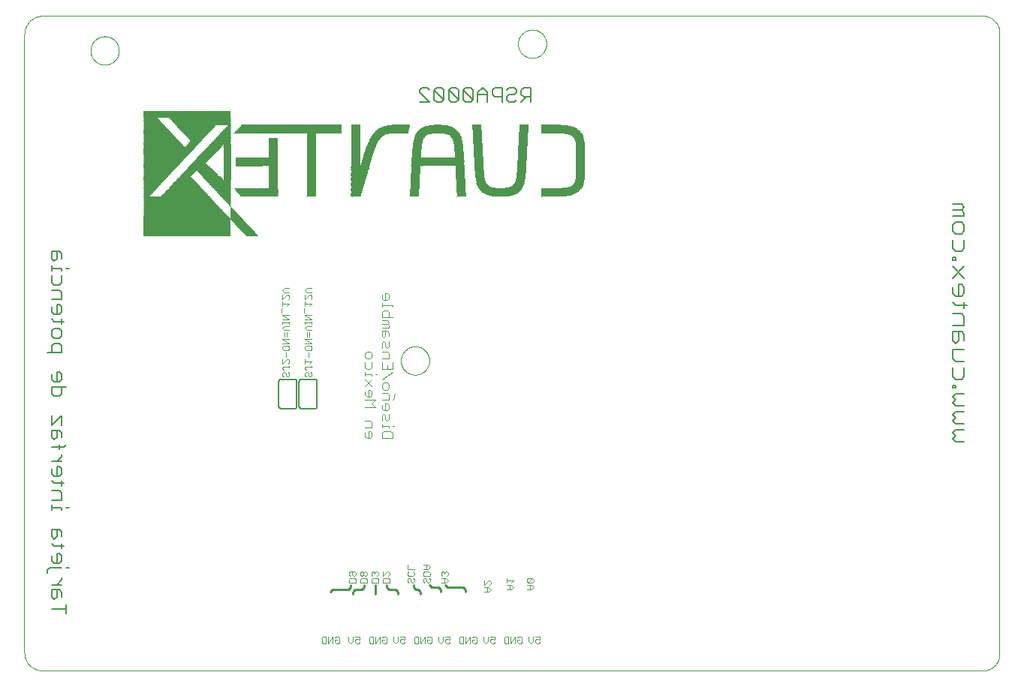
<source format=gbo>
G75*
%MOIN*%
%OFA0B0*%
%FSLAX25Y25*%
%IPPOS*%
%LPD*%
%AMOC8*
5,1,8,0,0,1.08239X$1,22.5*
%
%ADD10C,0.00300*%
%ADD11C,0.00000*%
%ADD12C,0.00400*%
%ADD13C,0.00600*%
%ADD14C,0.00700*%
%ADD15C,0.01000*%
%ADD16R,0.00111X0.00111*%
%ADD17R,0.05421X0.00111*%
%ADD18R,0.38500X0.00111*%
%ADD19R,0.05421X0.00111*%
%ADD20R,0.05311X0.00111*%
%ADD21R,0.05310X0.00111*%
%ADD22R,0.05310X0.00111*%
%ADD23R,0.05420X0.00111*%
%ADD24R,0.43920X0.00111*%
%ADD25R,0.43809X0.00111*%
%ADD26R,0.05199X0.00111*%
%ADD27R,0.38389X0.00111*%
%ADD28R,0.05089X0.00111*%
%ADD29R,0.38278X0.00111*%
%ADD30R,0.04978X0.00111*%
%ADD31R,0.38168X0.00111*%
%ADD32R,0.04867X0.00111*%
%ADD33R,0.38057X0.00111*%
%ADD34R,0.04757X0.00111*%
%ADD35R,0.37946X0.00111*%
%ADD36R,0.04646X0.00111*%
%ADD37R,0.37835X0.00111*%
%ADD38R,0.04535X0.00111*%
%ADD39R,0.37725X0.00111*%
%ADD40R,0.04425X0.00111*%
%ADD41R,0.37614X0.00111*%
%ADD42R,0.04315X0.00111*%
%ADD43R,0.37504X0.00111*%
%ADD44R,0.04204X0.00111*%
%ADD45R,0.37393X0.00111*%
%ADD46R,0.04093X0.00111*%
%ADD47R,0.37283X0.00111*%
%ADD48R,0.37172X0.00111*%
%ADD49R,0.03872X0.00111*%
%ADD50R,0.37061X0.00111*%
%ADD51R,0.36951X0.00111*%
%ADD52R,0.03761X0.00111*%
%ADD53R,0.36840X0.00111*%
%ADD54R,0.03650X0.00111*%
%ADD55R,0.03540X0.00111*%
%ADD56R,0.36729X0.00111*%
%ADD57R,0.03430X0.00111*%
%ADD58R,0.36619X0.00111*%
%ADD59R,0.03319X0.00111*%
%ADD60R,0.36508X0.00111*%
%ADD61R,0.03208X0.00111*%
%ADD62R,0.36397X0.00111*%
%ADD63R,0.03098X0.00111*%
%ADD64R,0.36287X0.00111*%
%ADD65R,0.02987X0.00111*%
%ADD66R,0.36176X0.00111*%
%ADD67R,0.02876X0.00111*%
%ADD68R,0.36066X0.00111*%
%ADD69R,0.02766X0.00111*%
%ADD70R,0.35955X0.00111*%
%ADD71R,0.02655X0.00111*%
%ADD72R,0.35844X0.00111*%
%ADD73R,0.02544X0.00111*%
%ADD74R,0.35734X0.00111*%
%ADD75R,0.02434X0.00111*%
%ADD76R,0.35623X0.00111*%
%ADD77R,0.35512X0.00111*%
%ADD78R,0.02323X0.00111*%
%ADD79R,0.35402X0.00111*%
%ADD80R,0.02212X0.00111*%
%ADD81R,0.35291X0.00111*%
%ADD82R,0.02102X0.00111*%
%ADD83R,0.35180X0.00111*%
%ADD84R,0.01991X0.00111*%
%ADD85R,0.01881X0.00111*%
%ADD86R,0.35070X0.00111*%
%ADD87R,0.01770X0.00111*%
%ADD88R,0.34959X0.00111*%
%ADD89R,0.01659X0.00111*%
%ADD90R,0.34848X0.00111*%
%ADD91R,0.01549X0.00111*%
%ADD92R,0.34738X0.00111*%
%ADD93R,0.01438X0.00111*%
%ADD94R,0.34628X0.00111*%
%ADD95R,0.01327X0.00111*%
%ADD96R,0.34517X0.00111*%
%ADD97R,0.01217X0.00111*%
%ADD98R,0.34406X0.00111*%
%ADD99R,0.01106X0.00111*%
%ADD100R,0.34296X0.00111*%
%ADD101R,0.00995X0.00111*%
%ADD102R,0.34185X0.00111*%
%ADD103R,0.00885X0.00111*%
%ADD104R,0.34074X0.00111*%
%ADD105R,0.00774X0.00111*%
%ADD106R,0.33963X0.00111*%
%ADD107R,0.00663X0.00111*%
%ADD108R,0.33853X0.00111*%
%ADD109R,0.33743X0.00111*%
%ADD110R,0.00553X0.00111*%
%ADD111R,0.33631X0.00111*%
%ADD112R,0.00332X0.00111*%
%ADD113R,0.33521X0.00111*%
%ADD114R,0.00221X0.00111*%
%ADD115R,0.33411X0.00111*%
%ADD116R,0.00110X0.00111*%
%ADD117R,0.33300X0.00111*%
%ADD118R,0.33189X0.00111*%
%ADD119R,0.00111X0.00111*%
%ADD120R,0.33079X0.00111*%
%ADD121R,0.00222X0.00111*%
%ADD122R,0.32968X0.00111*%
%ADD123R,0.32857X0.00111*%
%ADD124R,0.00443X0.00111*%
%ADD125R,0.32746X0.00111*%
%ADD126R,0.00554X0.00111*%
%ADD127R,0.32636X0.00111*%
%ADD128R,0.00664X0.00111*%
%ADD129R,0.32525X0.00111*%
%ADD130R,0.32415X0.00111*%
%ADD131R,0.00885X0.00111*%
%ADD132R,0.32304X0.00111*%
%ADD133R,0.32194X0.00111*%
%ADD134R,0.00996X0.00111*%
%ADD135R,0.32083X0.00111*%
%ADD136R,0.31972X0.00111*%
%ADD137R,0.31862X0.00111*%
%ADD138R,0.01328X0.00111*%
%ADD139R,0.31751X0.00111*%
%ADD140R,0.01439X0.00111*%
%ADD141R,0.31640X0.00111*%
%ADD142R,0.01660X0.00111*%
%ADD143R,0.31530X0.00111*%
%ADD144R,0.01770X0.00111*%
%ADD145R,0.31419X0.00111*%
%ADD146R,0.31308X0.00111*%
%ADD147R,0.31198X0.00111*%
%ADD148R,0.02102X0.00111*%
%ADD149R,0.31087X0.00111*%
%ADD150R,0.02213X0.00111*%
%ADD151R,0.30976X0.00111*%
%ADD152R,0.30866X0.00111*%
%ADD153R,0.30756X0.00111*%
%ADD154R,0.02545X0.00111*%
%ADD155R,0.30645X0.00111*%
%ADD156R,0.30534X0.00111*%
%ADD157R,0.30423X0.00111*%
%ADD158R,0.30313X0.00111*%
%ADD159R,0.02877X0.00111*%
%ADD160R,0.30202X0.00111*%
%ADD161R,0.02987X0.00111*%
%ADD162R,0.29981X0.00111*%
%ADD163R,0.29870X0.00111*%
%ADD164R,0.03319X0.00111*%
%ADD165R,0.29759X0.00111*%
%ADD166R,0.29649X0.00111*%
%ADD167R,0.03651X0.00111*%
%ADD168R,0.29539X0.00111*%
%ADD169R,0.03762X0.00111*%
%ADD170R,0.29428X0.00111*%
%ADD171R,0.29317X0.00111*%
%ADD172R,0.03983X0.00111*%
%ADD173R,0.29207X0.00111*%
%ADD174R,0.04094X0.00111*%
%ADD175R,0.29096X0.00111*%
%ADD176R,0.04204X0.00111*%
%ADD177R,0.26440X0.00111*%
%ADD178R,0.09293X0.00111*%
%ADD179R,0.04093X0.00111*%
%ADD180R,0.16484X0.00111*%
%ADD181R,0.21130X0.00111*%
%ADD182R,0.10509X0.00111*%
%ADD183R,0.06859X0.00111*%
%ADD184R,0.04426X0.00111*%
%ADD185R,0.20909X0.00111*%
%ADD186R,0.11506X0.00111*%
%ADD187R,0.08187X0.00111*%
%ADD188R,0.16595X0.00111*%
%ADD189R,0.04536X0.00111*%
%ADD190R,0.20688X0.00111*%
%ADD191R,0.12169X0.00111*%
%ADD192R,0.09404X0.00111*%
%ADD193R,0.16705X0.00111*%
%ADD194R,0.20577X0.00111*%
%ADD195R,0.02656X0.00111*%
%ADD196R,0.12501X0.00111*%
%ADD197R,0.09957X0.00111*%
%ADD198R,0.16816X0.00111*%
%ADD199R,0.20356X0.00111*%
%ADD200R,0.13165X0.00111*%
%ADD201R,0.10842X0.00111*%
%ADD202R,0.04536X0.00111*%
%ADD203R,0.16927X0.00111*%
%ADD204R,0.20135X0.00111*%
%ADD205R,0.13496X0.00111*%
%ADD206R,0.04868X0.00111*%
%ADD207R,0.19913X0.00111*%
%ADD208R,0.13829X0.00111*%
%ADD209R,0.12058X0.00111*%
%ADD210R,0.17148X0.00111*%
%ADD211R,0.04978X0.00111*%
%ADD212R,0.19802X0.00111*%
%ADD213R,0.14161X0.00111*%
%ADD214R,0.12612X0.00111*%
%ADD215R,0.04646X0.00111*%
%ADD216R,0.19581X0.00111*%
%ADD217R,0.14493X0.00111*%
%ADD218R,0.13054X0.00111*%
%ADD219R,0.17259X0.00111*%
%ADD220R,0.05200X0.00111*%
%ADD221R,0.19361X0.00111*%
%ADD222R,0.14713X0.00111*%
%ADD223R,0.13497X0.00111*%
%ADD224R,0.04204X0.00111*%
%ADD225R,0.17369X0.00111*%
%ADD226R,0.19139X0.00111*%
%ADD227R,0.03430X0.00111*%
%ADD228R,0.14935X0.00111*%
%ADD229R,0.13939X0.00111*%
%ADD230R,0.17480X0.00111*%
%ADD231R,0.18917X0.00111*%
%ADD232R,0.15156X0.00111*%
%ADD233R,0.14381X0.00111*%
%ADD234R,0.17590X0.00111*%
%ADD235R,0.05531X0.00111*%
%ADD236R,0.18697X0.00111*%
%ADD237R,0.15377X0.00111*%
%ADD238R,0.14714X0.00111*%
%ADD239R,0.17701X0.00111*%
%ADD240R,0.05643X0.00111*%
%ADD241R,0.18476X0.00111*%
%ADD242R,0.15599X0.00111*%
%ADD243R,0.15046X0.00111*%
%ADD244R,0.17811X0.00111*%
%ADD245R,0.05753X0.00111*%
%ADD246R,0.18254X0.00111*%
%ADD247R,0.15820X0.00111*%
%ADD248R,0.15488X0.00111*%
%ADD249R,0.05863X0.00111*%
%ADD250R,0.18032X0.00111*%
%ADD251R,0.15931X0.00111*%
%ADD252R,0.15709X0.00111*%
%ADD253R,0.17922X0.00111*%
%ADD254R,0.05974X0.00111*%
%ADD255R,0.17812X0.00111*%
%ADD256R,0.16152X0.00111*%
%ADD257R,0.16041X0.00111*%
%ADD258R,0.18033X0.00111*%
%ADD259R,0.06085X0.00111*%
%ADD260R,0.16262X0.00111*%
%ADD261R,0.16374X0.00111*%
%ADD262R,0.18144X0.00111*%
%ADD263R,0.06195X0.00111*%
%ADD264R,0.17369X0.00111*%
%ADD265R,0.16484X0.00111*%
%ADD266R,0.18254X0.00111*%
%ADD267R,0.17148X0.00111*%
%ADD268R,0.16594X0.00111*%
%ADD269R,0.16706X0.00111*%
%ADD270R,0.18365X0.00111*%
%ADD271R,0.06306X0.00111*%
%ADD272R,0.17037X0.00111*%
%ADD273R,0.17037X0.00111*%
%ADD274R,0.06417X0.00111*%
%ADD275R,0.16816X0.00111*%
%ADD276R,0.17258X0.00111*%
%ADD277R,0.18586X0.00111*%
%ADD278R,0.06528X0.00111*%
%ADD279R,0.16705X0.00111*%
%ADD280R,0.16926X0.00111*%
%ADD281R,0.18696X0.00111*%
%ADD282R,0.06638X0.00111*%
%ADD283R,0.16373X0.00111*%
%ADD284R,0.17037X0.00111*%
%ADD285R,0.17700X0.00111*%
%ADD286R,0.06749X0.00111*%
%ADD287R,0.16152X0.00111*%
%ADD288R,0.17147X0.00111*%
%ADD289R,0.18807X0.00111*%
%ADD290R,0.06859X0.00111*%
%ADD291R,0.16041X0.00111*%
%ADD292R,0.04979X0.00111*%
%ADD293R,0.17258X0.00111*%
%ADD294R,0.18918X0.00111*%
%ADD295R,0.06970X0.00111*%
%ADD296R,0.15820X0.00111*%
%ADD297R,0.17369X0.00111*%
%ADD298R,0.19028X0.00111*%
%ADD299R,0.07080X0.00111*%
%ADD300R,0.05200X0.00111*%
%ADD301R,0.07191X0.00111*%
%ADD302R,0.15378X0.00111*%
%ADD303R,0.07302X0.00111*%
%ADD304R,0.17701X0.00111*%
%ADD305R,0.18696X0.00111*%
%ADD306R,0.19250X0.00111*%
%ADD307R,0.07412X0.00111*%
%ADD308R,0.18807X0.00111*%
%ADD309R,0.19360X0.00111*%
%ADD310R,0.07523X0.00111*%
%ADD311R,0.10731X0.00111*%
%ADD312R,0.08630X0.00111*%
%ADD313R,0.08518X0.00111*%
%ADD314R,0.03983X0.00111*%
%ADD315R,0.07634X0.00111*%
%ADD316R,0.14493X0.00111*%
%ADD317R,0.08408X0.00111*%
%ADD318R,0.07191X0.00111*%
%ADD319R,0.07744X0.00111*%
%ADD320R,0.14271X0.00111*%
%ADD321R,0.07301X0.00111*%
%ADD322R,0.06417X0.00111*%
%ADD323R,0.06527X0.00111*%
%ADD324R,0.07855X0.00111*%
%ADD325R,0.14050X0.00111*%
%ADD326R,0.05974X0.00111*%
%ADD327R,0.06084X0.00111*%
%ADD328R,0.07966X0.00111*%
%ADD329R,0.13829X0.00111*%
%ADD330R,0.06306X0.00111*%
%ADD331R,0.05753X0.00111*%
%ADD332R,0.05752X0.00111*%
%ADD333R,0.13718X0.00111*%
%ADD334R,0.05863X0.00111*%
%ADD335R,0.08076X0.00111*%
%ADD336R,0.05531X0.00111*%
%ADD337R,0.13276X0.00111*%
%ADD338R,0.05089X0.00111*%
%ADD339R,0.05642X0.00111*%
%ADD340R,0.08298X0.00111*%
%ADD341R,0.13165X0.00111*%
%ADD342R,0.04868X0.00111*%
%ADD343R,0.08408X0.00111*%
%ADD344R,0.12944X0.00111*%
%ADD345R,0.08519X0.00111*%
%ADD346R,0.12722X0.00111*%
%ADD347R,0.04757X0.00111*%
%ADD348R,0.04757X0.00111*%
%ADD349R,0.08629X0.00111*%
%ADD350R,0.06748X0.00111*%
%ADD351R,0.04647X0.00111*%
%ADD352R,0.08740X0.00111*%
%ADD353R,0.12280X0.00111*%
%ADD354R,0.08851X0.00111*%
%ADD355R,0.08961X0.00111*%
%ADD356R,0.11837X0.00111*%
%ADD357R,0.09072X0.00111*%
%ADD358R,0.11617X0.00111*%
%ADD359R,0.09183X0.00111*%
%ADD360R,0.11395X0.00111*%
%ADD361R,0.04425X0.00111*%
%ADD362R,0.09293X0.00111*%
%ADD363R,0.11173X0.00111*%
%ADD364R,0.05974X0.00111*%
%ADD365R,0.10952X0.00111*%
%ADD366R,0.09515X0.00111*%
%ADD367R,0.10731X0.00111*%
%ADD368R,0.07523X0.00111*%
%ADD369R,0.09625X0.00111*%
%ADD370R,0.10510X0.00111*%
%ADD371R,0.04314X0.00111*%
%ADD372R,0.09735X0.00111*%
%ADD373R,0.10399X0.00111*%
%ADD374R,0.07744X0.00111*%
%ADD375R,0.06085X0.00111*%
%ADD376R,0.10178X0.00111*%
%ADD377R,0.09846X0.00111*%
%ADD378R,0.09957X0.00111*%
%ADD379R,0.06195X0.00111*%
%ADD380R,0.09846X0.00111*%
%ADD381R,0.04315X0.00111*%
%ADD382R,0.10067X0.00111*%
%ADD383R,0.09624X0.00111*%
%ADD384R,0.08297X0.00111*%
%ADD385R,0.10289X0.00111*%
%ADD386R,0.09072X0.00111*%
%ADD387R,0.10400X0.00111*%
%ADD388R,0.08519X0.00111*%
%ADD389R,0.08739X0.00111*%
%ADD390R,0.10620X0.00111*%
%ADD391R,0.06416X0.00111*%
%ADD392R,0.08076X0.00111*%
%ADD393R,0.07854X0.00111*%
%ADD394R,0.11063X0.00111*%
%ADD395R,0.06527X0.00111*%
%ADD396R,0.09293X0.00111*%
%ADD397R,0.03982X0.00111*%
%ADD398R,0.07744X0.00111*%
%ADD399R,0.06748X0.00111*%
%ADD400R,0.10068X0.00111*%
%ADD401R,0.06969X0.00111*%
%ADD402R,0.07633X0.00111*%
%ADD403R,0.10842X0.00111*%
%ADD404R,0.11063X0.00111*%
%ADD405R,0.11174X0.00111*%
%ADD406R,0.11284X0.00111*%
%ADD407R,0.07522X0.00111*%
%ADD408R,0.11395X0.00111*%
%ADD409R,0.11506X0.00111*%
%ADD410R,0.07302X0.00111*%
%ADD411R,0.11727X0.00111*%
%ADD412R,0.11837X0.00111*%
%ADD413R,0.11948X0.00111*%
%ADD414R,0.12059X0.00111*%
%ADD415R,0.12723X0.00111*%
%ADD416R,0.12833X0.00111*%
%ADD417R,0.12944X0.00111*%
%ADD418R,0.07633X0.00111*%
%ADD419R,0.13055X0.00111*%
%ADD420R,0.13386X0.00111*%
%ADD421R,0.11616X0.00111*%
%ADD422R,0.13497X0.00111*%
%ADD423R,0.13607X0.00111*%
%ADD424R,0.13940X0.00111*%
%ADD425R,0.10289X0.00111*%
%ADD426R,0.14272X0.00111*%
%ADD427R,0.14382X0.00111*%
%ADD428R,0.03761X0.00111*%
%ADD429R,0.14604X0.00111*%
%ADD430R,0.03872X0.00111*%
%ADD431R,0.14824X0.00111*%
%ADD432R,0.14935X0.00111*%
%ADD433R,0.00443X0.00111*%
%ADD434R,0.15046X0.00111*%
%ADD435R,0.23674X0.00111*%
%ADD436R,0.15157X0.00111*%
%ADD437R,0.15267X0.00111*%
%ADD438R,0.23454X0.00111*%
%ADD439R,0.15489X0.00111*%
%ADD440R,0.15820X0.00111*%
%ADD441R,0.16263X0.00111*%
%ADD442R,0.23343X0.00111*%
%ADD443R,0.23232X0.00111*%
%ADD444R,0.17480X0.00111*%
%ADD445R,0.18033X0.00111*%
%ADD446R,0.18254X0.00111*%
%ADD447R,0.18475X0.00111*%
%ADD448R,0.18586X0.00111*%
%ADD449R,0.19029X0.00111*%
%ADD450R,0.19250X0.00111*%
%ADD451R,0.19581X0.00111*%
%ADD452R,0.19693X0.00111*%
%ADD453R,0.19803X0.00111*%
%ADD454R,0.20024X0.00111*%
%ADD455R,0.20246X0.00111*%
%ADD456R,0.20467X0.00111*%
%ADD457R,0.20578X0.00111*%
%ADD458R,0.20798X0.00111*%
%ADD459R,0.21020X0.00111*%
%ADD460R,0.21130X0.00111*%
%ADD461R,0.21241X0.00111*%
%ADD462R,0.21352X0.00111*%
%ADD463R,0.21462X0.00111*%
%ADD464R,0.21573X0.00111*%
%ADD465R,0.21684X0.00111*%
%ADD466R,0.21794X0.00111*%
%ADD467R,0.21905X0.00111*%
%ADD468R,0.22016X0.00111*%
%ADD469R,0.22126X0.00111*%
%ADD470R,0.22237X0.00111*%
%ADD471R,0.22347X0.00111*%
%ADD472R,0.22458X0.00111*%
%ADD473R,0.22569X0.00111*%
%ADD474R,0.22679X0.00111*%
%ADD475R,0.22790X0.00111*%
%ADD476R,0.15931X0.00111*%
%ADD477R,0.06306X0.00111*%
%ADD478R,0.07413X0.00111*%
%ADD479R,0.07855X0.00111*%
%ADD480R,0.08297X0.00111*%
%ADD481R,0.08961X0.00111*%
%ADD482R,0.09182X0.00111*%
%ADD483R,0.09404X0.00111*%
%ADD484R,0.09846X0.00111*%
%ADD485R,0.05642X0.00111*%
%ADD486R,0.05532X0.00111*%
%ADD487R,0.10067X0.00111*%
%ADD488R,0.10510X0.00111*%
%ADD489R,0.06859X0.00111*%
%ADD490R,0.10953X0.00111*%
%ADD491R,0.12391X0.00111*%
%ADD492R,0.17811X0.00111*%
%ADD493R,0.18918X0.00111*%
%ADD494R,0.47681X0.00111*%
%ADD495R,0.47570X0.00111*%
%ADD496R,0.11394X0.00111*%
%ADD497R,0.18585X0.00111*%
%ADD498R,0.47460X0.00111*%
%ADD499R,0.11616X0.00111*%
%ADD500R,0.18365X0.00111*%
%ADD501R,0.14935X0.00111*%
%ADD502R,0.47349X0.00111*%
%ADD503R,0.11838X0.00111*%
%ADD504R,0.47239X0.00111*%
%ADD505R,0.12059X0.00111*%
%ADD506R,0.18143X0.00111*%
%ADD507R,0.47128X0.00111*%
%ADD508R,0.12280X0.00111*%
%ADD509R,0.17922X0.00111*%
%ADD510R,0.03872X0.00111*%
%ADD511R,0.47018X0.00111*%
%ADD512R,0.14603X0.00111*%
%ADD513R,0.46907X0.00111*%
%ADD514R,0.46796X0.00111*%
%ADD515R,0.46686X0.00111*%
%ADD516R,0.14271X0.00111*%
%ADD517R,0.46575X0.00111*%
%ADD518R,0.14160X0.00111*%
%ADD519R,0.46464X0.00111*%
%ADD520R,0.13387X0.00111*%
%ADD521R,0.14161X0.00111*%
%ADD522R,0.13608X0.00111*%
%ADD523R,0.16373X0.00111*%
%ADD524R,0.14050X0.00111*%
%ADD525R,0.46354X0.00111*%
%ADD526R,0.13828X0.00111*%
%ADD527R,0.16152X0.00111*%
%ADD528R,0.46243X0.00111*%
%ADD529R,0.14050X0.00111*%
%ADD530R,0.46132X0.00111*%
%ADD531R,0.15488X0.00111*%
%ADD532R,0.46022X0.00111*%
%ADD533R,0.14492X0.00111*%
%ADD534R,0.45911X0.00111*%
%ADD535R,0.45800X0.00111*%
%ADD536R,0.15267X0.00111*%
%ADD537R,0.14603X0.00111*%
%ADD538R,0.45690X0.00111*%
%ADD539R,0.15045X0.00111*%
%ADD540R,0.45580X0.00111*%
%ADD541R,0.14824X0.00111*%
%ADD542R,0.45469X0.00111*%
%ADD543R,0.15598X0.00111*%
%ADD544R,0.14382X0.00111*%
%ADD545R,0.12280X0.00111*%
%ADD546R,0.45358X0.00111*%
%ADD547R,0.12391X0.00111*%
%ADD548R,0.45137X0.00111*%
%ADD549R,0.13607X0.00111*%
%ADD550R,0.11948X0.00111*%
%ADD551R,0.45026X0.00111*%
%ADD552R,0.13275X0.00111*%
%ADD553R,0.44915X0.00111*%
%ADD554R,0.44805X0.00111*%
%ADD555R,0.09736X0.00111*%
%ADD556R,0.10731X0.00111*%
%ADD557R,0.08740X0.00111*%
%ADD558R,0.44694X0.00111*%
%ADD559R,0.44583X0.00111*%
%ADD560R,0.44363X0.00111*%
%ADD561R,0.17590X0.00111*%
%ADD562R,0.24339X0.00111*%
%ADD563R,0.24450X0.00111*%
%ADD564R,0.24560X0.00111*%
%ADD565R,0.24670X0.00111*%
%ADD566R,0.24781X0.00111*%
%ADD567R,0.24892X0.00111*%
%ADD568R,0.25002X0.00111*%
%ADD569R,0.25113X0.00111*%
%ADD570R,0.25224X0.00111*%
%ADD571R,0.25334X0.00111*%
%ADD572R,0.25445X0.00111*%
%ADD573R,0.25556X0.00111*%
%ADD574R,0.25667X0.00111*%
%ADD575R,0.25777X0.00111*%
%ADD576R,0.25888X0.00111*%
%ADD577R,0.25998X0.00111*%
%ADD578R,0.26109X0.00111*%
%ADD579R,0.26219X0.00111*%
%ADD580R,0.26330X0.00111*%
%ADD581R,0.26441X0.00111*%
%ADD582R,0.26551X0.00111*%
%ADD583R,0.26662X0.00111*%
%ADD584R,0.26773X0.00111*%
%ADD585R,0.26883X0.00111*%
%ADD586R,0.26994X0.00111*%
%ADD587R,0.27105X0.00111*%
%ADD588R,0.27215X0.00111*%
D10*
X0133270Y0014134D02*
X0133270Y0016069D01*
X0133754Y0016552D01*
X0135205Y0016552D01*
X0135205Y0013650D01*
X0133754Y0013650D01*
X0133270Y0014134D01*
X0136217Y0013650D02*
X0136217Y0016552D01*
X0138152Y0016552D02*
X0136217Y0013650D01*
X0138152Y0013650D02*
X0138152Y0016552D01*
X0139163Y0016069D02*
X0139647Y0016552D01*
X0140614Y0016552D01*
X0141098Y0016069D01*
X0141098Y0014134D01*
X0140614Y0013650D01*
X0139647Y0013650D01*
X0139163Y0014134D01*
X0139163Y0015101D01*
X0140131Y0015101D01*
X0145217Y0014617D02*
X0145217Y0016552D01*
X0147152Y0016552D02*
X0147152Y0014617D01*
X0146184Y0013650D01*
X0145217Y0014617D01*
X0148163Y0015101D02*
X0148163Y0014134D01*
X0148647Y0013650D01*
X0149614Y0013650D01*
X0150098Y0014134D01*
X0150098Y0015101D02*
X0149131Y0015585D01*
X0148647Y0015585D01*
X0148163Y0015101D01*
X0148163Y0016552D02*
X0150098Y0016552D01*
X0150098Y0015101D01*
X0154270Y0014134D02*
X0154270Y0016069D01*
X0154754Y0016552D01*
X0156205Y0016552D01*
X0156205Y0013650D01*
X0154754Y0013650D01*
X0154270Y0014134D01*
X0157217Y0013650D02*
X0157217Y0016552D01*
X0159152Y0016552D02*
X0157217Y0013650D01*
X0159152Y0013650D02*
X0159152Y0016552D01*
X0160163Y0016069D02*
X0160647Y0016552D01*
X0161614Y0016552D01*
X0162098Y0016069D01*
X0162098Y0014134D01*
X0161614Y0013650D01*
X0160647Y0013650D01*
X0160163Y0014134D01*
X0160163Y0015101D01*
X0161131Y0015101D01*
X0165217Y0014617D02*
X0165217Y0016552D01*
X0167152Y0016552D02*
X0167152Y0014617D01*
X0166184Y0013650D01*
X0165217Y0014617D01*
X0168163Y0015101D02*
X0168163Y0014134D01*
X0168647Y0013650D01*
X0169614Y0013650D01*
X0170098Y0014134D01*
X0170098Y0015101D02*
X0169131Y0015585D01*
X0168647Y0015585D01*
X0168163Y0015101D01*
X0168163Y0016552D02*
X0170098Y0016552D01*
X0170098Y0015101D01*
X0174270Y0014134D02*
X0174270Y0016069D01*
X0174754Y0016552D01*
X0176205Y0016552D01*
X0176205Y0013650D01*
X0174754Y0013650D01*
X0174270Y0014134D01*
X0177217Y0013650D02*
X0177217Y0016552D01*
X0179152Y0016552D02*
X0177217Y0013650D01*
X0179152Y0013650D02*
X0179152Y0016552D01*
X0180163Y0016069D02*
X0180647Y0016552D01*
X0181614Y0016552D01*
X0182098Y0016069D01*
X0182098Y0014134D01*
X0181614Y0013650D01*
X0180647Y0013650D01*
X0180163Y0014134D01*
X0180163Y0015101D01*
X0181131Y0015101D01*
X0185217Y0014617D02*
X0185217Y0016552D01*
X0187152Y0016552D02*
X0187152Y0014617D01*
X0186184Y0013650D01*
X0185217Y0014617D01*
X0188163Y0015101D02*
X0188163Y0014134D01*
X0188647Y0013650D01*
X0189614Y0013650D01*
X0190098Y0014134D01*
X0190098Y0015101D02*
X0189131Y0015585D01*
X0188647Y0015585D01*
X0188163Y0015101D01*
X0188163Y0016552D02*
X0190098Y0016552D01*
X0190098Y0015101D01*
X0194270Y0014134D02*
X0194270Y0016069D01*
X0194754Y0016552D01*
X0196205Y0016552D01*
X0196205Y0013650D01*
X0194754Y0013650D01*
X0194270Y0014134D01*
X0197217Y0013650D02*
X0197217Y0016552D01*
X0199152Y0016552D02*
X0197217Y0013650D01*
X0199152Y0013650D02*
X0199152Y0016552D01*
X0200163Y0016069D02*
X0200647Y0016552D01*
X0201614Y0016552D01*
X0202098Y0016069D01*
X0202098Y0014134D01*
X0201614Y0013650D01*
X0200647Y0013650D01*
X0200163Y0014134D01*
X0200163Y0015101D01*
X0201131Y0015101D01*
X0205217Y0014617D02*
X0205217Y0016552D01*
X0207152Y0016552D02*
X0207152Y0014617D01*
X0206184Y0013650D01*
X0205217Y0014617D01*
X0208163Y0014134D02*
X0208647Y0013650D01*
X0209614Y0013650D01*
X0210098Y0014134D01*
X0210098Y0015101D02*
X0209131Y0015585D01*
X0208647Y0015585D01*
X0208163Y0015101D01*
X0208163Y0014134D01*
X0210098Y0015101D02*
X0210098Y0016552D01*
X0208163Y0016552D01*
X0214270Y0016069D02*
X0214270Y0014134D01*
X0214754Y0013650D01*
X0216205Y0013650D01*
X0216205Y0016552D01*
X0214754Y0016552D01*
X0214270Y0016069D01*
X0217217Y0016552D02*
X0217217Y0013650D01*
X0219152Y0016552D01*
X0219152Y0013650D01*
X0220163Y0014134D02*
X0220163Y0015101D01*
X0221131Y0015101D01*
X0222098Y0014134D02*
X0222098Y0016069D01*
X0221614Y0016552D01*
X0220647Y0016552D01*
X0220163Y0016069D01*
X0220163Y0014134D02*
X0220647Y0013650D01*
X0221614Y0013650D01*
X0222098Y0014134D01*
X0225217Y0014617D02*
X0225217Y0016552D01*
X0227152Y0016552D02*
X0227152Y0014617D01*
X0226184Y0013650D01*
X0225217Y0014617D01*
X0228163Y0015101D02*
X0228163Y0014134D01*
X0228647Y0013650D01*
X0229614Y0013650D01*
X0230098Y0014134D01*
X0230098Y0015101D02*
X0229131Y0015585D01*
X0228647Y0015585D01*
X0228163Y0015101D01*
X0228163Y0016552D02*
X0230098Y0016552D01*
X0230098Y0015101D01*
X0226333Y0037650D02*
X0227301Y0038617D01*
X0226333Y0039585D01*
X0224398Y0039585D01*
X0224882Y0040597D02*
X0226817Y0042531D01*
X0224882Y0042531D01*
X0224398Y0042048D01*
X0224398Y0041080D01*
X0224882Y0040597D01*
X0226817Y0040597D01*
X0227301Y0041080D01*
X0227301Y0042048D01*
X0226817Y0042531D01*
X0225849Y0039585D02*
X0225849Y0037650D01*
X0226333Y0037650D02*
X0224398Y0037650D01*
X0218301Y0038617D02*
X0217333Y0039585D01*
X0215398Y0039585D01*
X0215398Y0040597D02*
X0215398Y0042531D01*
X0215398Y0041564D02*
X0218301Y0041564D01*
X0217333Y0040597D01*
X0216849Y0039585D02*
X0216849Y0037650D01*
X0217333Y0037650D02*
X0218301Y0038617D01*
X0217333Y0037650D02*
X0215398Y0037650D01*
X0208301Y0037617D02*
X0207333Y0038585D01*
X0205398Y0038585D01*
X0205398Y0039597D02*
X0207333Y0041531D01*
X0207817Y0041531D01*
X0208301Y0041048D01*
X0208301Y0040080D01*
X0207817Y0039597D01*
X0206849Y0038585D02*
X0206849Y0036650D01*
X0207333Y0036650D02*
X0208301Y0037617D01*
X0207333Y0036650D02*
X0205398Y0036650D01*
X0205398Y0039597D02*
X0205398Y0041531D01*
X0189301Y0041617D02*
X0188333Y0042585D01*
X0186398Y0042585D01*
X0186882Y0043597D02*
X0186398Y0044080D01*
X0186398Y0045048D01*
X0186882Y0045531D01*
X0187366Y0045531D01*
X0187849Y0045048D01*
X0187849Y0044564D01*
X0187849Y0045048D02*
X0188333Y0045531D01*
X0188817Y0045531D01*
X0189301Y0045048D01*
X0189301Y0044080D01*
X0188817Y0043597D01*
X0187849Y0042585D02*
X0187849Y0040650D01*
X0188333Y0040650D02*
X0189301Y0041617D01*
X0188333Y0040650D02*
X0186398Y0040650D01*
X0181301Y0041134D02*
X0181301Y0042101D01*
X0180817Y0042585D01*
X0179849Y0042101D02*
X0179366Y0042585D01*
X0178882Y0042585D01*
X0178398Y0042101D01*
X0178398Y0041134D01*
X0178882Y0040650D01*
X0179849Y0041134D02*
X0179849Y0042101D01*
X0179849Y0041134D02*
X0180333Y0040650D01*
X0180817Y0040650D01*
X0181301Y0041134D01*
X0181301Y0043597D02*
X0178398Y0043597D01*
X0178398Y0045048D01*
X0178882Y0045531D01*
X0180817Y0045531D01*
X0181301Y0045048D01*
X0181301Y0043597D01*
X0180333Y0046543D02*
X0178398Y0046543D01*
X0179849Y0046543D02*
X0179849Y0048478D01*
X0180333Y0048478D02*
X0178398Y0048478D01*
X0180333Y0048478D02*
X0181301Y0047511D01*
X0180333Y0046543D01*
X0174301Y0046543D02*
X0171398Y0046543D01*
X0171398Y0048478D01*
X0171882Y0045531D02*
X0171398Y0045048D01*
X0171398Y0044080D01*
X0171882Y0043597D01*
X0173817Y0043597D01*
X0174301Y0044080D01*
X0174301Y0045048D01*
X0173817Y0045531D01*
X0173817Y0042585D02*
X0174301Y0042101D01*
X0174301Y0041134D01*
X0173817Y0040650D01*
X0173333Y0040650D01*
X0172849Y0041134D01*
X0172849Y0042101D01*
X0172366Y0042585D01*
X0171882Y0042585D01*
X0171398Y0042101D01*
X0171398Y0041134D01*
X0171882Y0040650D01*
X0163301Y0040650D02*
X0163301Y0042101D01*
X0162817Y0042585D01*
X0160882Y0042585D01*
X0160398Y0042101D01*
X0160398Y0040650D01*
X0163301Y0040650D01*
X0162817Y0043597D02*
X0163301Y0044080D01*
X0163301Y0045048D01*
X0162817Y0045531D01*
X0162333Y0045531D01*
X0160398Y0043597D01*
X0160398Y0045531D01*
X0158301Y0045048D02*
X0157817Y0045531D01*
X0157333Y0045531D01*
X0156849Y0045048D01*
X0156366Y0045531D01*
X0155882Y0045531D01*
X0155398Y0045048D01*
X0155398Y0044080D01*
X0155882Y0043597D01*
X0155882Y0042585D02*
X0157817Y0042585D01*
X0158301Y0042101D01*
X0158301Y0040650D01*
X0155398Y0040650D01*
X0155398Y0042101D01*
X0155882Y0042585D01*
X0157817Y0043597D02*
X0158301Y0044080D01*
X0158301Y0045048D01*
X0156849Y0045048D02*
X0156849Y0044564D01*
X0153301Y0045048D02*
X0152817Y0045531D01*
X0152333Y0045531D01*
X0151849Y0045048D01*
X0151849Y0044080D01*
X0152333Y0043597D01*
X0152817Y0043597D01*
X0153301Y0044080D01*
X0153301Y0045048D01*
X0151849Y0045048D02*
X0151366Y0045531D01*
X0150882Y0045531D01*
X0150398Y0045048D01*
X0150398Y0044080D01*
X0150882Y0043597D01*
X0151366Y0043597D01*
X0151849Y0044080D01*
X0150882Y0042585D02*
X0152817Y0042585D01*
X0153301Y0042101D01*
X0153301Y0040650D01*
X0150398Y0040650D01*
X0150398Y0042101D01*
X0150882Y0042585D01*
X0148301Y0042101D02*
X0148301Y0040650D01*
X0145398Y0040650D01*
X0145398Y0042101D01*
X0145882Y0042585D01*
X0147817Y0042585D01*
X0148301Y0042101D01*
X0147817Y0043597D02*
X0148301Y0044080D01*
X0148301Y0045048D01*
X0147817Y0045531D01*
X0145882Y0045531D01*
X0145398Y0045048D01*
X0145398Y0044080D01*
X0145882Y0043597D01*
X0146849Y0044080D02*
X0146849Y0045531D01*
X0146849Y0044080D02*
X0147333Y0043597D01*
X0147817Y0043597D01*
X0128317Y0132150D02*
X0127833Y0132150D01*
X0127349Y0132634D01*
X0127349Y0133601D01*
X0126866Y0134085D01*
X0126382Y0134085D01*
X0125898Y0133601D01*
X0125898Y0132634D01*
X0126382Y0132150D01*
X0128317Y0132150D02*
X0128801Y0132634D01*
X0128801Y0133601D01*
X0128317Y0134085D01*
X0128801Y0136064D02*
X0128801Y0137031D01*
X0128801Y0136548D02*
X0126382Y0136548D01*
X0125898Y0136064D01*
X0125898Y0135580D01*
X0126382Y0135097D01*
X0125898Y0138043D02*
X0125898Y0139978D01*
X0125898Y0139011D02*
X0128801Y0139011D01*
X0127833Y0138043D01*
X0127349Y0140990D02*
X0127349Y0142925D01*
X0126382Y0143936D02*
X0125898Y0144420D01*
X0125898Y0145387D01*
X0126382Y0145871D01*
X0128317Y0145871D01*
X0128801Y0145387D01*
X0128801Y0144420D01*
X0128317Y0143936D01*
X0126382Y0143936D01*
X0125898Y0146883D02*
X0128801Y0146883D01*
X0125898Y0148818D01*
X0128801Y0148818D01*
X0127833Y0149829D02*
X0127833Y0151764D01*
X0126866Y0151764D02*
X0126866Y0149829D01*
X0126866Y0152776D02*
X0125898Y0153743D01*
X0126866Y0154711D01*
X0128801Y0154711D01*
X0128801Y0155722D02*
X0128801Y0156690D01*
X0128801Y0156206D02*
X0125898Y0156206D01*
X0125898Y0155722D02*
X0125898Y0156690D01*
X0125898Y0157686D02*
X0128801Y0157686D01*
X0125898Y0159621D01*
X0128801Y0159621D01*
X0125414Y0160633D02*
X0125414Y0162568D01*
X0125898Y0163580D02*
X0125898Y0165515D01*
X0125898Y0164547D02*
X0128801Y0164547D01*
X0127833Y0163580D01*
X0128317Y0166526D02*
X0128801Y0167010D01*
X0128801Y0167977D01*
X0128317Y0168461D01*
X0127833Y0168461D01*
X0125898Y0166526D01*
X0125898Y0168461D01*
X0126866Y0169473D02*
X0125898Y0170440D01*
X0126866Y0171408D01*
X0128801Y0171408D01*
X0128801Y0169473D02*
X0126866Y0169473D01*
X0118801Y0169473D02*
X0116866Y0169473D01*
X0115898Y0170440D01*
X0116866Y0171408D01*
X0118801Y0171408D01*
X0118317Y0168461D02*
X0118801Y0167977D01*
X0118801Y0167010D01*
X0118317Y0166526D01*
X0118317Y0168461D02*
X0117833Y0168461D01*
X0115898Y0166526D01*
X0115898Y0168461D01*
X0115898Y0165515D02*
X0115898Y0163580D01*
X0115898Y0164547D02*
X0118801Y0164547D01*
X0117833Y0163580D01*
X0115414Y0162568D02*
X0115414Y0160633D01*
X0115898Y0159621D02*
X0118801Y0159621D01*
X0118801Y0157686D02*
X0115898Y0157686D01*
X0115898Y0156690D02*
X0115898Y0155722D01*
X0115898Y0156206D02*
X0118801Y0156206D01*
X0118801Y0155722D02*
X0118801Y0156690D01*
X0118801Y0157686D02*
X0115898Y0159621D01*
X0116866Y0154711D02*
X0118801Y0154711D01*
X0118801Y0152776D02*
X0116866Y0152776D01*
X0115898Y0153743D01*
X0116866Y0154711D01*
X0116866Y0151764D02*
X0116866Y0149829D01*
X0117833Y0149829D02*
X0117833Y0151764D01*
X0118801Y0148818D02*
X0115898Y0148818D01*
X0118801Y0146883D01*
X0115898Y0146883D01*
X0116382Y0145871D02*
X0118317Y0145871D01*
X0118801Y0145387D01*
X0118801Y0144420D01*
X0118317Y0143936D01*
X0116382Y0143936D01*
X0115898Y0144420D01*
X0115898Y0145387D01*
X0116382Y0145871D01*
X0117349Y0142925D02*
X0117349Y0140990D01*
X0117833Y0139978D02*
X0115898Y0138043D01*
X0115898Y0139978D01*
X0117833Y0139978D02*
X0118317Y0139978D01*
X0118801Y0139494D01*
X0118801Y0138527D01*
X0118317Y0138043D01*
X0118801Y0137031D02*
X0118801Y0136064D01*
X0118801Y0136548D02*
X0116382Y0136548D01*
X0115898Y0136064D01*
X0115898Y0135580D01*
X0116382Y0135097D01*
X0116382Y0134085D02*
X0115898Y0133601D01*
X0115898Y0132634D01*
X0116382Y0132150D01*
X0117349Y0132634D02*
X0117349Y0133601D01*
X0116866Y0134085D01*
X0116382Y0134085D01*
X0117349Y0132634D02*
X0117833Y0132150D01*
X0118317Y0132150D01*
X0118801Y0132634D01*
X0118801Y0133601D01*
X0118317Y0134085D01*
X0126866Y0152776D02*
X0128801Y0152776D01*
D11*
X0009374Y0001500D02*
X0426697Y0001500D01*
X0426879Y0001502D01*
X0427062Y0001509D01*
X0427244Y0001520D01*
X0427426Y0001535D01*
X0427607Y0001555D01*
X0427788Y0001579D01*
X0427968Y0001608D01*
X0428148Y0001641D01*
X0428326Y0001678D01*
X0428504Y0001719D01*
X0428681Y0001765D01*
X0428856Y0001815D01*
X0429030Y0001870D01*
X0429203Y0001928D01*
X0429375Y0001991D01*
X0429544Y0002057D01*
X0429713Y0002128D01*
X0429879Y0002203D01*
X0430044Y0002282D01*
X0430206Y0002365D01*
X0430367Y0002452D01*
X0430525Y0002542D01*
X0430681Y0002637D01*
X0430835Y0002735D01*
X0430986Y0002837D01*
X0431135Y0002942D01*
X0431282Y0003051D01*
X0431425Y0003164D01*
X0431566Y0003280D01*
X0431704Y0003399D01*
X0431839Y0003522D01*
X0431971Y0003648D01*
X0432100Y0003777D01*
X0432226Y0003909D01*
X0432349Y0004044D01*
X0432468Y0004182D01*
X0432584Y0004323D01*
X0432697Y0004466D01*
X0432806Y0004613D01*
X0432911Y0004762D01*
X0433013Y0004913D01*
X0433111Y0005067D01*
X0433206Y0005223D01*
X0433296Y0005381D01*
X0433383Y0005542D01*
X0433466Y0005704D01*
X0433545Y0005869D01*
X0433620Y0006035D01*
X0433691Y0006204D01*
X0433757Y0006373D01*
X0433820Y0006545D01*
X0433878Y0006718D01*
X0433933Y0006892D01*
X0433983Y0007067D01*
X0434029Y0007244D01*
X0434070Y0007422D01*
X0434107Y0007600D01*
X0434140Y0007780D01*
X0434169Y0007960D01*
X0434193Y0008141D01*
X0434213Y0008322D01*
X0434228Y0008504D01*
X0434239Y0008686D01*
X0434246Y0008869D01*
X0434248Y0009051D01*
X0434248Y0284941D01*
X0434246Y0285124D01*
X0434239Y0285306D01*
X0434228Y0285489D01*
X0434213Y0285671D01*
X0434193Y0285852D01*
X0434169Y0286033D01*
X0434140Y0286214D01*
X0434107Y0286393D01*
X0434070Y0286572D01*
X0434028Y0286750D01*
X0433982Y0286927D01*
X0433932Y0287102D01*
X0433878Y0287277D01*
X0433819Y0287450D01*
X0433757Y0287621D01*
X0433690Y0287791D01*
X0433619Y0287960D01*
X0433544Y0288126D01*
X0433465Y0288291D01*
X0433382Y0288454D01*
X0433295Y0288615D01*
X0433205Y0288773D01*
X0433110Y0288929D01*
X0433012Y0289083D01*
X0432910Y0289235D01*
X0432804Y0289384D01*
X0432695Y0289531D01*
X0432583Y0289674D01*
X0432466Y0289815D01*
X0432347Y0289954D01*
X0432224Y0290089D01*
X0432098Y0290221D01*
X0431969Y0290350D01*
X0431837Y0290476D01*
X0431702Y0290599D01*
X0431563Y0290718D01*
X0431422Y0290835D01*
X0431279Y0290947D01*
X0431132Y0291056D01*
X0430983Y0291162D01*
X0430831Y0291264D01*
X0430677Y0291362D01*
X0430521Y0291457D01*
X0430363Y0291547D01*
X0430202Y0291634D01*
X0430039Y0291717D01*
X0429874Y0291796D01*
X0429708Y0291871D01*
X0429539Y0291942D01*
X0429369Y0292009D01*
X0429198Y0292071D01*
X0429025Y0292130D01*
X0428850Y0292184D01*
X0428675Y0292234D01*
X0428498Y0292280D01*
X0428320Y0292322D01*
X0428141Y0292359D01*
X0427962Y0292392D01*
X0427781Y0292421D01*
X0427600Y0292445D01*
X0427419Y0292465D01*
X0427237Y0292480D01*
X0427054Y0292491D01*
X0426872Y0292498D01*
X0426689Y0292500D01*
X0009381Y0292500D01*
X0009181Y0292498D01*
X0008982Y0292490D01*
X0008783Y0292478D01*
X0008584Y0292461D01*
X0008385Y0292439D01*
X0008188Y0292412D01*
X0007991Y0292380D01*
X0007794Y0292344D01*
X0007599Y0292302D01*
X0007405Y0292256D01*
X0007212Y0292205D01*
X0007020Y0292150D01*
X0006830Y0292090D01*
X0006641Y0292025D01*
X0006454Y0291955D01*
X0006269Y0291881D01*
X0006085Y0291802D01*
X0005904Y0291719D01*
X0005724Y0291632D01*
X0005547Y0291540D01*
X0005372Y0291443D01*
X0005200Y0291343D01*
X0005030Y0291238D01*
X0004863Y0291129D01*
X0004698Y0291016D01*
X0004536Y0290899D01*
X0004377Y0290779D01*
X0004221Y0290654D01*
X0004069Y0290525D01*
X0003919Y0290393D01*
X0003773Y0290257D01*
X0003630Y0290118D01*
X0003491Y0289975D01*
X0003355Y0289829D01*
X0003223Y0289679D01*
X0003094Y0289527D01*
X0002969Y0289371D01*
X0002849Y0289212D01*
X0002732Y0289050D01*
X0002619Y0288885D01*
X0002510Y0288718D01*
X0002405Y0288548D01*
X0002305Y0288376D01*
X0002208Y0288201D01*
X0002116Y0288024D01*
X0002029Y0287844D01*
X0001946Y0287663D01*
X0001867Y0287479D01*
X0001793Y0287294D01*
X0001723Y0287107D01*
X0001658Y0286918D01*
X0001598Y0286728D01*
X0001543Y0286536D01*
X0001492Y0286343D01*
X0001446Y0286149D01*
X0001404Y0285954D01*
X0001368Y0285757D01*
X0001336Y0285560D01*
X0001309Y0285363D01*
X0001287Y0285164D01*
X0001270Y0284965D01*
X0001258Y0284766D01*
X0001250Y0284567D01*
X0001248Y0284367D01*
X0001248Y0009626D01*
X0001250Y0009430D01*
X0001257Y0009233D01*
X0001269Y0009037D01*
X0001286Y0008842D01*
X0001307Y0008647D01*
X0001333Y0008452D01*
X0001364Y0008258D01*
X0001399Y0008065D01*
X0001439Y0007873D01*
X0001484Y0007681D01*
X0001533Y0007491D01*
X0001587Y0007302D01*
X0001646Y0007115D01*
X0001709Y0006929D01*
X0001776Y0006744D01*
X0001848Y0006562D01*
X0001924Y0006381D01*
X0002005Y0006202D01*
X0002090Y0006025D01*
X0002179Y0005850D01*
X0002272Y0005677D01*
X0002370Y0005506D01*
X0002471Y0005338D01*
X0002577Y0005173D01*
X0002686Y0005010D01*
X0002800Y0004850D01*
X0002917Y0004692D01*
X0003038Y0004538D01*
X0003163Y0004386D01*
X0003292Y0004237D01*
X0003424Y0004092D01*
X0003559Y0003950D01*
X0003698Y0003811D01*
X0003840Y0003676D01*
X0003985Y0003544D01*
X0004134Y0003415D01*
X0004286Y0003290D01*
X0004440Y0003169D01*
X0004598Y0003052D01*
X0004758Y0002938D01*
X0004921Y0002829D01*
X0005086Y0002723D01*
X0005254Y0002622D01*
X0005425Y0002524D01*
X0005598Y0002431D01*
X0005773Y0002342D01*
X0005950Y0002257D01*
X0006129Y0002176D01*
X0006310Y0002100D01*
X0006492Y0002028D01*
X0006677Y0001961D01*
X0006863Y0001898D01*
X0007050Y0001839D01*
X0007239Y0001785D01*
X0007429Y0001736D01*
X0007621Y0001691D01*
X0007813Y0001651D01*
X0008006Y0001616D01*
X0008200Y0001585D01*
X0008395Y0001559D01*
X0008590Y0001538D01*
X0008785Y0001521D01*
X0008981Y0001509D01*
X0009178Y0001502D01*
X0009374Y0001500D01*
X0168429Y0139295D02*
X0168431Y0139453D01*
X0168437Y0139611D01*
X0168447Y0139769D01*
X0168461Y0139927D01*
X0168479Y0140084D01*
X0168500Y0140241D01*
X0168526Y0140397D01*
X0168556Y0140553D01*
X0168589Y0140708D01*
X0168627Y0140861D01*
X0168668Y0141014D01*
X0168713Y0141166D01*
X0168762Y0141317D01*
X0168815Y0141466D01*
X0168871Y0141614D01*
X0168931Y0141760D01*
X0168995Y0141905D01*
X0169063Y0142048D01*
X0169134Y0142190D01*
X0169208Y0142330D01*
X0169286Y0142467D01*
X0169368Y0142603D01*
X0169452Y0142737D01*
X0169541Y0142868D01*
X0169632Y0142997D01*
X0169727Y0143124D01*
X0169824Y0143249D01*
X0169925Y0143371D01*
X0170029Y0143490D01*
X0170136Y0143607D01*
X0170246Y0143721D01*
X0170359Y0143832D01*
X0170474Y0143941D01*
X0170592Y0144046D01*
X0170713Y0144148D01*
X0170836Y0144248D01*
X0170962Y0144344D01*
X0171090Y0144437D01*
X0171220Y0144527D01*
X0171353Y0144613D01*
X0171488Y0144697D01*
X0171624Y0144776D01*
X0171763Y0144853D01*
X0171904Y0144925D01*
X0172046Y0144995D01*
X0172190Y0145060D01*
X0172336Y0145122D01*
X0172483Y0145180D01*
X0172632Y0145235D01*
X0172782Y0145286D01*
X0172933Y0145333D01*
X0173085Y0145376D01*
X0173238Y0145415D01*
X0173393Y0145451D01*
X0173548Y0145482D01*
X0173704Y0145510D01*
X0173860Y0145534D01*
X0174017Y0145554D01*
X0174175Y0145570D01*
X0174332Y0145582D01*
X0174491Y0145590D01*
X0174649Y0145594D01*
X0174807Y0145594D01*
X0174965Y0145590D01*
X0175124Y0145582D01*
X0175281Y0145570D01*
X0175439Y0145554D01*
X0175596Y0145534D01*
X0175752Y0145510D01*
X0175908Y0145482D01*
X0176063Y0145451D01*
X0176218Y0145415D01*
X0176371Y0145376D01*
X0176523Y0145333D01*
X0176674Y0145286D01*
X0176824Y0145235D01*
X0176973Y0145180D01*
X0177120Y0145122D01*
X0177266Y0145060D01*
X0177410Y0144995D01*
X0177552Y0144925D01*
X0177693Y0144853D01*
X0177832Y0144776D01*
X0177968Y0144697D01*
X0178103Y0144613D01*
X0178236Y0144527D01*
X0178366Y0144437D01*
X0178494Y0144344D01*
X0178620Y0144248D01*
X0178743Y0144148D01*
X0178864Y0144046D01*
X0178982Y0143941D01*
X0179097Y0143832D01*
X0179210Y0143721D01*
X0179320Y0143607D01*
X0179427Y0143490D01*
X0179531Y0143371D01*
X0179632Y0143249D01*
X0179729Y0143124D01*
X0179824Y0142997D01*
X0179915Y0142868D01*
X0180004Y0142737D01*
X0180088Y0142603D01*
X0180170Y0142467D01*
X0180248Y0142330D01*
X0180322Y0142190D01*
X0180393Y0142048D01*
X0180461Y0141905D01*
X0180525Y0141760D01*
X0180585Y0141614D01*
X0180641Y0141466D01*
X0180694Y0141317D01*
X0180743Y0141166D01*
X0180788Y0141014D01*
X0180829Y0140861D01*
X0180867Y0140708D01*
X0180900Y0140553D01*
X0180930Y0140397D01*
X0180956Y0140241D01*
X0180977Y0140084D01*
X0180995Y0139927D01*
X0181009Y0139769D01*
X0181019Y0139611D01*
X0181025Y0139453D01*
X0181027Y0139295D01*
X0181025Y0139137D01*
X0181019Y0138979D01*
X0181009Y0138821D01*
X0180995Y0138663D01*
X0180977Y0138506D01*
X0180956Y0138349D01*
X0180930Y0138193D01*
X0180900Y0138037D01*
X0180867Y0137882D01*
X0180829Y0137729D01*
X0180788Y0137576D01*
X0180743Y0137424D01*
X0180694Y0137273D01*
X0180641Y0137124D01*
X0180585Y0136976D01*
X0180525Y0136830D01*
X0180461Y0136685D01*
X0180393Y0136542D01*
X0180322Y0136400D01*
X0180248Y0136260D01*
X0180170Y0136123D01*
X0180088Y0135987D01*
X0180004Y0135853D01*
X0179915Y0135722D01*
X0179824Y0135593D01*
X0179729Y0135466D01*
X0179632Y0135341D01*
X0179531Y0135219D01*
X0179427Y0135100D01*
X0179320Y0134983D01*
X0179210Y0134869D01*
X0179097Y0134758D01*
X0178982Y0134649D01*
X0178864Y0134544D01*
X0178743Y0134442D01*
X0178620Y0134342D01*
X0178494Y0134246D01*
X0178366Y0134153D01*
X0178236Y0134063D01*
X0178103Y0133977D01*
X0177968Y0133893D01*
X0177832Y0133814D01*
X0177693Y0133737D01*
X0177552Y0133665D01*
X0177410Y0133595D01*
X0177266Y0133530D01*
X0177120Y0133468D01*
X0176973Y0133410D01*
X0176824Y0133355D01*
X0176674Y0133304D01*
X0176523Y0133257D01*
X0176371Y0133214D01*
X0176218Y0133175D01*
X0176063Y0133139D01*
X0175908Y0133108D01*
X0175752Y0133080D01*
X0175596Y0133056D01*
X0175439Y0133036D01*
X0175281Y0133020D01*
X0175124Y0133008D01*
X0174965Y0133000D01*
X0174807Y0132996D01*
X0174649Y0132996D01*
X0174491Y0133000D01*
X0174332Y0133008D01*
X0174175Y0133020D01*
X0174017Y0133036D01*
X0173860Y0133056D01*
X0173704Y0133080D01*
X0173548Y0133108D01*
X0173393Y0133139D01*
X0173238Y0133175D01*
X0173085Y0133214D01*
X0172933Y0133257D01*
X0172782Y0133304D01*
X0172632Y0133355D01*
X0172483Y0133410D01*
X0172336Y0133468D01*
X0172190Y0133530D01*
X0172046Y0133595D01*
X0171904Y0133665D01*
X0171763Y0133737D01*
X0171624Y0133814D01*
X0171488Y0133893D01*
X0171353Y0133977D01*
X0171220Y0134063D01*
X0171090Y0134153D01*
X0170962Y0134246D01*
X0170836Y0134342D01*
X0170713Y0134442D01*
X0170592Y0134544D01*
X0170474Y0134649D01*
X0170359Y0134758D01*
X0170246Y0134869D01*
X0170136Y0134983D01*
X0170029Y0135100D01*
X0169925Y0135219D01*
X0169824Y0135341D01*
X0169727Y0135466D01*
X0169632Y0135593D01*
X0169541Y0135722D01*
X0169452Y0135853D01*
X0169368Y0135987D01*
X0169286Y0136123D01*
X0169208Y0136260D01*
X0169134Y0136400D01*
X0169063Y0136542D01*
X0168995Y0136685D01*
X0168931Y0136830D01*
X0168871Y0136976D01*
X0168815Y0137124D01*
X0168762Y0137273D01*
X0168713Y0137424D01*
X0168668Y0137576D01*
X0168627Y0137729D01*
X0168589Y0137882D01*
X0168556Y0138037D01*
X0168526Y0138193D01*
X0168500Y0138349D01*
X0168479Y0138506D01*
X0168461Y0138663D01*
X0168447Y0138821D01*
X0168437Y0138979D01*
X0168431Y0139137D01*
X0168429Y0139295D01*
X0030634Y0277091D02*
X0030636Y0277249D01*
X0030642Y0277407D01*
X0030652Y0277565D01*
X0030666Y0277723D01*
X0030684Y0277880D01*
X0030705Y0278037D01*
X0030731Y0278193D01*
X0030761Y0278349D01*
X0030794Y0278504D01*
X0030832Y0278657D01*
X0030873Y0278810D01*
X0030918Y0278962D01*
X0030967Y0279113D01*
X0031020Y0279262D01*
X0031076Y0279410D01*
X0031136Y0279556D01*
X0031200Y0279701D01*
X0031268Y0279844D01*
X0031339Y0279986D01*
X0031413Y0280126D01*
X0031491Y0280263D01*
X0031573Y0280399D01*
X0031657Y0280533D01*
X0031746Y0280664D01*
X0031837Y0280793D01*
X0031932Y0280920D01*
X0032029Y0281045D01*
X0032130Y0281167D01*
X0032234Y0281286D01*
X0032341Y0281403D01*
X0032451Y0281517D01*
X0032564Y0281628D01*
X0032679Y0281737D01*
X0032797Y0281842D01*
X0032918Y0281944D01*
X0033041Y0282044D01*
X0033167Y0282140D01*
X0033295Y0282233D01*
X0033425Y0282323D01*
X0033558Y0282409D01*
X0033693Y0282493D01*
X0033829Y0282572D01*
X0033968Y0282649D01*
X0034109Y0282721D01*
X0034251Y0282791D01*
X0034395Y0282856D01*
X0034541Y0282918D01*
X0034688Y0282976D01*
X0034837Y0283031D01*
X0034987Y0283082D01*
X0035138Y0283129D01*
X0035290Y0283172D01*
X0035443Y0283211D01*
X0035598Y0283247D01*
X0035753Y0283278D01*
X0035909Y0283306D01*
X0036065Y0283330D01*
X0036222Y0283350D01*
X0036380Y0283366D01*
X0036537Y0283378D01*
X0036696Y0283386D01*
X0036854Y0283390D01*
X0037012Y0283390D01*
X0037170Y0283386D01*
X0037329Y0283378D01*
X0037486Y0283366D01*
X0037644Y0283350D01*
X0037801Y0283330D01*
X0037957Y0283306D01*
X0038113Y0283278D01*
X0038268Y0283247D01*
X0038423Y0283211D01*
X0038576Y0283172D01*
X0038728Y0283129D01*
X0038879Y0283082D01*
X0039029Y0283031D01*
X0039178Y0282976D01*
X0039325Y0282918D01*
X0039471Y0282856D01*
X0039615Y0282791D01*
X0039757Y0282721D01*
X0039898Y0282649D01*
X0040037Y0282572D01*
X0040173Y0282493D01*
X0040308Y0282409D01*
X0040441Y0282323D01*
X0040571Y0282233D01*
X0040699Y0282140D01*
X0040825Y0282044D01*
X0040948Y0281944D01*
X0041069Y0281842D01*
X0041187Y0281737D01*
X0041302Y0281628D01*
X0041415Y0281517D01*
X0041525Y0281403D01*
X0041632Y0281286D01*
X0041736Y0281167D01*
X0041837Y0281045D01*
X0041934Y0280920D01*
X0042029Y0280793D01*
X0042120Y0280664D01*
X0042209Y0280533D01*
X0042293Y0280399D01*
X0042375Y0280263D01*
X0042453Y0280126D01*
X0042527Y0279986D01*
X0042598Y0279844D01*
X0042666Y0279701D01*
X0042730Y0279556D01*
X0042790Y0279410D01*
X0042846Y0279262D01*
X0042899Y0279113D01*
X0042948Y0278962D01*
X0042993Y0278810D01*
X0043034Y0278657D01*
X0043072Y0278504D01*
X0043105Y0278349D01*
X0043135Y0278193D01*
X0043161Y0278037D01*
X0043182Y0277880D01*
X0043200Y0277723D01*
X0043214Y0277565D01*
X0043224Y0277407D01*
X0043230Y0277249D01*
X0043232Y0277091D01*
X0043230Y0276933D01*
X0043224Y0276775D01*
X0043214Y0276617D01*
X0043200Y0276459D01*
X0043182Y0276302D01*
X0043161Y0276145D01*
X0043135Y0275989D01*
X0043105Y0275833D01*
X0043072Y0275678D01*
X0043034Y0275525D01*
X0042993Y0275372D01*
X0042948Y0275220D01*
X0042899Y0275069D01*
X0042846Y0274920D01*
X0042790Y0274772D01*
X0042730Y0274626D01*
X0042666Y0274481D01*
X0042598Y0274338D01*
X0042527Y0274196D01*
X0042453Y0274056D01*
X0042375Y0273919D01*
X0042293Y0273783D01*
X0042209Y0273649D01*
X0042120Y0273518D01*
X0042029Y0273389D01*
X0041934Y0273262D01*
X0041837Y0273137D01*
X0041736Y0273015D01*
X0041632Y0272896D01*
X0041525Y0272779D01*
X0041415Y0272665D01*
X0041302Y0272554D01*
X0041187Y0272445D01*
X0041069Y0272340D01*
X0040948Y0272238D01*
X0040825Y0272138D01*
X0040699Y0272042D01*
X0040571Y0271949D01*
X0040441Y0271859D01*
X0040308Y0271773D01*
X0040173Y0271689D01*
X0040037Y0271610D01*
X0039898Y0271533D01*
X0039757Y0271461D01*
X0039615Y0271391D01*
X0039471Y0271326D01*
X0039325Y0271264D01*
X0039178Y0271206D01*
X0039029Y0271151D01*
X0038879Y0271100D01*
X0038728Y0271053D01*
X0038576Y0271010D01*
X0038423Y0270971D01*
X0038268Y0270935D01*
X0038113Y0270904D01*
X0037957Y0270876D01*
X0037801Y0270852D01*
X0037644Y0270832D01*
X0037486Y0270816D01*
X0037329Y0270804D01*
X0037170Y0270796D01*
X0037012Y0270792D01*
X0036854Y0270792D01*
X0036696Y0270796D01*
X0036537Y0270804D01*
X0036380Y0270816D01*
X0036222Y0270832D01*
X0036065Y0270852D01*
X0035909Y0270876D01*
X0035753Y0270904D01*
X0035598Y0270935D01*
X0035443Y0270971D01*
X0035290Y0271010D01*
X0035138Y0271053D01*
X0034987Y0271100D01*
X0034837Y0271151D01*
X0034688Y0271206D01*
X0034541Y0271264D01*
X0034395Y0271326D01*
X0034251Y0271391D01*
X0034109Y0271461D01*
X0033968Y0271533D01*
X0033829Y0271610D01*
X0033693Y0271689D01*
X0033558Y0271773D01*
X0033425Y0271859D01*
X0033295Y0271949D01*
X0033167Y0272042D01*
X0033041Y0272138D01*
X0032918Y0272238D01*
X0032797Y0272340D01*
X0032679Y0272445D01*
X0032564Y0272554D01*
X0032451Y0272665D01*
X0032341Y0272779D01*
X0032234Y0272896D01*
X0032130Y0273015D01*
X0032029Y0273137D01*
X0031932Y0273262D01*
X0031837Y0273389D01*
X0031746Y0273518D01*
X0031657Y0273649D01*
X0031573Y0273783D01*
X0031491Y0273919D01*
X0031413Y0274056D01*
X0031339Y0274196D01*
X0031268Y0274338D01*
X0031200Y0274481D01*
X0031136Y0274626D01*
X0031076Y0274772D01*
X0031020Y0274920D01*
X0030967Y0275069D01*
X0030918Y0275220D01*
X0030873Y0275372D01*
X0030832Y0275525D01*
X0030794Y0275678D01*
X0030761Y0275833D01*
X0030731Y0275989D01*
X0030705Y0276145D01*
X0030684Y0276302D01*
X0030666Y0276459D01*
X0030652Y0276617D01*
X0030642Y0276775D01*
X0030636Y0276933D01*
X0030634Y0277091D01*
X0220429Y0280091D02*
X0220431Y0280249D01*
X0220437Y0280407D01*
X0220447Y0280565D01*
X0220461Y0280723D01*
X0220479Y0280880D01*
X0220500Y0281037D01*
X0220526Y0281193D01*
X0220556Y0281349D01*
X0220589Y0281504D01*
X0220627Y0281657D01*
X0220668Y0281810D01*
X0220713Y0281962D01*
X0220762Y0282113D01*
X0220815Y0282262D01*
X0220871Y0282410D01*
X0220931Y0282556D01*
X0220995Y0282701D01*
X0221063Y0282844D01*
X0221134Y0282986D01*
X0221208Y0283126D01*
X0221286Y0283263D01*
X0221368Y0283399D01*
X0221452Y0283533D01*
X0221541Y0283664D01*
X0221632Y0283793D01*
X0221727Y0283920D01*
X0221824Y0284045D01*
X0221925Y0284167D01*
X0222029Y0284286D01*
X0222136Y0284403D01*
X0222246Y0284517D01*
X0222359Y0284628D01*
X0222474Y0284737D01*
X0222592Y0284842D01*
X0222713Y0284944D01*
X0222836Y0285044D01*
X0222962Y0285140D01*
X0223090Y0285233D01*
X0223220Y0285323D01*
X0223353Y0285409D01*
X0223488Y0285493D01*
X0223624Y0285572D01*
X0223763Y0285649D01*
X0223904Y0285721D01*
X0224046Y0285791D01*
X0224190Y0285856D01*
X0224336Y0285918D01*
X0224483Y0285976D01*
X0224632Y0286031D01*
X0224782Y0286082D01*
X0224933Y0286129D01*
X0225085Y0286172D01*
X0225238Y0286211D01*
X0225393Y0286247D01*
X0225548Y0286278D01*
X0225704Y0286306D01*
X0225860Y0286330D01*
X0226017Y0286350D01*
X0226175Y0286366D01*
X0226332Y0286378D01*
X0226491Y0286386D01*
X0226649Y0286390D01*
X0226807Y0286390D01*
X0226965Y0286386D01*
X0227124Y0286378D01*
X0227281Y0286366D01*
X0227439Y0286350D01*
X0227596Y0286330D01*
X0227752Y0286306D01*
X0227908Y0286278D01*
X0228063Y0286247D01*
X0228218Y0286211D01*
X0228371Y0286172D01*
X0228523Y0286129D01*
X0228674Y0286082D01*
X0228824Y0286031D01*
X0228973Y0285976D01*
X0229120Y0285918D01*
X0229266Y0285856D01*
X0229410Y0285791D01*
X0229552Y0285721D01*
X0229693Y0285649D01*
X0229832Y0285572D01*
X0229968Y0285493D01*
X0230103Y0285409D01*
X0230236Y0285323D01*
X0230366Y0285233D01*
X0230494Y0285140D01*
X0230620Y0285044D01*
X0230743Y0284944D01*
X0230864Y0284842D01*
X0230982Y0284737D01*
X0231097Y0284628D01*
X0231210Y0284517D01*
X0231320Y0284403D01*
X0231427Y0284286D01*
X0231531Y0284167D01*
X0231632Y0284045D01*
X0231729Y0283920D01*
X0231824Y0283793D01*
X0231915Y0283664D01*
X0232004Y0283533D01*
X0232088Y0283399D01*
X0232170Y0283263D01*
X0232248Y0283126D01*
X0232322Y0282986D01*
X0232393Y0282844D01*
X0232461Y0282701D01*
X0232525Y0282556D01*
X0232585Y0282410D01*
X0232641Y0282262D01*
X0232694Y0282113D01*
X0232743Y0281962D01*
X0232788Y0281810D01*
X0232829Y0281657D01*
X0232867Y0281504D01*
X0232900Y0281349D01*
X0232930Y0281193D01*
X0232956Y0281037D01*
X0232977Y0280880D01*
X0232995Y0280723D01*
X0233009Y0280565D01*
X0233019Y0280407D01*
X0233025Y0280249D01*
X0233027Y0280091D01*
X0233025Y0279933D01*
X0233019Y0279775D01*
X0233009Y0279617D01*
X0232995Y0279459D01*
X0232977Y0279302D01*
X0232956Y0279145D01*
X0232930Y0278989D01*
X0232900Y0278833D01*
X0232867Y0278678D01*
X0232829Y0278525D01*
X0232788Y0278372D01*
X0232743Y0278220D01*
X0232694Y0278069D01*
X0232641Y0277920D01*
X0232585Y0277772D01*
X0232525Y0277626D01*
X0232461Y0277481D01*
X0232393Y0277338D01*
X0232322Y0277196D01*
X0232248Y0277056D01*
X0232170Y0276919D01*
X0232088Y0276783D01*
X0232004Y0276649D01*
X0231915Y0276518D01*
X0231824Y0276389D01*
X0231729Y0276262D01*
X0231632Y0276137D01*
X0231531Y0276015D01*
X0231427Y0275896D01*
X0231320Y0275779D01*
X0231210Y0275665D01*
X0231097Y0275554D01*
X0230982Y0275445D01*
X0230864Y0275340D01*
X0230743Y0275238D01*
X0230620Y0275138D01*
X0230494Y0275042D01*
X0230366Y0274949D01*
X0230236Y0274859D01*
X0230103Y0274773D01*
X0229968Y0274689D01*
X0229832Y0274610D01*
X0229693Y0274533D01*
X0229552Y0274461D01*
X0229410Y0274391D01*
X0229266Y0274326D01*
X0229120Y0274264D01*
X0228973Y0274206D01*
X0228824Y0274151D01*
X0228674Y0274100D01*
X0228523Y0274053D01*
X0228371Y0274010D01*
X0228218Y0273971D01*
X0228063Y0273935D01*
X0227908Y0273904D01*
X0227752Y0273876D01*
X0227596Y0273852D01*
X0227439Y0273832D01*
X0227281Y0273816D01*
X0227124Y0273804D01*
X0226965Y0273796D01*
X0226807Y0273792D01*
X0226649Y0273792D01*
X0226491Y0273796D01*
X0226332Y0273804D01*
X0226175Y0273816D01*
X0226017Y0273832D01*
X0225860Y0273852D01*
X0225704Y0273876D01*
X0225548Y0273904D01*
X0225393Y0273935D01*
X0225238Y0273971D01*
X0225085Y0274010D01*
X0224933Y0274053D01*
X0224782Y0274100D01*
X0224632Y0274151D01*
X0224483Y0274206D01*
X0224336Y0274264D01*
X0224190Y0274326D01*
X0224046Y0274391D01*
X0223904Y0274461D01*
X0223763Y0274533D01*
X0223624Y0274610D01*
X0223488Y0274689D01*
X0223353Y0274773D01*
X0223220Y0274859D01*
X0223090Y0274949D01*
X0222962Y0275042D01*
X0222836Y0275138D01*
X0222713Y0275238D01*
X0222592Y0275340D01*
X0222474Y0275445D01*
X0222359Y0275554D01*
X0222246Y0275665D01*
X0222136Y0275779D01*
X0222029Y0275896D01*
X0221925Y0276015D01*
X0221824Y0276137D01*
X0221727Y0276262D01*
X0221632Y0276389D01*
X0221541Y0276518D01*
X0221452Y0276649D01*
X0221368Y0276783D01*
X0221286Y0276919D01*
X0221208Y0277056D01*
X0221134Y0277196D01*
X0221063Y0277338D01*
X0220995Y0277481D01*
X0220931Y0277626D01*
X0220871Y0277772D01*
X0220815Y0277920D01*
X0220762Y0278069D01*
X0220713Y0278220D01*
X0220668Y0278372D01*
X0220627Y0278525D01*
X0220589Y0278678D01*
X0220556Y0278833D01*
X0220526Y0278989D01*
X0220500Y0279145D01*
X0220479Y0279302D01*
X0220461Y0279459D01*
X0220447Y0279617D01*
X0220437Y0279775D01*
X0220431Y0279933D01*
X0220429Y0280091D01*
D12*
X0162288Y0169356D02*
X0161521Y0169356D01*
X0161521Y0166286D01*
X0162288Y0166286D02*
X0163056Y0167054D01*
X0163056Y0168588D01*
X0162288Y0169356D01*
X0159986Y0168588D02*
X0159986Y0167054D01*
X0160754Y0166286D01*
X0162288Y0166286D01*
X0159986Y0164752D02*
X0159986Y0163217D01*
X0159986Y0163985D02*
X0164590Y0163985D01*
X0164590Y0163217D01*
X0162288Y0161683D02*
X0160754Y0161683D01*
X0159986Y0160915D01*
X0159986Y0158613D01*
X0164590Y0158613D01*
X0163056Y0158613D02*
X0163056Y0160915D01*
X0162288Y0161683D01*
X0162288Y0157079D02*
X0159986Y0157079D01*
X0159986Y0155544D02*
X0162288Y0155544D01*
X0163056Y0156311D01*
X0162288Y0157079D01*
X0162288Y0155544D02*
X0163056Y0154777D01*
X0163056Y0154009D01*
X0159986Y0154009D01*
X0159986Y0152475D02*
X0159986Y0150173D01*
X0160754Y0149405D01*
X0161521Y0150173D01*
X0161521Y0152475D01*
X0162288Y0152475D02*
X0159986Y0152475D01*
X0162288Y0152475D02*
X0163056Y0151707D01*
X0163056Y0150173D01*
X0163056Y0147871D02*
X0163056Y0145569D01*
X0162288Y0144802D01*
X0161521Y0145569D01*
X0161521Y0147103D01*
X0160754Y0147871D01*
X0159986Y0147103D01*
X0159986Y0144802D01*
X0159986Y0143267D02*
X0162288Y0143267D01*
X0163056Y0142500D01*
X0163056Y0140198D01*
X0159986Y0140198D01*
X0159986Y0138663D02*
X0159986Y0135594D01*
X0164590Y0135594D01*
X0164590Y0138663D01*
X0162288Y0137128D02*
X0162288Y0135594D01*
X0164590Y0134059D02*
X0159986Y0130990D01*
X0160754Y0129455D02*
X0162288Y0129455D01*
X0163056Y0128688D01*
X0163056Y0127153D01*
X0162288Y0126386D01*
X0160754Y0126386D01*
X0159986Y0127153D01*
X0159986Y0128688D01*
X0160754Y0129455D01*
X0157858Y0133292D02*
X0157090Y0133292D01*
X0155556Y0133292D02*
X0152486Y0133292D01*
X0152486Y0134059D02*
X0152486Y0132524D01*
X0152486Y0130990D02*
X0155556Y0127920D01*
X0154788Y0126386D02*
X0154021Y0126386D01*
X0154021Y0123317D01*
X0154788Y0123317D02*
X0155556Y0124084D01*
X0155556Y0125618D01*
X0154788Y0126386D01*
X0152486Y0125618D02*
X0152486Y0124084D01*
X0153254Y0123317D01*
X0154788Y0123317D01*
X0157090Y0121782D02*
X0152486Y0121782D01*
X0152486Y0118713D02*
X0157090Y0118713D01*
X0155556Y0120247D01*
X0157090Y0121782D01*
X0159986Y0121782D02*
X0163056Y0121782D01*
X0163056Y0124084D01*
X0162288Y0124851D01*
X0159986Y0124851D01*
X0165358Y0124084D02*
X0165358Y0122549D01*
X0164590Y0121782D01*
X0165358Y0124084D02*
X0166125Y0124851D01*
X0162288Y0120247D02*
X0161521Y0120247D01*
X0161521Y0117178D01*
X0162288Y0117178D02*
X0163056Y0117945D01*
X0163056Y0119480D01*
X0162288Y0120247D01*
X0159986Y0119480D02*
X0159986Y0117945D01*
X0160754Y0117178D01*
X0162288Y0117178D01*
X0163056Y0115643D02*
X0163056Y0113341D01*
X0162288Y0112574D01*
X0161521Y0113341D01*
X0161521Y0114876D01*
X0160754Y0115643D01*
X0159986Y0114876D01*
X0159986Y0112574D01*
X0159986Y0111039D02*
X0159986Y0109505D01*
X0159986Y0110272D02*
X0163056Y0110272D01*
X0163056Y0109505D01*
X0164590Y0110272D02*
X0165358Y0110272D01*
X0163823Y0107970D02*
X0160754Y0107970D01*
X0159986Y0107203D01*
X0159986Y0104901D01*
X0164590Y0104901D01*
X0164590Y0107203D01*
X0163823Y0107970D01*
X0155556Y0107203D02*
X0154788Y0107970D01*
X0154021Y0107970D01*
X0154021Y0104901D01*
X0154788Y0104901D02*
X0155556Y0105668D01*
X0155556Y0107203D01*
X0155556Y0109505D02*
X0155556Y0111807D01*
X0154788Y0112574D01*
X0152486Y0112574D01*
X0152486Y0109505D02*
X0155556Y0109505D01*
X0152486Y0107203D02*
X0152486Y0105668D01*
X0153254Y0104901D01*
X0154788Y0104901D01*
X0152486Y0127920D02*
X0155556Y0130990D01*
X0155556Y0132524D02*
X0155556Y0133292D01*
X0154788Y0135594D02*
X0153254Y0135594D01*
X0152486Y0136361D01*
X0152486Y0138663D01*
X0153254Y0140198D02*
X0152486Y0140965D01*
X0152486Y0142500D01*
X0153254Y0143267D01*
X0154788Y0143267D01*
X0155556Y0142500D01*
X0155556Y0140965D01*
X0154788Y0140198D01*
X0153254Y0140198D01*
X0155556Y0138663D02*
X0155556Y0136361D01*
X0154788Y0135594D01*
D13*
X0131248Y0130000D02*
X0131248Y0119000D01*
X0131246Y0118940D01*
X0131241Y0118879D01*
X0131232Y0118820D01*
X0131219Y0118761D01*
X0131203Y0118702D01*
X0131183Y0118645D01*
X0131160Y0118590D01*
X0131133Y0118535D01*
X0131104Y0118483D01*
X0131071Y0118432D01*
X0131035Y0118383D01*
X0130997Y0118337D01*
X0130955Y0118293D01*
X0130911Y0118251D01*
X0130865Y0118213D01*
X0130816Y0118177D01*
X0130765Y0118144D01*
X0130713Y0118115D01*
X0130658Y0118088D01*
X0130603Y0118065D01*
X0130546Y0118045D01*
X0130487Y0118029D01*
X0130428Y0118016D01*
X0130369Y0118007D01*
X0130308Y0118002D01*
X0130248Y0118000D01*
X0124248Y0118000D01*
X0124188Y0118002D01*
X0124127Y0118007D01*
X0124068Y0118016D01*
X0124009Y0118029D01*
X0123950Y0118045D01*
X0123893Y0118065D01*
X0123838Y0118088D01*
X0123783Y0118115D01*
X0123731Y0118144D01*
X0123680Y0118177D01*
X0123631Y0118213D01*
X0123585Y0118251D01*
X0123541Y0118293D01*
X0123499Y0118337D01*
X0123461Y0118383D01*
X0123425Y0118432D01*
X0123392Y0118483D01*
X0123363Y0118535D01*
X0123336Y0118590D01*
X0123313Y0118645D01*
X0123293Y0118702D01*
X0123277Y0118761D01*
X0123264Y0118820D01*
X0123255Y0118879D01*
X0123250Y0118940D01*
X0123248Y0119000D01*
X0123248Y0130000D01*
X0122248Y0130000D02*
X0122248Y0119000D01*
X0122246Y0118940D01*
X0122241Y0118879D01*
X0122232Y0118820D01*
X0122219Y0118761D01*
X0122203Y0118702D01*
X0122183Y0118645D01*
X0122160Y0118590D01*
X0122133Y0118535D01*
X0122104Y0118483D01*
X0122071Y0118432D01*
X0122035Y0118383D01*
X0121997Y0118337D01*
X0121955Y0118293D01*
X0121911Y0118251D01*
X0121865Y0118213D01*
X0121816Y0118177D01*
X0121765Y0118144D01*
X0121713Y0118115D01*
X0121658Y0118088D01*
X0121603Y0118065D01*
X0121546Y0118045D01*
X0121487Y0118029D01*
X0121428Y0118016D01*
X0121369Y0118007D01*
X0121308Y0118002D01*
X0121248Y0118000D01*
X0115248Y0118000D01*
X0115188Y0118002D01*
X0115127Y0118007D01*
X0115068Y0118016D01*
X0115009Y0118029D01*
X0114950Y0118045D01*
X0114893Y0118065D01*
X0114838Y0118088D01*
X0114783Y0118115D01*
X0114731Y0118144D01*
X0114680Y0118177D01*
X0114631Y0118213D01*
X0114585Y0118251D01*
X0114541Y0118293D01*
X0114499Y0118337D01*
X0114461Y0118383D01*
X0114425Y0118432D01*
X0114392Y0118483D01*
X0114363Y0118535D01*
X0114336Y0118590D01*
X0114313Y0118645D01*
X0114293Y0118702D01*
X0114277Y0118761D01*
X0114264Y0118820D01*
X0114255Y0118879D01*
X0114250Y0118940D01*
X0114248Y0119000D01*
X0114248Y0130000D01*
X0114250Y0130060D01*
X0114255Y0130121D01*
X0114264Y0130180D01*
X0114277Y0130239D01*
X0114293Y0130298D01*
X0114313Y0130355D01*
X0114336Y0130410D01*
X0114363Y0130465D01*
X0114392Y0130517D01*
X0114425Y0130568D01*
X0114461Y0130617D01*
X0114499Y0130663D01*
X0114541Y0130707D01*
X0114585Y0130749D01*
X0114631Y0130787D01*
X0114680Y0130823D01*
X0114731Y0130856D01*
X0114783Y0130885D01*
X0114838Y0130912D01*
X0114893Y0130935D01*
X0114950Y0130955D01*
X0115009Y0130971D01*
X0115068Y0130984D01*
X0115127Y0130993D01*
X0115188Y0130998D01*
X0115248Y0131000D01*
X0121248Y0131000D01*
X0121308Y0130998D01*
X0121369Y0130993D01*
X0121428Y0130984D01*
X0121487Y0130971D01*
X0121546Y0130955D01*
X0121603Y0130935D01*
X0121658Y0130912D01*
X0121713Y0130885D01*
X0121765Y0130856D01*
X0121816Y0130823D01*
X0121865Y0130787D01*
X0121911Y0130749D01*
X0121955Y0130707D01*
X0121997Y0130663D01*
X0122035Y0130617D01*
X0122071Y0130568D01*
X0122104Y0130517D01*
X0122133Y0130465D01*
X0122160Y0130410D01*
X0122183Y0130355D01*
X0122203Y0130298D01*
X0122219Y0130239D01*
X0122232Y0130180D01*
X0122241Y0130121D01*
X0122246Y0130060D01*
X0122248Y0130000D01*
X0123248Y0130000D02*
X0123250Y0130060D01*
X0123255Y0130121D01*
X0123264Y0130180D01*
X0123277Y0130239D01*
X0123293Y0130298D01*
X0123313Y0130355D01*
X0123336Y0130410D01*
X0123363Y0130465D01*
X0123392Y0130517D01*
X0123425Y0130568D01*
X0123461Y0130617D01*
X0123499Y0130663D01*
X0123541Y0130707D01*
X0123585Y0130749D01*
X0123631Y0130787D01*
X0123680Y0130823D01*
X0123731Y0130856D01*
X0123783Y0130885D01*
X0123838Y0130912D01*
X0123893Y0130935D01*
X0123950Y0130955D01*
X0124009Y0130971D01*
X0124068Y0130984D01*
X0124127Y0130993D01*
X0124188Y0130998D01*
X0124248Y0131000D01*
X0130248Y0131000D01*
X0130308Y0130998D01*
X0130369Y0130993D01*
X0130428Y0130984D01*
X0130487Y0130971D01*
X0130546Y0130955D01*
X0130603Y0130935D01*
X0130658Y0130912D01*
X0130713Y0130885D01*
X0130765Y0130856D01*
X0130816Y0130823D01*
X0130865Y0130787D01*
X0130911Y0130749D01*
X0130955Y0130707D01*
X0130997Y0130663D01*
X0131035Y0130617D01*
X0131071Y0130568D01*
X0131104Y0130517D01*
X0131133Y0130465D01*
X0131160Y0130410D01*
X0131183Y0130355D01*
X0131203Y0130298D01*
X0131219Y0130239D01*
X0131232Y0130180D01*
X0131241Y0130121D01*
X0131246Y0130060D01*
X0131248Y0130000D01*
X0019858Y0127693D02*
X0013453Y0127693D01*
X0013453Y0124490D01*
X0014520Y0123422D01*
X0016655Y0123422D01*
X0017723Y0124490D01*
X0017723Y0127693D01*
X0016655Y0129868D02*
X0017723Y0130935D01*
X0017723Y0133071D01*
X0016655Y0134138D01*
X0015588Y0134138D01*
X0015588Y0129868D01*
X0016655Y0129868D02*
X0014520Y0129868D01*
X0013453Y0130935D01*
X0013453Y0133071D01*
X0013453Y0142759D02*
X0013453Y0145962D01*
X0014520Y0147029D01*
X0016655Y0147029D01*
X0017723Y0145962D01*
X0017723Y0142759D01*
X0011318Y0142759D01*
X0014520Y0149204D02*
X0013453Y0150272D01*
X0013453Y0152407D01*
X0014520Y0153475D01*
X0016655Y0153475D01*
X0017723Y0152407D01*
X0017723Y0150272D01*
X0016655Y0149204D01*
X0014520Y0149204D01*
X0017723Y0155650D02*
X0017723Y0157785D01*
X0018791Y0156717D02*
X0014520Y0156717D01*
X0013453Y0157785D01*
X0014520Y0159947D02*
X0016655Y0159947D01*
X0017723Y0161014D01*
X0017723Y0163150D01*
X0016655Y0164217D01*
X0015588Y0164217D01*
X0015588Y0159947D01*
X0014520Y0159947D02*
X0013453Y0161014D01*
X0013453Y0163150D01*
X0013453Y0166392D02*
X0017723Y0166392D01*
X0017723Y0169595D01*
X0016655Y0170663D01*
X0013453Y0170663D01*
X0014520Y0172838D02*
X0013453Y0173905D01*
X0013453Y0177108D01*
X0013453Y0179283D02*
X0013453Y0181419D01*
X0013453Y0180351D02*
X0017723Y0180351D01*
X0017723Y0179283D01*
X0017723Y0177108D02*
X0017723Y0173905D01*
X0016655Y0172838D01*
X0014520Y0172838D01*
X0019858Y0180351D02*
X0020926Y0180351D01*
X0017723Y0184648D02*
X0017723Y0186783D01*
X0016655Y0187851D01*
X0013453Y0187851D01*
X0013453Y0184648D01*
X0014520Y0183580D01*
X0015588Y0184648D01*
X0015588Y0187851D01*
X0013453Y0114802D02*
X0013453Y0110531D01*
X0017723Y0114802D01*
X0017723Y0110531D01*
X0016655Y0108356D02*
X0017723Y0107289D01*
X0017723Y0105153D01*
X0015588Y0105153D02*
X0015588Y0108356D01*
X0016655Y0108356D02*
X0013453Y0108356D01*
X0013453Y0105153D01*
X0014520Y0104086D01*
X0015588Y0105153D01*
X0016655Y0101924D02*
X0016655Y0099789D01*
X0018791Y0100856D02*
X0013453Y0100856D01*
X0018791Y0100856D02*
X0019858Y0101924D01*
X0017723Y0097620D02*
X0017723Y0096553D01*
X0015588Y0094418D01*
X0013453Y0094418D02*
X0017723Y0094418D01*
X0016655Y0092242D02*
X0015588Y0092242D01*
X0015588Y0087972D01*
X0016655Y0087972D02*
X0017723Y0089040D01*
X0017723Y0091175D01*
X0016655Y0092242D01*
X0013453Y0091175D02*
X0013453Y0089040D01*
X0014520Y0087972D01*
X0016655Y0087972D01*
X0017723Y0085810D02*
X0017723Y0083675D01*
X0018791Y0084743D02*
X0014520Y0084743D01*
X0013453Y0085810D01*
X0013453Y0081500D02*
X0016655Y0081500D01*
X0017723Y0080432D01*
X0017723Y0077230D01*
X0013453Y0077230D01*
X0013453Y0075068D02*
X0013453Y0072933D01*
X0013453Y0074000D02*
X0017723Y0074000D01*
X0017723Y0072933D01*
X0019858Y0074000D02*
X0020926Y0074000D01*
X0016655Y0064312D02*
X0013453Y0064312D01*
X0013453Y0061109D01*
X0014520Y0060042D01*
X0015588Y0061109D01*
X0015588Y0064312D01*
X0016655Y0064312D02*
X0017723Y0063244D01*
X0017723Y0061109D01*
X0017723Y0057880D02*
X0017723Y0055745D01*
X0018791Y0056812D02*
X0014520Y0056812D01*
X0013453Y0057880D01*
X0015588Y0053569D02*
X0015588Y0049299D01*
X0016655Y0049299D02*
X0017723Y0050367D01*
X0017723Y0052502D01*
X0016655Y0053569D01*
X0015588Y0053569D01*
X0013453Y0052502D02*
X0013453Y0050367D01*
X0014520Y0049299D01*
X0016655Y0049299D01*
X0017723Y0047137D02*
X0012385Y0047137D01*
X0011318Y0046070D01*
X0011318Y0045002D01*
X0013453Y0039631D02*
X0017723Y0039631D01*
X0017723Y0041766D02*
X0017723Y0042834D01*
X0017723Y0041766D02*
X0015588Y0039631D01*
X0015588Y0037456D02*
X0015588Y0034253D01*
X0014520Y0033185D01*
X0013453Y0034253D01*
X0013453Y0037456D01*
X0016655Y0037456D01*
X0017723Y0036388D01*
X0017723Y0034253D01*
X0019858Y0031010D02*
X0019858Y0026740D01*
X0019858Y0028875D02*
X0013453Y0028875D01*
X0019858Y0047137D02*
X0020926Y0047137D01*
X0176777Y0254265D02*
X0181048Y0254265D01*
X0176777Y0258535D01*
X0176777Y0259602D01*
X0177845Y0260670D01*
X0179980Y0260670D01*
X0181048Y0259602D01*
X0183223Y0259602D02*
X0187493Y0255332D01*
X0186425Y0254265D01*
X0184290Y0254265D01*
X0183223Y0255332D01*
X0183223Y0259602D01*
X0184290Y0260670D01*
X0186425Y0260670D01*
X0187493Y0259602D01*
X0187493Y0255332D01*
X0189668Y0255332D02*
X0190736Y0254265D01*
X0192871Y0254265D01*
X0193939Y0255332D01*
X0189668Y0259602D01*
X0189668Y0255332D01*
X0193939Y0255332D02*
X0193939Y0259602D01*
X0192871Y0260670D01*
X0190736Y0260670D01*
X0189668Y0259602D01*
X0196114Y0259602D02*
X0196114Y0255332D01*
X0197181Y0254265D01*
X0199316Y0254265D01*
X0200384Y0255332D01*
X0196114Y0259602D01*
X0197181Y0260670D01*
X0199316Y0260670D01*
X0200384Y0259602D01*
X0200384Y0255332D01*
X0202559Y0254265D02*
X0202559Y0258535D01*
X0204694Y0260670D01*
X0206830Y0258535D01*
X0206830Y0254265D01*
X0206830Y0257467D02*
X0202559Y0257467D01*
X0209005Y0257467D02*
X0209005Y0259602D01*
X0210072Y0260670D01*
X0213275Y0260670D01*
X0213275Y0254265D01*
X0213275Y0256400D02*
X0210072Y0256400D01*
X0209005Y0257467D01*
X0215450Y0256400D02*
X0215450Y0255332D01*
X0216518Y0254265D01*
X0218653Y0254265D01*
X0219721Y0255332D01*
X0218653Y0257467D02*
X0216518Y0257467D01*
X0215450Y0256400D01*
X0215450Y0259602D02*
X0216518Y0260670D01*
X0218653Y0260670D01*
X0219721Y0259602D01*
X0219721Y0258535D01*
X0218653Y0257467D01*
X0221896Y0257467D02*
X0222963Y0256400D01*
X0226166Y0256400D01*
X0224031Y0256400D02*
X0221896Y0254265D01*
X0221896Y0257467D02*
X0221896Y0259602D01*
X0222963Y0260670D01*
X0226166Y0260670D01*
X0226166Y0254265D01*
D14*
X0413305Y0208890D02*
X0417259Y0208890D01*
X0418576Y0207572D01*
X0417259Y0206254D01*
X0413305Y0206254D01*
X0413305Y0203618D02*
X0418576Y0203618D01*
X0418576Y0204936D01*
X0417259Y0206254D01*
X0417259Y0200971D02*
X0418576Y0199653D01*
X0418576Y0197017D01*
X0417259Y0195700D01*
X0414623Y0195700D01*
X0413305Y0197017D01*
X0413305Y0199653D01*
X0414623Y0200971D01*
X0417259Y0200971D01*
X0418576Y0193052D02*
X0418576Y0189099D01*
X0417259Y0187781D01*
X0414623Y0187781D01*
X0413305Y0189099D01*
X0413305Y0193052D01*
X0413305Y0185139D02*
X0413305Y0183822D01*
X0414623Y0183822D01*
X0414623Y0185139D01*
X0413305Y0185139D01*
X0413305Y0181174D02*
X0418576Y0175903D01*
X0417259Y0173255D02*
X0415941Y0173255D01*
X0415941Y0167984D01*
X0417259Y0167984D02*
X0418576Y0169302D01*
X0418576Y0171937D01*
X0417259Y0173255D01*
X0413305Y0171937D02*
X0413305Y0169302D01*
X0414623Y0167984D01*
X0417259Y0167984D01*
X0418576Y0165340D02*
X0418576Y0162705D01*
X0419894Y0164023D02*
X0414623Y0164023D01*
X0413305Y0165340D01*
X0413305Y0160057D02*
X0417259Y0160057D01*
X0418576Y0158739D01*
X0418576Y0154786D01*
X0413305Y0154786D01*
X0413305Y0152138D02*
X0413305Y0148185D01*
X0414623Y0146867D01*
X0415941Y0148185D01*
X0415941Y0152138D01*
X0417259Y0152138D02*
X0413305Y0152138D01*
X0417259Y0152138D02*
X0418576Y0150821D01*
X0418576Y0148185D01*
X0418576Y0144220D02*
X0413305Y0144220D01*
X0413305Y0140266D01*
X0414623Y0138949D01*
X0418576Y0138949D01*
X0418576Y0136301D02*
X0418576Y0132348D01*
X0417259Y0131030D01*
X0414623Y0131030D01*
X0413305Y0132348D01*
X0413305Y0136301D01*
X0413305Y0128388D02*
X0413305Y0127070D01*
X0414623Y0127070D01*
X0414623Y0128388D01*
X0413305Y0128388D01*
X0414623Y0124423D02*
X0418576Y0124423D01*
X0414623Y0124423D02*
X0413305Y0123105D01*
X0414623Y0121787D01*
X0413305Y0120469D01*
X0414623Y0119152D01*
X0418576Y0119152D01*
X0418576Y0116504D02*
X0414623Y0116504D01*
X0413305Y0115186D01*
X0414623Y0113868D01*
X0413305Y0112551D01*
X0414623Y0111233D01*
X0418576Y0111233D01*
X0418576Y0108585D02*
X0414623Y0108585D01*
X0413305Y0107268D01*
X0414623Y0105950D01*
X0413305Y0104632D01*
X0414623Y0103314D01*
X0418576Y0103314D01*
X0413305Y0175903D02*
X0418576Y0181174D01*
D15*
X0197248Y0037500D02*
X0197248Y0036500D01*
X0197248Y0037500D02*
X0196248Y0038500D01*
X0189248Y0038500D01*
X0188248Y0039500D01*
X0186248Y0037500D02*
X0185248Y0038500D01*
X0182248Y0038500D01*
X0181248Y0039500D01*
X0177248Y0036500D02*
X0177248Y0035500D01*
X0177248Y0036500D02*
X0176248Y0037500D01*
X0175248Y0037500D01*
X0174248Y0038500D01*
X0174248Y0039500D01*
X0167248Y0036500D02*
X0167248Y0035500D01*
X0167248Y0036500D02*
X0166248Y0037500D01*
X0163248Y0037500D01*
X0162248Y0038500D01*
X0162248Y0039500D01*
X0157248Y0039500D02*
X0157248Y0035500D01*
X0152248Y0038500D02*
X0152248Y0039500D01*
X0152248Y0038500D02*
X0151248Y0037500D01*
X0148248Y0037500D01*
X0147248Y0036500D01*
X0147248Y0035500D01*
X0145248Y0037500D02*
X0146248Y0038500D01*
X0146248Y0039500D01*
X0145248Y0037500D02*
X0138248Y0037500D01*
X0137248Y0036500D01*
X0186248Y0036500D02*
X0186248Y0037500D01*
D16*
X0104938Y0194443D03*
X0109253Y0225640D03*
X0193442Y0212033D03*
D17*
X0219661Y0216237D03*
X0246323Y0216458D03*
X0158594Y0239580D03*
X0100844Y0196213D03*
X0099517Y0197651D03*
X0099075Y0198093D03*
X0098853Y0198315D03*
X0097858Y0199421D03*
X0097747Y0199531D03*
X0097526Y0199753D03*
X0096972Y0200306D03*
X0096087Y0201302D03*
X0095977Y0201412D03*
X0095755Y0201633D03*
X0102393Y0194553D03*
X0090114Y0213360D03*
X0057035Y0215352D03*
X0090114Y0239137D03*
D18*
X0073574Y0247102D03*
X0073574Y0247213D03*
X0073574Y0247324D03*
X0073574Y0247434D03*
X0073574Y0247545D03*
X0073574Y0247656D03*
X0073574Y0247766D03*
X0073574Y0247877D03*
X0073574Y0247987D03*
X0073574Y0248098D03*
X0073574Y0248209D03*
X0073574Y0248319D03*
X0073574Y0248430D03*
X0073574Y0248541D03*
X0073574Y0248651D03*
X0073574Y0248762D03*
X0073574Y0248872D03*
X0073574Y0248983D03*
X0073574Y0249094D03*
X0073574Y0249204D03*
X0073574Y0249315D03*
X0073574Y0249426D03*
X0073574Y0249536D03*
X0073574Y0249647D03*
X0073574Y0249757D03*
X0073574Y0249868D03*
X0073574Y0249979D03*
X0073574Y0201744D03*
X0073574Y0201633D03*
X0073574Y0201523D03*
X0073574Y0201412D03*
X0073574Y0201302D03*
X0073574Y0201191D03*
X0073574Y0201080D03*
X0073574Y0200970D03*
X0073574Y0200859D03*
X0073574Y0200748D03*
X0073574Y0200638D03*
X0073574Y0200527D03*
X0073574Y0200417D03*
X0073574Y0200306D03*
X0073574Y0200195D03*
X0073574Y0200085D03*
X0073574Y0199974D03*
X0073574Y0199863D03*
X0073574Y0199753D03*
X0073574Y0199642D03*
X0073574Y0199531D03*
X0073574Y0199421D03*
X0073574Y0199310D03*
X0073574Y0199200D03*
X0073574Y0199089D03*
X0073574Y0198978D03*
X0073574Y0198868D03*
X0073574Y0198757D03*
X0073574Y0198646D03*
X0073574Y0198536D03*
X0073574Y0198425D03*
X0073574Y0198315D03*
X0073574Y0198204D03*
X0073574Y0198093D03*
X0073574Y0197983D03*
X0073574Y0197872D03*
X0073574Y0197761D03*
X0073574Y0197651D03*
X0073574Y0197540D03*
X0073574Y0197430D03*
X0073574Y0197319D03*
X0073574Y0197208D03*
X0073574Y0197098D03*
X0073574Y0196987D03*
X0073574Y0196876D03*
X0073574Y0196766D03*
X0073574Y0196655D03*
X0073574Y0196544D03*
X0073574Y0196434D03*
X0073574Y0196323D03*
X0073574Y0196213D03*
X0073574Y0196102D03*
X0073574Y0195991D03*
X0073574Y0195881D03*
X0073574Y0195770D03*
X0073574Y0195659D03*
X0073574Y0195549D03*
X0073574Y0195438D03*
X0073574Y0195328D03*
X0073574Y0195217D03*
X0073574Y0195106D03*
X0073574Y0194996D03*
X0073574Y0194885D03*
X0073574Y0194774D03*
X0073574Y0194664D03*
X0073574Y0194553D03*
D19*
X0095645Y0201744D03*
X0099185Y0197983D03*
X0102283Y0194664D03*
X0072634Y0220551D03*
X0205500Y0216237D03*
D20*
X0192059Y0239580D03*
X0246489Y0239358D03*
X0246489Y0216569D03*
X0102227Y0194774D03*
X0101895Y0195106D03*
X0101564Y0195438D03*
X0101453Y0195549D03*
X0101121Y0195881D03*
X0100789Y0196323D03*
X0100679Y0196434D03*
X0100347Y0196766D03*
X0100015Y0197098D03*
X0099904Y0197208D03*
X0099572Y0197540D03*
X0099240Y0197872D03*
X0098798Y0198425D03*
X0098466Y0198757D03*
X0098355Y0198868D03*
X0098023Y0199200D03*
X0097581Y0199642D03*
X0097249Y0200085D03*
X0096806Y0200527D03*
X0096475Y0200859D03*
X0090169Y0213250D03*
X0056980Y0215241D03*
X0090169Y0239248D03*
D21*
X0096253Y0201080D03*
X0096585Y0200748D03*
X0096696Y0200638D03*
X0097360Y0199974D03*
X0098134Y0199089D03*
X0098245Y0198978D03*
X0098577Y0198646D03*
X0099351Y0197761D03*
X0099794Y0197319D03*
X0100125Y0196987D03*
X0100568Y0196544D03*
X0101010Y0195991D03*
X0101342Y0195659D03*
X0101674Y0195328D03*
X0101785Y0195217D03*
X0102117Y0194885D03*
D22*
X0102006Y0194996D03*
X0101231Y0195770D03*
X0100457Y0196655D03*
X0100236Y0196876D03*
X0099683Y0197430D03*
X0098687Y0198536D03*
X0097913Y0199310D03*
X0097139Y0200195D03*
X0096917Y0200417D03*
X0096364Y0200970D03*
X0096143Y0201191D03*
X0148913Y0215352D03*
X0148913Y0215462D03*
X0148913Y0215573D03*
X0148913Y0215683D03*
X0158427Y0239469D03*
X0177677Y0239580D03*
D23*
X0148969Y0215794D03*
X0100955Y0196102D03*
X0098964Y0198204D03*
X0097415Y0199863D03*
X0095866Y0201523D03*
X0077502Y0237146D03*
D24*
X0076285Y0201855D03*
D25*
X0076229Y0201965D03*
D26*
X0095424Y0202076D03*
X0077502Y0237035D03*
X0148858Y0215241D03*
X0148858Y0215130D03*
X0148858Y0215020D03*
X0148858Y0214909D03*
X0158261Y0239358D03*
D27*
X0073519Y0202076D03*
D28*
X0090280Y0213028D03*
X0095369Y0202187D03*
X0056869Y0215020D03*
X0090280Y0239469D03*
X0090280Y0239580D03*
X0148803Y0214798D03*
X0148803Y0214688D03*
X0148803Y0214577D03*
X0177567Y0239469D03*
X0205224Y0216458D03*
X0212525Y0212143D03*
X0246710Y0239137D03*
D29*
X0073463Y0202187D03*
D30*
X0095313Y0202297D03*
X0072634Y0220772D03*
X0074957Y0223317D03*
X0148747Y0214467D03*
X0148747Y0214356D03*
X0148747Y0214245D03*
X0148747Y0214135D03*
X0158151Y0239248D03*
D31*
X0073408Y0202297D03*
D32*
X0095258Y0202408D03*
X0073353Y0221547D03*
X0073353Y0221657D03*
X0073464Y0221768D03*
X0073795Y0222100D03*
X0074127Y0222432D03*
X0074238Y0222543D03*
X0074570Y0222874D03*
X0073021Y0221215D03*
X0072689Y0220883D03*
X0148692Y0214024D03*
X0148692Y0213913D03*
X0148692Y0213803D03*
D33*
X0073353Y0202408D03*
D34*
X0090445Y0212696D03*
X0095203Y0202519D03*
X0056703Y0214688D03*
X0076064Y0235265D03*
X0077059Y0236371D03*
X0090445Y0239801D03*
X0090445Y0239911D03*
X0148637Y0213692D03*
X0148637Y0213581D03*
X0148637Y0213471D03*
X0157819Y0238916D03*
X0246876Y0238916D03*
D35*
X0073297Y0202519D03*
D36*
X0090501Y0212475D03*
X0090501Y0212586D03*
X0095147Y0202629D03*
X0056648Y0214577D03*
X0074902Y0234048D03*
X0075012Y0234159D03*
X0075123Y0234269D03*
X0075234Y0234380D03*
X0075455Y0234601D03*
X0075566Y0234712D03*
X0075676Y0234822D03*
X0075787Y0234933D03*
X0075897Y0235044D03*
X0076229Y0235376D03*
X0076451Y0235707D03*
X0076561Y0235818D03*
X0076672Y0235929D03*
X0076783Y0236039D03*
X0076893Y0236150D03*
X0077004Y0236261D03*
X0077225Y0236482D03*
X0077335Y0236593D03*
X0077446Y0236703D03*
X0090501Y0240022D03*
X0157321Y0238252D03*
X0157432Y0238473D03*
X0157542Y0238584D03*
X0157653Y0238694D03*
X0247153Y0238584D03*
D37*
X0073242Y0202629D03*
D38*
X0095092Y0202740D03*
X0157376Y0238363D03*
X0192778Y0238805D03*
X0192889Y0238694D03*
X0192999Y0238473D03*
X0204615Y0217232D03*
X0247097Y0217232D03*
D39*
X0073187Y0202740D03*
D40*
X0095036Y0202850D03*
X0148471Y0212365D03*
X0148471Y0212475D03*
X0148471Y0212586D03*
X0156879Y0237588D03*
X0156879Y0237699D03*
X0176792Y0238473D03*
X0192944Y0238584D03*
X0204449Y0217564D03*
X0204449Y0217454D03*
X0204560Y0217343D03*
X0220933Y0217785D03*
D41*
X0073131Y0202850D03*
D42*
X0090667Y0212143D03*
X0094981Y0202961D03*
X0056482Y0214245D03*
X0090667Y0240354D03*
X0148416Y0212254D03*
X0148416Y0212143D03*
X0155496Y0234933D03*
X0156049Y0236150D03*
X0156159Y0236261D03*
X0156159Y0236371D03*
X0156270Y0236482D03*
X0156270Y0236593D03*
X0156381Y0236703D03*
X0156381Y0236814D03*
X0156492Y0236924D03*
X0156492Y0237035D03*
X0176184Y0236924D03*
X0176294Y0237367D03*
X0176405Y0237699D03*
X0176515Y0237920D03*
X0176515Y0238031D03*
X0193110Y0238252D03*
X0193442Y0237478D03*
X0193553Y0237035D03*
X0204173Y0218117D03*
X0204284Y0217896D03*
X0204284Y0217785D03*
X0221210Y0218560D03*
X0247429Y0217896D03*
X0247429Y0217785D03*
X0247429Y0238031D03*
D43*
X0073076Y0202961D03*
D44*
X0094926Y0203072D03*
X0152675Y0226193D03*
X0152896Y0226968D03*
X0153117Y0227742D03*
X0153449Y0228848D03*
X0153670Y0229623D03*
X0153892Y0230397D03*
X0154223Y0231504D03*
X0154445Y0232278D03*
X0154666Y0232720D03*
X0154666Y0232831D03*
X0154887Y0233384D03*
X0154887Y0233495D03*
X0154998Y0233606D03*
X0154998Y0233716D03*
X0155219Y0234269D03*
X0155440Y0234712D03*
X0155440Y0234822D03*
X0155662Y0235154D03*
X0155662Y0235265D03*
X0155662Y0235376D03*
X0155994Y0235929D03*
X0155994Y0236039D03*
X0175575Y0233274D03*
X0175575Y0233163D03*
X0175907Y0235707D03*
X0175907Y0235818D03*
X0176128Y0236703D03*
X0176128Y0236814D03*
X0176349Y0237478D03*
X0176349Y0237588D03*
X0175354Y0229733D03*
X0175354Y0229623D03*
X0175354Y0229512D03*
X0175132Y0225640D03*
X0174801Y0219334D03*
X0174579Y0215352D03*
X0203675Y0219887D03*
X0203675Y0219998D03*
X0221155Y0218449D03*
X0221155Y0218339D03*
X0221376Y0219002D03*
X0221376Y0219113D03*
X0221376Y0219224D03*
X0221818Y0221657D03*
X0221818Y0221768D03*
X0223035Y0242456D03*
X0223035Y0242567D03*
X0223035Y0242677D03*
X0223035Y0242788D03*
X0223035Y0242898D03*
D45*
X0073021Y0203072D03*
D46*
X0094870Y0203182D03*
X0094870Y0203293D03*
X0194106Y0233495D03*
X0194106Y0233606D03*
X0194106Y0233716D03*
X0194106Y0233827D03*
X0194106Y0233937D03*
X0194106Y0234048D03*
X0194106Y0234159D03*
X0194106Y0234269D03*
X0202403Y0238031D03*
X0202403Y0238141D03*
X0202403Y0238252D03*
X0202403Y0238363D03*
X0202403Y0238473D03*
X0202403Y0238584D03*
X0202403Y0238694D03*
X0202403Y0238805D03*
X0202403Y0238916D03*
X0202403Y0239026D03*
X0202403Y0239137D03*
X0202403Y0239248D03*
X0202403Y0239358D03*
X0202403Y0239469D03*
X0202403Y0239580D03*
X0202403Y0239690D03*
X0203288Y0223428D03*
X0203288Y0223317D03*
X0203288Y0223206D03*
X0203288Y0223096D03*
X0203288Y0222985D03*
X0203288Y0222874D03*
X0203288Y0222764D03*
X0203288Y0222653D03*
X0203288Y0222543D03*
X0221984Y0222985D03*
X0221984Y0223096D03*
X0221984Y0223206D03*
X0221984Y0223317D03*
X0221984Y0223428D03*
X0221984Y0223538D03*
X0221984Y0223649D03*
X0221984Y0223759D03*
X0222427Y0230729D03*
X0222427Y0230840D03*
X0222427Y0230950D03*
X0222427Y0231061D03*
X0222427Y0231172D03*
X0222427Y0231282D03*
X0222427Y0231393D03*
X0222427Y0231504D03*
X0222427Y0231614D03*
X0222427Y0231725D03*
X0222427Y0231835D03*
X0222427Y0231946D03*
X0222427Y0232057D03*
X0222427Y0232167D03*
X0222427Y0232278D03*
X0222427Y0232389D03*
X0222427Y0232499D03*
X0222869Y0238473D03*
X0222869Y0238584D03*
X0222869Y0238694D03*
X0222869Y0238805D03*
X0222869Y0238916D03*
X0222869Y0239026D03*
X0222869Y0239137D03*
X0222869Y0239248D03*
X0222869Y0239358D03*
X0222869Y0239469D03*
X0222869Y0239580D03*
X0222869Y0239690D03*
X0222869Y0239801D03*
X0222869Y0239911D03*
X0222869Y0240022D03*
X0222869Y0240133D03*
X0222869Y0240243D03*
X0222869Y0240354D03*
X0222869Y0240465D03*
D47*
X0072966Y0203182D03*
D48*
X0072910Y0203293D03*
D49*
X0056260Y0213692D03*
X0056260Y0213803D03*
X0090888Y0211701D03*
X0094760Y0203514D03*
X0094760Y0203404D03*
X0090888Y0240796D03*
D50*
X0072855Y0203404D03*
D51*
X0072800Y0203514D03*
D52*
X0094705Y0203625D03*
D53*
X0072744Y0203625D03*
X0072744Y0203735D03*
D54*
X0094649Y0203735D03*
D55*
X0094594Y0203846D03*
X0091054Y0211369D03*
X0056094Y0213360D03*
X0091054Y0241128D03*
X0184757Y0243783D03*
D56*
X0072689Y0203846D03*
D57*
X0091109Y0211258D03*
X0094539Y0203957D03*
X0091109Y0241239D03*
D58*
X0072634Y0203957D03*
D59*
X0094483Y0204067D03*
D60*
X0072579Y0204067D03*
D61*
X0055929Y0213028D03*
X0091220Y0211037D03*
X0094428Y0204178D03*
X0091220Y0234712D03*
X0091220Y0241460D03*
X0091220Y0241571D03*
D62*
X0072523Y0204178D03*
D63*
X0055873Y0212918D03*
X0091275Y0210926D03*
X0091275Y0219445D03*
X0091275Y0219556D03*
X0091275Y0219666D03*
X0091275Y0219777D03*
X0091275Y0219887D03*
X0091275Y0219998D03*
X0091275Y0220109D03*
X0091275Y0220219D03*
X0091275Y0220330D03*
X0091275Y0220441D03*
X0091275Y0220551D03*
X0091275Y0220662D03*
X0091275Y0220772D03*
X0091275Y0220883D03*
X0091275Y0220994D03*
X0091275Y0221104D03*
X0091275Y0221215D03*
X0091275Y0221326D03*
X0091275Y0221436D03*
X0091275Y0221547D03*
X0091275Y0221657D03*
X0091275Y0221768D03*
X0091275Y0221879D03*
X0091275Y0221989D03*
X0091275Y0222100D03*
X0091275Y0222211D03*
X0091275Y0222321D03*
X0091275Y0222432D03*
X0091275Y0222543D03*
X0091275Y0222653D03*
X0091275Y0222764D03*
X0091275Y0222874D03*
X0091275Y0222985D03*
X0091275Y0223096D03*
X0091275Y0223206D03*
X0091275Y0223317D03*
X0091275Y0223428D03*
X0091275Y0223538D03*
X0091275Y0223649D03*
X0091275Y0223759D03*
X0091275Y0223870D03*
X0091275Y0223981D03*
X0091275Y0224091D03*
X0091275Y0224202D03*
X0091275Y0224313D03*
X0091275Y0224423D03*
X0091275Y0224534D03*
X0091275Y0224644D03*
X0091275Y0224755D03*
X0091275Y0224866D03*
X0091275Y0224976D03*
X0091275Y0225087D03*
X0091275Y0225198D03*
X0091275Y0225308D03*
X0091275Y0225419D03*
X0091275Y0225530D03*
X0091275Y0225640D03*
X0091275Y0225751D03*
X0091275Y0225861D03*
X0091275Y0225972D03*
X0091275Y0226083D03*
X0091275Y0226193D03*
X0091275Y0226304D03*
X0091275Y0226415D03*
X0091275Y0226525D03*
X0091275Y0226636D03*
X0091275Y0226746D03*
X0091275Y0226857D03*
X0091275Y0226968D03*
X0091275Y0227078D03*
X0091275Y0227189D03*
X0091275Y0227300D03*
X0091275Y0227410D03*
X0091275Y0227521D03*
X0091275Y0227631D03*
X0091275Y0227742D03*
X0091275Y0227853D03*
X0091275Y0227963D03*
X0091275Y0228074D03*
X0091275Y0228185D03*
X0091275Y0228295D03*
X0091275Y0228406D03*
X0091275Y0228517D03*
X0091275Y0228627D03*
X0091275Y0228738D03*
X0091275Y0228848D03*
X0091275Y0228959D03*
X0091275Y0229070D03*
X0091275Y0229180D03*
X0091275Y0229291D03*
X0091275Y0229402D03*
X0091275Y0229512D03*
X0091275Y0229623D03*
X0091275Y0229733D03*
X0091275Y0229844D03*
X0091275Y0229955D03*
X0091275Y0230065D03*
X0091275Y0230176D03*
X0091275Y0230287D03*
X0091275Y0230397D03*
X0091275Y0230508D03*
X0091275Y0230619D03*
X0091275Y0230729D03*
X0091275Y0230840D03*
X0091275Y0230950D03*
X0091275Y0231061D03*
X0091275Y0231172D03*
X0091275Y0231282D03*
X0091275Y0231393D03*
X0091275Y0231504D03*
X0091275Y0231614D03*
X0091275Y0231725D03*
X0091275Y0231835D03*
X0091275Y0231946D03*
X0091275Y0232057D03*
X0091275Y0232167D03*
X0091275Y0232278D03*
X0091275Y0232389D03*
X0091275Y0232499D03*
X0091275Y0232610D03*
X0091275Y0232720D03*
X0091275Y0232831D03*
X0091275Y0232942D03*
X0091275Y0233052D03*
X0091275Y0233163D03*
X0091275Y0233274D03*
X0091275Y0233384D03*
X0091275Y0233495D03*
X0091275Y0233606D03*
X0091275Y0233716D03*
X0091275Y0233827D03*
X0091275Y0233937D03*
X0091275Y0234048D03*
X0091275Y0234159D03*
X0091275Y0234269D03*
X0091275Y0234380D03*
X0091275Y0234491D03*
X0091275Y0234601D03*
X0091275Y0234822D03*
X0091275Y0234933D03*
X0091275Y0235044D03*
X0091275Y0241681D03*
X0094373Y0204289D03*
D64*
X0072468Y0204289D03*
D65*
X0094317Y0204399D03*
D66*
X0072413Y0204399D03*
D67*
X0094262Y0204510D03*
D68*
X0072357Y0204510D03*
D69*
X0055707Y0212586D03*
X0091441Y0210594D03*
X0091441Y0210484D03*
X0094207Y0204620D03*
X0091441Y0242013D03*
D70*
X0072302Y0204620D03*
D71*
X0091496Y0210373D03*
X0094152Y0204731D03*
X0091496Y0242124D03*
D72*
X0072247Y0204731D03*
D73*
X0094096Y0204842D03*
D74*
X0072191Y0204842D03*
D75*
X0055541Y0212033D03*
X0055541Y0212254D03*
X0091607Y0210152D03*
X0094041Y0205063D03*
X0094041Y0204952D03*
X0091607Y0242345D03*
D76*
X0072136Y0204952D03*
D77*
X0072081Y0205063D03*
D78*
X0055486Y0212143D03*
X0091662Y0210041D03*
X0093986Y0205174D03*
X0091662Y0242456D03*
D79*
X0072025Y0205174D03*
D80*
X0093930Y0205284D03*
D81*
X0071970Y0205284D03*
D82*
X0093875Y0205395D03*
D83*
X0071915Y0205395D03*
X0071915Y0205506D03*
D84*
X0091828Y0209709D03*
X0093820Y0205506D03*
X0091828Y0242788D03*
D85*
X0091884Y0242898D03*
X0091884Y0209599D03*
X0093764Y0205616D03*
D86*
X0071859Y0205616D03*
D87*
X0093709Y0205727D03*
D88*
X0071804Y0205727D03*
D89*
X0093654Y0205837D03*
D90*
X0071749Y0205837D03*
D91*
X0092050Y0209267D03*
X0093598Y0205948D03*
X0092050Y0243230D03*
X0092050Y0243341D03*
D92*
X0071693Y0205948D03*
D93*
X0093543Y0206059D03*
D94*
X0071638Y0206059D03*
D95*
X0093488Y0206169D03*
D96*
X0071583Y0206169D03*
D97*
X0092216Y0208935D03*
X0093432Y0206280D03*
X0092216Y0243562D03*
D98*
X0071527Y0206280D03*
D99*
X0092271Y0208824D03*
X0093377Y0206391D03*
X0092271Y0243673D03*
X0092271Y0243783D03*
D100*
X0071472Y0206391D03*
D101*
X0093322Y0206501D03*
D102*
X0071417Y0206501D03*
D103*
X0093267Y0206612D03*
D104*
X0071361Y0206612D03*
D105*
X0092437Y0208382D03*
X0093211Y0206722D03*
D106*
X0071306Y0206722D03*
D107*
X0093156Y0206833D03*
X0093156Y0206944D03*
D108*
X0071251Y0206833D03*
D109*
X0071196Y0206944D03*
D110*
X0093100Y0207054D03*
D111*
X0071140Y0207054D03*
D112*
X0092658Y0207939D03*
X0092990Y0207276D03*
X0092990Y0207165D03*
D113*
X0071085Y0207165D03*
X0071085Y0207276D03*
D114*
X0092934Y0207386D03*
X0147032Y0212033D03*
D115*
X0071030Y0207386D03*
D116*
X0092879Y0207497D03*
X0126843Y0212033D03*
X0230945Y0212033D03*
X0230945Y0215683D03*
X0240238Y0212143D03*
D117*
X0070974Y0207497D03*
D118*
X0070919Y0207607D03*
D119*
X0092769Y0207718D03*
D120*
X0070864Y0207718D03*
D121*
X0092713Y0207829D03*
D122*
X0070808Y0207829D03*
D123*
X0070753Y0207939D03*
D124*
X0092603Y0208050D03*
D125*
X0070698Y0208050D03*
D126*
X0092547Y0208161D03*
D127*
X0070643Y0208161D03*
D128*
X0092492Y0208271D03*
D129*
X0070587Y0208271D03*
D130*
X0070532Y0208382D03*
D131*
X0092381Y0208493D03*
X0092381Y0208603D03*
D132*
X0070477Y0208493D03*
D133*
X0070421Y0208603D03*
D134*
X0092326Y0208714D03*
D135*
X0070366Y0208714D03*
D136*
X0070310Y0208824D03*
D137*
X0070255Y0208935D03*
D138*
X0092160Y0209046D03*
D139*
X0070200Y0209046D03*
D140*
X0092105Y0209156D03*
X0092105Y0243452D03*
D141*
X0070144Y0209267D03*
X0070144Y0209156D03*
D142*
X0091994Y0209378D03*
X0091994Y0243120D03*
D143*
X0070089Y0209378D03*
D144*
X0091939Y0209488D03*
X0091939Y0243009D03*
D145*
X0070034Y0209488D03*
D146*
X0069979Y0209599D03*
D147*
X0069923Y0209709D03*
D148*
X0091773Y0209820D03*
X0091773Y0242677D03*
D149*
X0069868Y0209820D03*
D150*
X0091718Y0209931D03*
X0091718Y0242567D03*
D151*
X0069813Y0209931D03*
D152*
X0069757Y0210041D03*
D153*
X0069702Y0210152D03*
D154*
X0055597Y0212365D03*
X0091552Y0210263D03*
X0091552Y0242235D03*
D155*
X0069647Y0210263D03*
D156*
X0069591Y0210373D03*
D157*
X0069536Y0210484D03*
D158*
X0069481Y0210594D03*
D159*
X0055763Y0212696D03*
X0091386Y0210705D03*
X0091386Y0241903D03*
D160*
X0069425Y0210816D03*
X0069425Y0210705D03*
D161*
X0055818Y0212807D03*
X0091330Y0210816D03*
X0091330Y0241792D03*
D162*
X0069315Y0210926D03*
D163*
X0069260Y0211037D03*
X0069260Y0211148D03*
D164*
X0055984Y0213139D03*
X0091164Y0211148D03*
X0091164Y0241350D03*
D165*
X0069204Y0211258D03*
D166*
X0069149Y0211369D03*
D167*
X0056150Y0213471D03*
X0090998Y0211480D03*
X0090998Y0241018D03*
D168*
X0069094Y0211480D03*
D169*
X0056205Y0213581D03*
X0090943Y0211590D03*
X0090943Y0240907D03*
D170*
X0069038Y0211590D03*
D171*
X0068983Y0211701D03*
D172*
X0056316Y0213913D03*
X0090833Y0211811D03*
X0090833Y0240686D03*
X0148360Y0243673D03*
X0175022Y0223538D03*
X0175022Y0223428D03*
X0194272Y0231946D03*
X0202680Y0233495D03*
X0202680Y0233827D03*
X0203122Y0225751D03*
X0203122Y0225640D03*
D173*
X0068928Y0211811D03*
D174*
X0056371Y0214024D03*
X0090777Y0211922D03*
X0111797Y0216126D03*
X0111797Y0216237D03*
X0111797Y0216347D03*
X0111797Y0216458D03*
X0111797Y0216569D03*
X0111797Y0216679D03*
X0111797Y0216790D03*
X0111797Y0216900D03*
X0111797Y0217011D03*
X0111797Y0217122D03*
X0111797Y0217232D03*
X0111797Y0217343D03*
X0111797Y0217454D03*
X0111797Y0217564D03*
X0111797Y0217675D03*
X0111797Y0217785D03*
X0111797Y0217896D03*
X0111797Y0218007D03*
X0111797Y0218117D03*
X0111797Y0218228D03*
X0111797Y0218339D03*
X0111797Y0218449D03*
X0111797Y0218560D03*
X0111797Y0218670D03*
X0111797Y0218781D03*
X0111797Y0218892D03*
X0111797Y0219002D03*
X0111797Y0219113D03*
X0111797Y0219224D03*
X0111797Y0219334D03*
X0111797Y0219445D03*
X0111797Y0219556D03*
X0111797Y0219666D03*
X0111797Y0219777D03*
X0111797Y0219887D03*
X0111797Y0219998D03*
X0111797Y0220109D03*
X0111797Y0220219D03*
X0111797Y0220330D03*
X0111797Y0220441D03*
X0111797Y0220551D03*
X0111797Y0220662D03*
X0111797Y0220772D03*
X0111797Y0220883D03*
X0111797Y0220994D03*
X0111797Y0221104D03*
X0111797Y0221215D03*
X0111797Y0221326D03*
X0111797Y0221436D03*
X0111797Y0221547D03*
X0111797Y0221657D03*
X0111797Y0221768D03*
X0111797Y0221879D03*
X0111797Y0221989D03*
X0111797Y0222100D03*
X0111797Y0222211D03*
X0111797Y0222321D03*
X0111797Y0222432D03*
X0111797Y0222543D03*
X0111797Y0222653D03*
X0111797Y0222764D03*
X0111797Y0222874D03*
X0111797Y0222985D03*
X0111797Y0223096D03*
X0111797Y0223206D03*
X0111797Y0223317D03*
X0111797Y0223428D03*
X0111797Y0223538D03*
X0111797Y0223649D03*
X0111797Y0223759D03*
X0111797Y0223870D03*
X0111797Y0223981D03*
X0111797Y0224091D03*
X0111797Y0224202D03*
X0111797Y0224313D03*
X0111797Y0224423D03*
X0111797Y0224534D03*
X0111797Y0224644D03*
X0111797Y0224755D03*
X0111797Y0224866D03*
X0111797Y0225087D03*
X0111797Y0225198D03*
X0111797Y0225308D03*
X0111797Y0225419D03*
X0111797Y0225640D03*
X0111797Y0229512D03*
X0111797Y0229623D03*
X0111797Y0229733D03*
X0111797Y0229844D03*
X0111797Y0230287D03*
X0111797Y0230397D03*
X0111797Y0230508D03*
X0111797Y0230619D03*
X0111797Y0230729D03*
X0111797Y0230840D03*
X0111797Y0230950D03*
X0111797Y0231061D03*
X0111797Y0231172D03*
X0111797Y0231282D03*
X0111797Y0231393D03*
X0111797Y0231504D03*
X0111797Y0231614D03*
X0111797Y0231725D03*
X0111797Y0231835D03*
X0111797Y0231946D03*
X0111797Y0232057D03*
X0111797Y0232167D03*
X0111797Y0232278D03*
X0111797Y0232389D03*
X0111797Y0232499D03*
X0111797Y0232610D03*
X0111797Y0232720D03*
X0111797Y0232831D03*
X0111797Y0232942D03*
X0111797Y0233052D03*
X0111797Y0233163D03*
X0111797Y0233274D03*
X0111797Y0233384D03*
X0111797Y0233495D03*
X0111797Y0233606D03*
X0111797Y0233716D03*
X0111797Y0233827D03*
X0111797Y0233937D03*
X0111797Y0234048D03*
X0111797Y0234159D03*
X0111797Y0234269D03*
X0111797Y0234380D03*
X0111797Y0234491D03*
X0111797Y0234601D03*
X0111797Y0234712D03*
X0111797Y0234822D03*
X0111797Y0234933D03*
X0111797Y0235044D03*
X0111797Y0235154D03*
X0111797Y0235265D03*
X0111797Y0235376D03*
X0111797Y0235486D03*
X0111797Y0235597D03*
X0111797Y0235707D03*
X0111797Y0235818D03*
X0111797Y0235929D03*
X0111797Y0236039D03*
X0111797Y0236150D03*
X0111797Y0236261D03*
X0111797Y0236371D03*
X0111797Y0236482D03*
X0111797Y0236593D03*
X0111797Y0236703D03*
X0111797Y0236814D03*
X0111797Y0236924D03*
X0111797Y0237035D03*
X0111797Y0237146D03*
X0111797Y0237256D03*
X0111797Y0237588D03*
X0111797Y0237699D03*
X0111797Y0237809D03*
X0111797Y0237920D03*
X0090777Y0240575D03*
X0153283Y0228295D03*
X0153283Y0228185D03*
X0174967Y0223317D03*
X0174967Y0223206D03*
X0174967Y0223096D03*
X0174967Y0222985D03*
X0174967Y0222874D03*
X0174967Y0222764D03*
X0174967Y0222653D03*
X0174967Y0222543D03*
X0174967Y0222432D03*
X0174967Y0222321D03*
X0195322Y0213581D03*
X0195322Y0213471D03*
X0195322Y0213360D03*
X0195322Y0213250D03*
X0195322Y0213139D03*
X0195322Y0213028D03*
X0195322Y0212918D03*
X0195322Y0212807D03*
X0195322Y0212696D03*
X0195322Y0212586D03*
X0195322Y0212475D03*
X0195322Y0212365D03*
X0195322Y0212254D03*
X0202845Y0229844D03*
X0202845Y0229955D03*
X0202845Y0230065D03*
X0202845Y0230176D03*
X0202845Y0230287D03*
X0202845Y0230397D03*
X0202845Y0230508D03*
X0202845Y0230619D03*
X0202845Y0230729D03*
X0202845Y0230840D03*
X0202845Y0230950D03*
X0202845Y0231061D03*
X0202845Y0231172D03*
X0202845Y0231282D03*
X0202845Y0231393D03*
X0202845Y0231504D03*
X0193663Y0236593D03*
X0222648Y0236371D03*
X0222648Y0236261D03*
X0222648Y0236150D03*
X0222648Y0236039D03*
X0222648Y0235929D03*
X0222648Y0235818D03*
X0222648Y0235707D03*
X0222648Y0235597D03*
X0222648Y0235486D03*
X0222648Y0235376D03*
X0222648Y0235265D03*
X0222648Y0235154D03*
X0222648Y0235044D03*
X0222648Y0234933D03*
X0222648Y0234822D03*
X0222648Y0234712D03*
X0222206Y0227963D03*
X0222206Y0227853D03*
X0222206Y0227742D03*
X0222206Y0227631D03*
X0222206Y0227521D03*
X0222206Y0227410D03*
X0222206Y0227300D03*
X0222206Y0227189D03*
X0222206Y0227078D03*
X0222206Y0226968D03*
X0222206Y0226857D03*
X0222206Y0226746D03*
X0222206Y0226636D03*
X0248093Y0221657D03*
X0248093Y0221547D03*
X0248093Y0221436D03*
X0248093Y0221326D03*
X0248093Y0221215D03*
X0248093Y0221104D03*
X0248093Y0220994D03*
X0248093Y0220883D03*
X0248093Y0220772D03*
X0248093Y0220662D03*
X0248093Y0220551D03*
X0248093Y0220441D03*
X0247872Y0219445D03*
X0247872Y0219334D03*
X0248093Y0234380D03*
X0248093Y0234491D03*
X0248093Y0234601D03*
X0248093Y0234712D03*
X0248093Y0234822D03*
X0248093Y0234933D03*
X0248093Y0235044D03*
X0248093Y0235154D03*
X0248093Y0235265D03*
X0247872Y0236482D03*
X0247872Y0236593D03*
D175*
X0068872Y0211922D03*
D176*
X0090722Y0212033D03*
X0090722Y0240465D03*
X0152453Y0225419D03*
X0155772Y0235486D03*
X0155772Y0235597D03*
X0175796Y0235265D03*
X0175796Y0235154D03*
X0193387Y0237588D03*
X0193497Y0237367D03*
X0193497Y0237256D03*
X0193497Y0237146D03*
X0193608Y0236924D03*
X0193608Y0236814D03*
X0193608Y0236703D03*
X0193718Y0236482D03*
X0193718Y0236371D03*
X0193718Y0236261D03*
X0193829Y0235818D03*
X0193939Y0235376D03*
X0193939Y0235265D03*
X0193939Y0235154D03*
X0194050Y0234491D03*
X0194050Y0234380D03*
X0194161Y0233384D03*
X0194161Y0233274D03*
X0194382Y0229955D03*
X0194382Y0229844D03*
X0194382Y0229733D03*
X0194382Y0229623D03*
X0194382Y0229512D03*
X0194603Y0225640D03*
X0194824Y0221768D03*
X0195046Y0217785D03*
X0195046Y0217675D03*
X0195267Y0213692D03*
X0195378Y0212143D03*
X0204118Y0218228D03*
X0204007Y0218449D03*
X0204007Y0218560D03*
X0204007Y0218670D03*
X0203896Y0218892D03*
X0203896Y0219002D03*
X0203896Y0219113D03*
X0203785Y0219334D03*
X0203785Y0219445D03*
X0203565Y0220441D03*
X0203565Y0220551D03*
X0203454Y0221215D03*
X0203454Y0221326D03*
X0203454Y0221436D03*
X0203232Y0223538D03*
X0203232Y0223649D03*
X0203232Y0223759D03*
X0203011Y0227631D03*
X0203011Y0227742D03*
X0203011Y0227853D03*
X0202900Y0229623D03*
X0202900Y0229733D03*
X0202790Y0231614D03*
X0202790Y0231725D03*
X0202790Y0231835D03*
X0202790Y0231946D03*
X0202790Y0232057D03*
X0202790Y0232167D03*
X0202790Y0232278D03*
X0202569Y0235597D03*
X0202569Y0235707D03*
X0202569Y0235818D03*
X0202569Y0235929D03*
X0202569Y0236039D03*
X0202458Y0237809D03*
X0202458Y0237920D03*
X0202347Y0239801D03*
X0202347Y0239911D03*
X0202126Y0243673D03*
X0222925Y0240796D03*
X0222925Y0240686D03*
X0222925Y0240575D03*
X0222703Y0237035D03*
X0222703Y0236924D03*
X0222703Y0236814D03*
X0222703Y0236703D03*
X0222703Y0236593D03*
X0222703Y0236482D03*
X0222371Y0230619D03*
X0222261Y0228627D03*
X0222261Y0228517D03*
X0222261Y0228406D03*
X0222261Y0228295D03*
X0222261Y0228185D03*
X0222261Y0228074D03*
X0222040Y0224534D03*
X0222040Y0224423D03*
X0222040Y0224313D03*
X0222040Y0224202D03*
X0222040Y0224091D03*
X0222040Y0223981D03*
X0222040Y0223870D03*
X0221929Y0222874D03*
X0221929Y0222764D03*
X0221929Y0222653D03*
X0221708Y0220994D03*
X0221708Y0220883D03*
X0221486Y0219666D03*
X0221486Y0219556D03*
X0221486Y0219445D03*
X0247595Y0218339D03*
X0247706Y0218449D03*
X0247706Y0218560D03*
X0247706Y0218670D03*
X0247927Y0219556D03*
X0247927Y0219666D03*
X0248148Y0221768D03*
X0248148Y0221879D03*
X0248148Y0233827D03*
X0248148Y0233937D03*
X0248148Y0234048D03*
X0248148Y0234159D03*
X0248148Y0234269D03*
X0247927Y0236261D03*
X0247927Y0236371D03*
X0247706Y0237146D03*
X0247706Y0237256D03*
X0247706Y0237367D03*
X0247706Y0237478D03*
X0247595Y0237588D03*
D177*
X0070089Y0212033D03*
D178*
X0235426Y0212143D03*
D179*
X0247982Y0219777D03*
X0247982Y0219887D03*
X0247982Y0219998D03*
X0248203Y0221989D03*
X0248203Y0222100D03*
X0248203Y0222211D03*
X0248203Y0222321D03*
X0248203Y0222432D03*
X0248203Y0222543D03*
X0248203Y0222653D03*
X0248203Y0222764D03*
X0248203Y0222874D03*
X0248203Y0222985D03*
X0248203Y0223096D03*
X0248203Y0223206D03*
X0248203Y0223317D03*
X0248203Y0223428D03*
X0248203Y0223538D03*
X0248203Y0223649D03*
X0248203Y0223759D03*
X0248203Y0223870D03*
X0248203Y0223981D03*
X0248203Y0224091D03*
X0248203Y0224202D03*
X0248203Y0224313D03*
X0248203Y0224423D03*
X0248203Y0224534D03*
X0248203Y0224644D03*
X0248203Y0224755D03*
X0248203Y0224866D03*
X0248203Y0224976D03*
X0248203Y0225087D03*
X0248203Y0225198D03*
X0248203Y0225308D03*
X0248203Y0225419D03*
X0248203Y0225530D03*
X0248203Y0225640D03*
X0248203Y0225751D03*
X0248203Y0225861D03*
X0248203Y0225972D03*
X0248203Y0226083D03*
X0248203Y0226193D03*
X0248203Y0226304D03*
X0248203Y0226415D03*
X0248203Y0226525D03*
X0248203Y0226636D03*
X0248203Y0226746D03*
X0248203Y0226857D03*
X0248203Y0226968D03*
X0248203Y0227078D03*
X0248203Y0227189D03*
X0248203Y0227300D03*
X0248203Y0227410D03*
X0248203Y0227521D03*
X0248203Y0227631D03*
X0248203Y0227742D03*
X0248203Y0227853D03*
X0248203Y0227963D03*
X0248203Y0228074D03*
X0248203Y0228185D03*
X0248203Y0228295D03*
X0248203Y0228406D03*
X0248203Y0228517D03*
X0248203Y0228627D03*
X0248203Y0228738D03*
X0248203Y0228848D03*
X0248203Y0228959D03*
X0248203Y0229070D03*
X0248203Y0229180D03*
X0248203Y0229291D03*
X0248203Y0229402D03*
X0248203Y0229512D03*
X0248203Y0229623D03*
X0248203Y0229733D03*
X0248203Y0229844D03*
X0248203Y0229955D03*
X0248203Y0230065D03*
X0248203Y0230176D03*
X0248203Y0230287D03*
X0248203Y0230397D03*
X0248203Y0230508D03*
X0248203Y0230619D03*
X0248203Y0230729D03*
X0248203Y0230840D03*
X0248203Y0230950D03*
X0248203Y0231061D03*
X0248203Y0231172D03*
X0248203Y0231282D03*
X0248203Y0231393D03*
X0248203Y0231504D03*
X0248203Y0231614D03*
X0248203Y0231725D03*
X0248203Y0231835D03*
X0248203Y0231946D03*
X0248203Y0232057D03*
X0248203Y0232167D03*
X0248203Y0232278D03*
X0248203Y0232389D03*
X0248203Y0232499D03*
X0248203Y0232610D03*
X0248203Y0232720D03*
X0248203Y0232831D03*
X0248203Y0232942D03*
X0248203Y0233052D03*
X0248203Y0233163D03*
X0248203Y0233274D03*
X0248203Y0233384D03*
X0248203Y0233495D03*
X0248203Y0233606D03*
X0248203Y0233716D03*
X0247982Y0235818D03*
X0247982Y0235929D03*
X0247982Y0236039D03*
X0247982Y0236150D03*
X0222758Y0237146D03*
X0222758Y0237256D03*
X0222758Y0237367D03*
X0222758Y0237478D03*
X0222758Y0237588D03*
X0222758Y0237699D03*
X0222758Y0237809D03*
X0222758Y0237920D03*
X0222758Y0238031D03*
X0222758Y0238141D03*
X0222758Y0238252D03*
X0222758Y0238363D03*
X0222980Y0240907D03*
X0222980Y0241018D03*
X0222980Y0241128D03*
X0222980Y0241239D03*
X0222980Y0241350D03*
X0222980Y0241460D03*
X0222980Y0241571D03*
X0222980Y0241681D03*
X0222980Y0241792D03*
X0222980Y0241903D03*
X0222980Y0242013D03*
X0222980Y0242124D03*
X0222980Y0242235D03*
X0222980Y0242345D03*
X0223090Y0243009D03*
X0223090Y0243120D03*
X0223090Y0243230D03*
X0223090Y0243341D03*
X0223090Y0243452D03*
X0223090Y0243562D03*
X0223090Y0243673D03*
X0223090Y0243783D03*
X0222538Y0234601D03*
X0222538Y0234491D03*
X0222538Y0234380D03*
X0222538Y0234269D03*
X0222538Y0234159D03*
X0222538Y0234048D03*
X0222538Y0233937D03*
X0222538Y0233827D03*
X0222538Y0233716D03*
X0222538Y0233606D03*
X0222538Y0233495D03*
X0222538Y0233384D03*
X0222538Y0233274D03*
X0222538Y0233163D03*
X0222538Y0233052D03*
X0222538Y0232942D03*
X0222538Y0232831D03*
X0222538Y0232720D03*
X0222538Y0232610D03*
X0222316Y0230508D03*
X0222316Y0230397D03*
X0222316Y0230287D03*
X0222316Y0230176D03*
X0222316Y0230065D03*
X0222316Y0229955D03*
X0222316Y0229844D03*
X0222316Y0229733D03*
X0222316Y0229623D03*
X0222316Y0229512D03*
X0222316Y0229402D03*
X0222316Y0229291D03*
X0222316Y0229180D03*
X0222316Y0229070D03*
X0222316Y0228959D03*
X0222316Y0228848D03*
X0222316Y0228738D03*
X0222095Y0226415D03*
X0222095Y0226304D03*
X0222095Y0226193D03*
X0222095Y0226083D03*
X0222095Y0225972D03*
X0222095Y0225861D03*
X0222095Y0225751D03*
X0222095Y0225640D03*
X0222095Y0225530D03*
X0222095Y0225419D03*
X0222095Y0225308D03*
X0222095Y0225198D03*
X0222095Y0225087D03*
X0222095Y0224976D03*
X0222095Y0224866D03*
X0222095Y0224755D03*
X0222095Y0224644D03*
X0221873Y0222543D03*
X0221873Y0222432D03*
X0221873Y0222321D03*
X0221873Y0222211D03*
X0221873Y0222100D03*
X0221873Y0221989D03*
X0221873Y0221879D03*
X0221763Y0221547D03*
X0221763Y0221436D03*
X0221763Y0221326D03*
X0221763Y0221215D03*
X0221763Y0221104D03*
X0221653Y0220772D03*
X0221653Y0220662D03*
X0221653Y0220551D03*
X0221653Y0220441D03*
X0221653Y0220330D03*
X0221542Y0219887D03*
X0221542Y0219777D03*
X0221431Y0219334D03*
X0203951Y0218781D03*
X0203841Y0219224D03*
X0203730Y0219556D03*
X0203730Y0219666D03*
X0203730Y0219777D03*
X0203620Y0220109D03*
X0203620Y0220219D03*
X0203620Y0220330D03*
X0203509Y0220662D03*
X0203509Y0220772D03*
X0203509Y0220883D03*
X0203509Y0220994D03*
X0203509Y0221104D03*
X0203399Y0221547D03*
X0203399Y0221657D03*
X0203399Y0221768D03*
X0203399Y0221879D03*
X0203399Y0221989D03*
X0203399Y0222100D03*
X0203399Y0222211D03*
X0203177Y0223870D03*
X0203177Y0223981D03*
X0203177Y0224091D03*
X0203177Y0224202D03*
X0203177Y0224313D03*
X0203177Y0224423D03*
X0203177Y0224534D03*
X0203177Y0224644D03*
X0203177Y0224755D03*
X0203177Y0224866D03*
X0203177Y0224976D03*
X0203177Y0225087D03*
X0203177Y0225198D03*
X0203177Y0225308D03*
X0203177Y0225419D03*
X0203177Y0225530D03*
X0203066Y0225861D03*
X0203066Y0225972D03*
X0203066Y0226083D03*
X0203066Y0226193D03*
X0203066Y0226304D03*
X0203066Y0226415D03*
X0203066Y0226525D03*
X0203066Y0226636D03*
X0203066Y0226746D03*
X0203066Y0226857D03*
X0203066Y0226968D03*
X0203066Y0227078D03*
X0203066Y0227189D03*
X0203066Y0227300D03*
X0203066Y0227410D03*
X0203066Y0227521D03*
X0202956Y0227963D03*
X0202956Y0228074D03*
X0202956Y0228185D03*
X0202956Y0228295D03*
X0202956Y0228406D03*
X0202956Y0228517D03*
X0202956Y0228627D03*
X0202956Y0228738D03*
X0202956Y0228848D03*
X0202956Y0228959D03*
X0202956Y0229070D03*
X0202956Y0229180D03*
X0202956Y0229291D03*
X0202956Y0229402D03*
X0202956Y0229512D03*
X0202735Y0232389D03*
X0202735Y0232499D03*
X0202735Y0232610D03*
X0202735Y0232720D03*
X0202735Y0232831D03*
X0202735Y0232942D03*
X0202735Y0233052D03*
X0202735Y0233163D03*
X0202735Y0233274D03*
X0202735Y0233384D03*
X0202624Y0233606D03*
X0202624Y0233716D03*
X0202624Y0233937D03*
X0202624Y0234048D03*
X0202624Y0234159D03*
X0202624Y0234269D03*
X0202624Y0234380D03*
X0202624Y0234491D03*
X0202624Y0234601D03*
X0202624Y0234712D03*
X0202624Y0234822D03*
X0202624Y0234933D03*
X0202624Y0235044D03*
X0202624Y0235154D03*
X0202624Y0235265D03*
X0202624Y0235376D03*
X0202624Y0235486D03*
X0202514Y0236150D03*
X0202514Y0236261D03*
X0202514Y0236371D03*
X0202514Y0236482D03*
X0202514Y0236593D03*
X0202514Y0236703D03*
X0202514Y0236814D03*
X0202514Y0236924D03*
X0202514Y0237035D03*
X0202514Y0237146D03*
X0202514Y0237256D03*
X0202514Y0237367D03*
X0202514Y0237478D03*
X0202514Y0237588D03*
X0202514Y0237699D03*
X0202292Y0240022D03*
X0202292Y0240133D03*
X0202292Y0240243D03*
X0202292Y0240354D03*
X0202292Y0240465D03*
X0202292Y0240575D03*
X0202292Y0240686D03*
X0202292Y0240796D03*
X0202292Y0240907D03*
X0202292Y0241018D03*
X0202292Y0241128D03*
X0202292Y0241239D03*
X0202292Y0241350D03*
X0202292Y0241460D03*
X0202292Y0241571D03*
X0202292Y0241681D03*
X0202181Y0241792D03*
X0202181Y0241903D03*
X0202181Y0242013D03*
X0202181Y0242124D03*
X0202181Y0242235D03*
X0202181Y0242345D03*
X0202181Y0242456D03*
X0202181Y0242567D03*
X0202181Y0242677D03*
X0202181Y0242788D03*
X0202181Y0242898D03*
X0202181Y0243009D03*
X0202181Y0243120D03*
X0202181Y0243230D03*
X0202181Y0243341D03*
X0202181Y0243452D03*
X0202181Y0243562D03*
X0202181Y0243783D03*
X0193773Y0236150D03*
X0193773Y0236039D03*
X0193773Y0235929D03*
X0193884Y0235707D03*
X0193884Y0235597D03*
X0193884Y0235486D03*
X0193995Y0235044D03*
X0193995Y0234933D03*
X0193995Y0234822D03*
X0193995Y0234712D03*
X0193995Y0234601D03*
X0194216Y0233163D03*
X0194216Y0233052D03*
X0194216Y0232942D03*
X0194216Y0232831D03*
X0194216Y0232720D03*
X0194216Y0232610D03*
X0194216Y0232499D03*
X0194216Y0232389D03*
X0194216Y0232278D03*
X0194216Y0232167D03*
X0194216Y0232057D03*
X0194327Y0231835D03*
X0194327Y0231725D03*
X0194327Y0231614D03*
X0194327Y0231504D03*
X0194327Y0231393D03*
X0194327Y0231282D03*
X0194327Y0231172D03*
X0194327Y0231061D03*
X0194327Y0230950D03*
X0194327Y0230840D03*
X0194327Y0230729D03*
X0194327Y0230619D03*
X0194327Y0230508D03*
X0194327Y0230397D03*
X0194327Y0230287D03*
X0194327Y0230176D03*
X0194327Y0230065D03*
X0194438Y0229402D03*
X0194438Y0229291D03*
X0194438Y0229180D03*
X0194658Y0225530D03*
X0194658Y0225419D03*
X0194658Y0225308D03*
X0194658Y0225198D03*
X0194658Y0225087D03*
X0194658Y0224976D03*
X0194658Y0224866D03*
X0194658Y0224755D03*
X0194658Y0224644D03*
X0194658Y0224534D03*
X0194658Y0224423D03*
X0194658Y0224313D03*
X0194658Y0224202D03*
X0194658Y0224091D03*
X0194658Y0223981D03*
X0194658Y0223870D03*
X0194658Y0223759D03*
X0194769Y0223649D03*
X0194769Y0223538D03*
X0194769Y0223428D03*
X0194769Y0223317D03*
X0194769Y0223206D03*
X0194769Y0223096D03*
X0194769Y0222985D03*
X0194769Y0222874D03*
X0194769Y0222764D03*
X0194769Y0222653D03*
X0194769Y0222543D03*
X0194769Y0222432D03*
X0194769Y0222321D03*
X0194769Y0222211D03*
X0194769Y0222100D03*
X0194769Y0221989D03*
X0194769Y0221879D03*
X0194880Y0221657D03*
X0194880Y0221547D03*
X0194880Y0221436D03*
X0194880Y0221326D03*
X0194880Y0221215D03*
X0194880Y0221104D03*
X0194880Y0220994D03*
X0194880Y0220883D03*
X0194880Y0220772D03*
X0194880Y0220662D03*
X0194880Y0220551D03*
X0194880Y0220441D03*
X0194880Y0220330D03*
X0194880Y0220219D03*
X0194880Y0220109D03*
X0194880Y0219998D03*
X0194880Y0219887D03*
X0194991Y0219666D03*
X0194991Y0219445D03*
X0194991Y0219334D03*
X0194991Y0219224D03*
X0194991Y0219113D03*
X0194991Y0219002D03*
X0194991Y0218892D03*
X0194991Y0218781D03*
X0194991Y0218670D03*
X0194991Y0218560D03*
X0194991Y0218449D03*
X0194991Y0218339D03*
X0194991Y0218228D03*
X0194991Y0218117D03*
X0194991Y0218007D03*
X0194991Y0217896D03*
X0195101Y0217564D03*
X0195101Y0217454D03*
X0195101Y0217343D03*
X0195101Y0217232D03*
X0195101Y0217122D03*
X0195101Y0217011D03*
X0195101Y0216900D03*
X0195101Y0216790D03*
X0195101Y0216679D03*
X0195101Y0216569D03*
X0195101Y0216458D03*
X0195101Y0216347D03*
X0195101Y0216237D03*
X0195101Y0216126D03*
X0195101Y0216015D03*
X0195101Y0215905D03*
X0195101Y0215794D03*
X0195101Y0215683D03*
X0195212Y0215573D03*
X0195212Y0215462D03*
X0195212Y0215352D03*
X0195212Y0215241D03*
X0195212Y0215130D03*
X0195212Y0215020D03*
X0195212Y0214909D03*
X0195212Y0214798D03*
X0195212Y0214688D03*
X0195212Y0214577D03*
X0195212Y0214467D03*
X0195212Y0214356D03*
X0195212Y0214245D03*
X0195212Y0214135D03*
X0195212Y0214024D03*
X0195212Y0213913D03*
X0195212Y0213803D03*
X0174634Y0215462D03*
X0174634Y0215573D03*
X0174634Y0215683D03*
X0174634Y0215794D03*
X0174634Y0215905D03*
X0174634Y0216015D03*
X0174634Y0216126D03*
X0174634Y0216237D03*
X0174634Y0216347D03*
X0174634Y0216458D03*
X0174634Y0216569D03*
X0174634Y0216679D03*
X0174634Y0216790D03*
X0174634Y0216900D03*
X0174634Y0217011D03*
X0174634Y0217122D03*
X0174634Y0217232D03*
X0174634Y0217343D03*
X0174745Y0217564D03*
X0174745Y0217675D03*
X0174745Y0217785D03*
X0174745Y0217896D03*
X0174745Y0218007D03*
X0174745Y0218117D03*
X0174745Y0218228D03*
X0174745Y0218339D03*
X0174745Y0218449D03*
X0174745Y0218560D03*
X0174745Y0218670D03*
X0174745Y0218781D03*
X0174745Y0218892D03*
X0174745Y0219002D03*
X0174745Y0219113D03*
X0174745Y0219224D03*
X0174856Y0219445D03*
X0174856Y0219556D03*
X0174856Y0219666D03*
X0174856Y0219777D03*
X0174856Y0219887D03*
X0174856Y0219998D03*
X0174856Y0220109D03*
X0174856Y0220219D03*
X0174856Y0220330D03*
X0174856Y0220441D03*
X0174856Y0220551D03*
X0174856Y0220662D03*
X0174856Y0220772D03*
X0174856Y0220883D03*
X0174856Y0220994D03*
X0174856Y0221104D03*
X0174856Y0221215D03*
X0174856Y0221326D03*
X0174856Y0221436D03*
X0174856Y0221547D03*
X0175077Y0223649D03*
X0175077Y0223759D03*
X0175077Y0223870D03*
X0175077Y0223981D03*
X0175077Y0224091D03*
X0175077Y0224202D03*
X0175077Y0224313D03*
X0175077Y0224423D03*
X0175077Y0224534D03*
X0175077Y0224644D03*
X0175077Y0224755D03*
X0175077Y0224866D03*
X0175077Y0224976D03*
X0175077Y0225087D03*
X0175077Y0225198D03*
X0175077Y0225308D03*
X0175077Y0225419D03*
X0175077Y0225530D03*
X0175299Y0229180D03*
X0175299Y0229291D03*
X0175299Y0229402D03*
X0175409Y0229844D03*
X0175409Y0229955D03*
X0175409Y0230065D03*
X0175409Y0230176D03*
X0175409Y0230287D03*
X0175409Y0230397D03*
X0175409Y0230508D03*
X0175409Y0230619D03*
X0175409Y0230729D03*
X0175409Y0230840D03*
X0175409Y0230950D03*
X0175409Y0231061D03*
X0175409Y0231172D03*
X0175409Y0231282D03*
X0175520Y0231504D03*
X0175520Y0231614D03*
X0175520Y0231725D03*
X0175520Y0231835D03*
X0175520Y0231946D03*
X0175520Y0232057D03*
X0175520Y0232167D03*
X0175520Y0232278D03*
X0175520Y0232389D03*
X0175520Y0232499D03*
X0175520Y0232610D03*
X0175520Y0232720D03*
X0175520Y0232831D03*
X0175520Y0232942D03*
X0175520Y0233052D03*
X0175630Y0233384D03*
X0175630Y0233495D03*
X0175630Y0233606D03*
X0175630Y0233716D03*
X0175630Y0233827D03*
X0175630Y0233937D03*
X0175630Y0234048D03*
X0175630Y0234159D03*
X0175630Y0234269D03*
X0175741Y0234491D03*
X0175741Y0234601D03*
X0175741Y0234712D03*
X0175741Y0234822D03*
X0175741Y0234933D03*
X0175741Y0235044D03*
X0175852Y0235376D03*
X0175852Y0235486D03*
X0175852Y0235597D03*
X0175962Y0235929D03*
X0175962Y0236039D03*
X0175962Y0236150D03*
X0176073Y0236482D03*
X0176073Y0236593D03*
X0155274Y0234380D03*
X0155164Y0234159D03*
X0155164Y0234048D03*
X0155053Y0233827D03*
X0154832Y0233274D03*
X0154721Y0233052D03*
X0154721Y0232942D03*
X0154611Y0232610D03*
X0154500Y0232389D03*
X0154390Y0232167D03*
X0154390Y0232057D03*
X0154390Y0231946D03*
X0154279Y0231725D03*
X0154279Y0231614D03*
X0154168Y0231393D03*
X0154168Y0231282D03*
X0154168Y0231172D03*
X0154058Y0231061D03*
X0154058Y0230950D03*
X0154058Y0230840D03*
X0153947Y0230619D03*
X0153947Y0230508D03*
X0153836Y0230287D03*
X0153836Y0230176D03*
X0153836Y0230065D03*
X0153725Y0229844D03*
X0153725Y0229733D03*
X0153615Y0229512D03*
X0153615Y0229402D03*
X0153504Y0229070D03*
X0153504Y0228959D03*
X0153394Y0228738D03*
X0153394Y0228627D03*
X0153172Y0227853D03*
X0153062Y0227631D03*
X0153062Y0227521D03*
X0153062Y0227410D03*
X0152951Y0227189D03*
X0152951Y0227078D03*
X0152841Y0226857D03*
X0152841Y0226746D03*
X0152841Y0226636D03*
X0152730Y0226415D03*
X0152730Y0226304D03*
X0152619Y0226083D03*
X0152619Y0225972D03*
X0152619Y0225861D03*
X0152508Y0225751D03*
X0152508Y0225640D03*
X0152508Y0225530D03*
X0152398Y0225308D03*
X0152398Y0225198D03*
X0152398Y0225087D03*
X0152288Y0224976D03*
X0128723Y0224976D03*
X0128723Y0224866D03*
X0128723Y0224755D03*
X0128723Y0224644D03*
X0128723Y0224534D03*
X0128723Y0224423D03*
X0128723Y0224313D03*
X0128723Y0224202D03*
X0128723Y0224091D03*
X0128723Y0223981D03*
X0128723Y0223870D03*
X0128723Y0223759D03*
X0128723Y0223649D03*
X0128723Y0223538D03*
X0128723Y0223428D03*
X0128723Y0223317D03*
X0128723Y0223206D03*
X0128723Y0223096D03*
X0128723Y0222985D03*
X0128723Y0222874D03*
X0128723Y0222764D03*
X0128723Y0222653D03*
X0128723Y0222543D03*
X0128723Y0222432D03*
X0128723Y0222321D03*
X0128723Y0222211D03*
X0128723Y0222100D03*
X0128723Y0221989D03*
X0128723Y0221879D03*
X0128723Y0221768D03*
X0128723Y0221657D03*
X0128723Y0221547D03*
X0128723Y0221436D03*
X0128723Y0221326D03*
X0128723Y0221215D03*
X0128723Y0221104D03*
X0128723Y0220994D03*
X0128723Y0220883D03*
X0128723Y0220772D03*
X0128723Y0220662D03*
X0128723Y0220551D03*
X0128723Y0220441D03*
X0128723Y0220330D03*
X0128723Y0220219D03*
X0128723Y0220109D03*
X0128723Y0219998D03*
X0128723Y0219887D03*
X0128723Y0219777D03*
X0128723Y0219666D03*
X0128723Y0219556D03*
X0128723Y0219445D03*
X0128723Y0219334D03*
X0128723Y0219224D03*
X0128723Y0219113D03*
X0128723Y0219002D03*
X0128723Y0218892D03*
X0128723Y0218781D03*
X0128723Y0218670D03*
X0128723Y0218560D03*
X0128723Y0218449D03*
X0128723Y0218339D03*
X0128723Y0218228D03*
X0128723Y0218117D03*
X0128723Y0218007D03*
X0128723Y0217896D03*
X0128723Y0217785D03*
X0128723Y0217675D03*
X0128723Y0217564D03*
X0128723Y0217454D03*
X0128723Y0217343D03*
X0128723Y0217232D03*
X0128723Y0217122D03*
X0128723Y0217011D03*
X0128723Y0216900D03*
X0128723Y0216790D03*
X0128723Y0216679D03*
X0128723Y0216569D03*
X0128723Y0216458D03*
X0128723Y0216347D03*
X0128723Y0216237D03*
X0128723Y0216126D03*
X0128723Y0216015D03*
X0128723Y0215905D03*
X0128723Y0215794D03*
X0128723Y0215683D03*
X0128723Y0215573D03*
X0128723Y0215462D03*
X0128723Y0215352D03*
X0128723Y0215241D03*
X0128723Y0215130D03*
X0128723Y0215020D03*
X0128723Y0214909D03*
X0128723Y0214798D03*
X0128723Y0214688D03*
X0128723Y0214577D03*
X0128723Y0214467D03*
X0128723Y0214356D03*
X0128723Y0214245D03*
X0128723Y0214135D03*
X0128723Y0214024D03*
X0128723Y0213913D03*
X0128723Y0213803D03*
X0128723Y0213692D03*
X0128723Y0213581D03*
X0128723Y0213471D03*
X0128723Y0213360D03*
X0128723Y0213250D03*
X0128723Y0213139D03*
X0128723Y0213028D03*
X0128723Y0212918D03*
X0128723Y0212807D03*
X0128723Y0212696D03*
X0128723Y0212586D03*
X0128723Y0212475D03*
X0128723Y0212365D03*
X0128723Y0212254D03*
X0128723Y0212143D03*
X0128723Y0225087D03*
X0128723Y0225198D03*
X0128723Y0225308D03*
X0128723Y0225419D03*
X0128723Y0225530D03*
X0128723Y0225640D03*
X0128723Y0225751D03*
X0128723Y0225861D03*
X0128723Y0225972D03*
X0128723Y0226083D03*
X0128723Y0226193D03*
X0128723Y0226304D03*
X0128723Y0226415D03*
X0128723Y0226525D03*
X0128723Y0226636D03*
X0128723Y0226746D03*
X0128723Y0226857D03*
X0128723Y0226968D03*
X0128723Y0227078D03*
X0128723Y0227189D03*
X0128723Y0227300D03*
X0128723Y0227410D03*
X0128723Y0227521D03*
X0128723Y0227631D03*
X0128723Y0227742D03*
X0128723Y0227853D03*
X0128723Y0227963D03*
X0128723Y0228074D03*
X0128723Y0228185D03*
X0128723Y0228295D03*
X0128723Y0228406D03*
X0128723Y0228517D03*
X0128723Y0228627D03*
X0128723Y0228738D03*
X0128723Y0228848D03*
X0128723Y0228959D03*
X0128723Y0229070D03*
X0128723Y0229180D03*
X0128723Y0229291D03*
X0128723Y0229402D03*
X0128723Y0229512D03*
X0128723Y0229623D03*
X0128723Y0229733D03*
X0128723Y0229844D03*
X0128723Y0229955D03*
X0128723Y0230065D03*
X0128723Y0230176D03*
X0128723Y0230287D03*
X0128723Y0230397D03*
X0128723Y0230508D03*
X0128723Y0230619D03*
X0128723Y0230729D03*
X0128723Y0230840D03*
X0128723Y0230950D03*
X0128723Y0231061D03*
X0128723Y0231172D03*
X0128723Y0231282D03*
X0128723Y0231393D03*
X0128723Y0231504D03*
X0128723Y0231614D03*
X0128723Y0231725D03*
X0128723Y0231835D03*
X0128723Y0231946D03*
X0128723Y0232057D03*
X0128723Y0232167D03*
X0128723Y0232278D03*
X0128723Y0232389D03*
X0128723Y0232499D03*
X0128723Y0232610D03*
X0128723Y0232720D03*
X0128723Y0232831D03*
X0128723Y0232942D03*
X0128723Y0233052D03*
X0128723Y0233163D03*
X0128723Y0233274D03*
X0128723Y0233384D03*
X0128723Y0233495D03*
X0128723Y0233606D03*
X0128723Y0233716D03*
X0128723Y0233827D03*
X0128723Y0233937D03*
X0128723Y0234048D03*
X0128723Y0234159D03*
X0128723Y0234269D03*
X0128723Y0234380D03*
X0128723Y0234491D03*
X0128723Y0234601D03*
X0128723Y0234712D03*
X0128723Y0234822D03*
X0128723Y0234933D03*
X0128723Y0235044D03*
X0128723Y0235154D03*
X0128723Y0235265D03*
X0128723Y0235376D03*
X0128723Y0235486D03*
X0128723Y0235597D03*
X0128723Y0235707D03*
X0128723Y0235818D03*
X0128723Y0235929D03*
X0128723Y0236039D03*
X0128723Y0236150D03*
X0128723Y0236261D03*
X0128723Y0236371D03*
X0128723Y0236482D03*
X0128723Y0236593D03*
X0128723Y0236703D03*
X0128723Y0236814D03*
X0128723Y0236924D03*
X0128723Y0237035D03*
X0128723Y0237146D03*
X0128723Y0237256D03*
X0128723Y0237367D03*
X0128723Y0237478D03*
X0128723Y0237588D03*
X0128723Y0237699D03*
X0128723Y0237809D03*
X0128723Y0237920D03*
X0128723Y0238031D03*
X0128723Y0238141D03*
X0128723Y0238252D03*
X0128723Y0238363D03*
X0128723Y0238473D03*
X0128723Y0238584D03*
X0128723Y0238694D03*
X0128723Y0238805D03*
X0128723Y0238916D03*
X0128723Y0239026D03*
X0128723Y0239137D03*
X0128723Y0239248D03*
X0128723Y0239358D03*
X0128723Y0239801D03*
X0128723Y0239911D03*
X0128723Y0240022D03*
X0174524Y0215241D03*
X0174524Y0215130D03*
X0174524Y0215020D03*
X0174524Y0214909D03*
X0174524Y0214798D03*
X0174524Y0214688D03*
X0174524Y0214577D03*
X0174524Y0214467D03*
X0174524Y0214356D03*
X0174524Y0214245D03*
X0174524Y0214135D03*
X0174524Y0214024D03*
X0174524Y0213913D03*
X0174524Y0213803D03*
X0174524Y0213692D03*
X0174524Y0213581D03*
X0174524Y0213471D03*
X0174413Y0213139D03*
X0174413Y0213028D03*
X0174413Y0212918D03*
X0174413Y0212807D03*
X0174413Y0212696D03*
X0174413Y0212586D03*
X0174413Y0212475D03*
X0174413Y0212365D03*
X0174413Y0212254D03*
X0174413Y0212143D03*
D180*
X0105602Y0212143D03*
X0105602Y0212254D03*
X0077502Y0243009D03*
X0077502Y0243120D03*
D181*
X0072634Y0212143D03*
D182*
X0236034Y0212254D03*
D183*
X0212636Y0212254D03*
X0149688Y0220551D03*
X0149688Y0220662D03*
X0149688Y0220772D03*
D184*
X0156768Y0237478D03*
X0156989Y0237809D03*
X0193165Y0238141D03*
X0220823Y0217675D03*
X0220823Y0217564D03*
X0220712Y0217343D03*
X0090611Y0212254D03*
X0056537Y0214356D03*
X0090611Y0240243D03*
D185*
X0064779Y0231835D03*
X0072634Y0212254D03*
D186*
X0212636Y0212807D03*
X0236532Y0212365D03*
D187*
X0212636Y0212365D03*
X0088731Y0216347D03*
X0088731Y0236261D03*
X0058418Y0244558D03*
X0058418Y0218339D03*
D188*
X0062622Y0227300D03*
X0062622Y0235597D03*
X0105546Y0212365D03*
X0212636Y0214245D03*
D189*
X0220657Y0217232D03*
X0220767Y0217454D03*
X0157266Y0238141D03*
X0090556Y0240133D03*
X0056593Y0214467D03*
X0090556Y0212365D03*
D190*
X0072634Y0212365D03*
X0064668Y0231614D03*
D191*
X0060409Y0240354D03*
X0060409Y0222543D03*
X0236864Y0212475D03*
D192*
X0212692Y0212475D03*
X0088122Y0217564D03*
X0072634Y0218449D03*
X0059026Y0219666D03*
X0059026Y0243230D03*
D193*
X0105491Y0212475D03*
X0239132Y0214467D03*
X0239132Y0241460D03*
D194*
X0072579Y0212475D03*
D195*
X0055652Y0212475D03*
D196*
X0060575Y0222874D03*
X0060575Y0222985D03*
X0072634Y0216790D03*
X0060575Y0240022D03*
X0077502Y0240907D03*
X0165784Y0242677D03*
X0237030Y0212586D03*
D197*
X0212636Y0212586D03*
D198*
X0105436Y0212586D03*
D199*
X0072579Y0212586D03*
X0064502Y0231282D03*
D200*
X0077502Y0241239D03*
X0077502Y0241350D03*
X0237362Y0212696D03*
D201*
X0212636Y0212696D03*
X0087403Y0219113D03*
D202*
X0148526Y0212918D03*
X0148526Y0212807D03*
X0148526Y0212696D03*
X0157044Y0237920D03*
X0157155Y0238031D03*
X0176847Y0238584D03*
X0176847Y0238694D03*
X0176958Y0238805D03*
X0220546Y0217122D03*
X0247208Y0217343D03*
X0247208Y0238473D03*
D203*
X0105380Y0212807D03*
X0105380Y0212696D03*
X0062788Y0227631D03*
X0062788Y0235265D03*
D204*
X0064392Y0231061D03*
X0072579Y0212696D03*
D205*
X0072579Y0216237D03*
X0237528Y0212807D03*
D206*
X0090390Y0212807D03*
X0075123Y0223538D03*
X0074791Y0223096D03*
X0074681Y0222985D03*
X0074459Y0222764D03*
X0074349Y0222653D03*
X0074017Y0222321D03*
X0073906Y0222211D03*
X0073574Y0221879D03*
X0073132Y0221326D03*
X0072800Y0220994D03*
X0056758Y0214798D03*
D207*
X0072578Y0212807D03*
X0064281Y0230840D03*
D208*
X0237694Y0212918D03*
D209*
X0212581Y0212918D03*
X0072634Y0217011D03*
D210*
X0062898Y0227853D03*
X0062898Y0235044D03*
X0105270Y0213028D03*
X0105270Y0212918D03*
D211*
X0090335Y0212918D03*
X0075068Y0223428D03*
X0074846Y0223206D03*
X0090335Y0239690D03*
X0192336Y0239358D03*
X0246765Y0216790D03*
D212*
X0072634Y0212918D03*
D213*
X0061405Y0238252D03*
X0237860Y0213028D03*
D214*
X0212636Y0213028D03*
X0165729Y0242567D03*
X0060630Y0239911D03*
X0060630Y0223096D03*
D215*
X0076340Y0235486D03*
X0076340Y0235597D03*
X0148581Y0213360D03*
X0148581Y0213250D03*
X0148581Y0213139D03*
X0148581Y0213028D03*
X0177124Y0239026D03*
X0192723Y0238916D03*
X0204671Y0217122D03*
X0220380Y0216900D03*
X0220491Y0217011D03*
X0246931Y0217011D03*
X0247042Y0217122D03*
X0247042Y0238694D03*
D216*
X0072634Y0213028D03*
D217*
X0061571Y0225087D03*
X0061571Y0237809D03*
X0238026Y0213139D03*
D218*
X0212636Y0213139D03*
D219*
X0105214Y0213139D03*
D220*
X0090224Y0213139D03*
X0072634Y0220662D03*
X0090224Y0239358D03*
X0205390Y0216347D03*
D221*
X0072634Y0213139D03*
X0064005Y0230176D03*
X0064005Y0230287D03*
D222*
X0077502Y0242124D03*
X0238136Y0242677D03*
X0238136Y0213250D03*
D223*
X0212636Y0213250D03*
X0165176Y0242013D03*
D224*
X0155883Y0235818D03*
X0155551Y0235044D03*
X0155330Y0234601D03*
X0155330Y0234491D03*
X0155108Y0233937D03*
X0154777Y0233163D03*
X0154555Y0232499D03*
X0154334Y0231835D03*
X0154002Y0230729D03*
X0153781Y0229955D03*
X0153560Y0229291D03*
X0153560Y0229180D03*
X0153338Y0228517D03*
X0153338Y0228406D03*
X0153228Y0228074D03*
X0153228Y0227963D03*
X0153006Y0227300D03*
X0152785Y0226525D03*
X0174911Y0222211D03*
X0174911Y0222100D03*
X0174911Y0221989D03*
X0174911Y0221879D03*
X0174911Y0221768D03*
X0174911Y0221657D03*
X0174690Y0217454D03*
X0174469Y0213360D03*
X0174469Y0213250D03*
X0194935Y0219556D03*
X0175464Y0231393D03*
X0175686Y0234380D03*
X0176018Y0236261D03*
X0176018Y0236371D03*
X0176239Y0237035D03*
X0176239Y0237146D03*
X0176239Y0237256D03*
X0176460Y0237809D03*
X0221597Y0220219D03*
X0221597Y0220109D03*
X0221597Y0219998D03*
X0221265Y0218892D03*
X0221265Y0218781D03*
X0221265Y0218670D03*
X0247816Y0218781D03*
X0247816Y0218892D03*
X0247816Y0219002D03*
X0247816Y0219113D03*
X0247816Y0219224D03*
X0248038Y0220109D03*
X0248038Y0220219D03*
X0248038Y0220330D03*
X0248038Y0235376D03*
X0248038Y0235486D03*
X0248038Y0235597D03*
X0248038Y0235707D03*
X0247816Y0236703D03*
X0247816Y0236814D03*
X0247816Y0236924D03*
X0247816Y0237035D03*
X0056427Y0214135D03*
D225*
X0063009Y0228074D03*
X0063009Y0234822D03*
X0077502Y0243562D03*
X0105159Y0213250D03*
D226*
X0104274Y0215241D03*
X0104274Y0215352D03*
X0072634Y0213250D03*
X0063894Y0229955D03*
D227*
X0056039Y0213250D03*
D228*
X0072634Y0215462D03*
X0164125Y0240465D03*
X0238247Y0213360D03*
D229*
X0212636Y0213360D03*
D230*
X0212636Y0214688D03*
X0239519Y0215241D03*
X0239519Y0240575D03*
X0239519Y0240686D03*
X0184868Y0241128D03*
X0105104Y0213360D03*
D231*
X0072634Y0213360D03*
D232*
X0072634Y0215352D03*
X0164014Y0240243D03*
X0238357Y0213471D03*
D233*
X0212636Y0213471D03*
X0164623Y0241239D03*
D234*
X0105049Y0213471D03*
X0072634Y0214024D03*
X0063119Y0228295D03*
X0063119Y0228406D03*
X0063119Y0234491D03*
X0063119Y0234601D03*
X0239575Y0240465D03*
X0239575Y0215352D03*
D235*
X0246268Y0239469D03*
X0149024Y0216347D03*
X0149024Y0216237D03*
X0149024Y0216126D03*
X0149024Y0216015D03*
X0149024Y0215905D03*
X0090058Y0213471D03*
X0057090Y0215462D03*
X0090058Y0239026D03*
D236*
X0072634Y0213471D03*
D237*
X0077502Y0242456D03*
X0238468Y0213581D03*
D238*
X0212581Y0213581D03*
X0164346Y0240796D03*
X0072634Y0215573D03*
X0061681Y0225308D03*
X0061681Y0237588D03*
D239*
X0104993Y0213581D03*
D240*
X0090003Y0213581D03*
X0077502Y0237256D03*
X0077502Y0237367D03*
X0090003Y0238916D03*
X0057146Y0215573D03*
D241*
X0072634Y0213581D03*
X0104606Y0214467D03*
D242*
X0072634Y0215130D03*
X0062124Y0226193D03*
X0062124Y0236703D03*
X0238579Y0213692D03*
D243*
X0212636Y0213692D03*
X0164069Y0240354D03*
D244*
X0212581Y0214909D03*
X0104938Y0213803D03*
X0104938Y0213692D03*
D245*
X0089947Y0213692D03*
X0057201Y0215683D03*
X0057201Y0215794D03*
X0089947Y0238805D03*
D246*
X0072634Y0213692D03*
D247*
X0238690Y0213803D03*
D248*
X0212636Y0213803D03*
D249*
X0191672Y0239801D03*
X0178064Y0239801D03*
X0149190Y0217454D03*
X0149190Y0217343D03*
X0149190Y0217232D03*
X0089892Y0213803D03*
X0078829Y0226857D03*
X0080157Y0228295D03*
X0080378Y0228517D03*
X0080489Y0228627D03*
X0080599Y0228738D03*
X0080710Y0228848D03*
X0089892Y0238694D03*
X0057256Y0246992D03*
D250*
X0072634Y0213803D03*
D251*
X0184868Y0241903D03*
X0238745Y0242013D03*
X0238745Y0213913D03*
D252*
X0212636Y0213913D03*
X0238634Y0242124D03*
X0062179Y0236593D03*
X0062179Y0226415D03*
X0062179Y0226304D03*
D253*
X0063285Y0228738D03*
X0063285Y0234159D03*
X0104883Y0213913D03*
D254*
X0089837Y0213913D03*
X0079216Y0227300D03*
X0079659Y0227742D03*
X0079991Y0228074D03*
X0080765Y0228959D03*
X0081208Y0229402D03*
X0081650Y0229844D03*
X0081982Y0230176D03*
X0082756Y0231061D03*
X0083199Y0231504D03*
X0083531Y0231835D03*
X0083973Y0232278D03*
X0085522Y0233937D03*
X0085854Y0234269D03*
X0089837Y0238584D03*
X0158981Y0239801D03*
D255*
X0072634Y0213913D03*
X0063230Y0228627D03*
X0063230Y0234269D03*
X0063230Y0234380D03*
D256*
X0077446Y0242898D03*
X0238855Y0214024D03*
D257*
X0212581Y0214024D03*
X0238800Y0241903D03*
X0077502Y0242788D03*
D258*
X0104827Y0214024D03*
X0212581Y0215020D03*
D259*
X0089781Y0214024D03*
X0072634Y0220219D03*
X0082037Y0230287D03*
X0082701Y0230950D03*
X0084361Y0232720D03*
X0084693Y0233052D03*
X0084803Y0233163D03*
X0085135Y0233495D03*
X0085909Y0234380D03*
X0086241Y0234712D03*
X0086352Y0234822D03*
X0089781Y0238473D03*
X0057367Y0246770D03*
X0057367Y0216126D03*
D260*
X0238911Y0214135D03*
X0238911Y0241792D03*
D261*
X0212636Y0214135D03*
X0184868Y0241681D03*
D262*
X0212636Y0215130D03*
X0104772Y0214135D03*
X0063396Y0228959D03*
D263*
X0057422Y0216237D03*
X0089726Y0214245D03*
X0089726Y0214135D03*
X0089726Y0238363D03*
X0057422Y0246660D03*
X0178341Y0239911D03*
D264*
X0072634Y0214135D03*
D265*
X0062566Y0227189D03*
X0062566Y0235707D03*
X0239021Y0214245D03*
D266*
X0104717Y0214245D03*
D267*
X0072634Y0214245D03*
D268*
X0184868Y0241571D03*
X0239077Y0241571D03*
X0239077Y0214356D03*
D269*
X0212581Y0214356D03*
X0077502Y0243230D03*
X0062677Y0235486D03*
X0062677Y0227410D03*
D270*
X0063507Y0229180D03*
X0104661Y0214356D03*
X0212636Y0215241D03*
D271*
X0149411Y0218781D03*
X0149411Y0218892D03*
X0149411Y0219002D03*
X0089671Y0214356D03*
X0078829Y0226636D03*
X0089671Y0238252D03*
X0057477Y0246549D03*
X0057477Y0216347D03*
D272*
X0072579Y0214356D03*
X0062843Y0227742D03*
X0062843Y0235154D03*
D273*
X0212636Y0214467D03*
D274*
X0089616Y0214467D03*
X0057533Y0216458D03*
X0089616Y0238031D03*
X0089616Y0238141D03*
X0057533Y0246439D03*
D275*
X0062732Y0235376D03*
X0062732Y0227521D03*
X0072578Y0214467D03*
X0184868Y0241460D03*
X0239187Y0241350D03*
X0239187Y0214577D03*
D276*
X0212636Y0214577D03*
X0184868Y0241239D03*
X0062954Y0234933D03*
X0062954Y0227963D03*
D277*
X0104551Y0228738D03*
X0104551Y0228848D03*
X0104551Y0228959D03*
X0104551Y0226636D03*
X0104551Y0226525D03*
X0104551Y0226415D03*
X0104551Y0226304D03*
X0104551Y0226193D03*
X0104551Y0226083D03*
X0104551Y0225972D03*
X0104551Y0225861D03*
X0104551Y0214577D03*
X0212636Y0215352D03*
D278*
X0089560Y0214577D03*
X0057588Y0216569D03*
X0077502Y0237809D03*
X0089560Y0237920D03*
X0057588Y0246328D03*
D279*
X0072634Y0214577D03*
D280*
X0077502Y0243341D03*
X0239243Y0241239D03*
X0239243Y0214688D03*
D281*
X0104495Y0214688D03*
X0104495Y0214798D03*
X0104495Y0225751D03*
X0104495Y0226746D03*
X0104495Y0226857D03*
X0104495Y0226968D03*
X0104495Y0227078D03*
X0104495Y0227189D03*
X0104495Y0227300D03*
X0104495Y0227410D03*
X0104495Y0227521D03*
X0104495Y0227631D03*
X0104495Y0227742D03*
X0104495Y0227853D03*
X0104495Y0227963D03*
X0104495Y0228074D03*
X0104495Y0228185D03*
X0104495Y0228295D03*
X0104495Y0228406D03*
X0104495Y0228517D03*
X0104495Y0228627D03*
X0104495Y0229070D03*
X0063673Y0229512D03*
D282*
X0072578Y0219887D03*
X0057643Y0216679D03*
X0089505Y0214688D03*
X0057643Y0246217D03*
X0149577Y0220109D03*
X0149577Y0219998D03*
X0149577Y0219887D03*
X0245493Y0216015D03*
D283*
X0072579Y0214688D03*
X0062511Y0227078D03*
X0062511Y0235818D03*
D284*
X0184868Y0241350D03*
X0239298Y0241128D03*
X0239298Y0214798D03*
D285*
X0212636Y0214798D03*
D286*
X0089450Y0214798D03*
X0078829Y0226415D03*
X0072634Y0219777D03*
X0089450Y0237699D03*
X0089450Y0237809D03*
D287*
X0062401Y0236150D03*
X0062401Y0236039D03*
X0062401Y0226857D03*
X0072579Y0214798D03*
D288*
X0077502Y0243452D03*
X0239353Y0241018D03*
X0239353Y0214909D03*
D289*
X0104440Y0214909D03*
D290*
X0089394Y0214909D03*
X0057754Y0216900D03*
X0089394Y0237588D03*
X0057754Y0245996D03*
D291*
X0062345Y0236261D03*
X0062345Y0226746D03*
X0062345Y0226636D03*
X0072634Y0214909D03*
D292*
X0073187Y0221436D03*
X0056814Y0214909D03*
X0077502Y0236924D03*
X0177400Y0239358D03*
X0192446Y0239248D03*
X0220104Y0216569D03*
D293*
X0239408Y0215020D03*
X0239408Y0240907D03*
D294*
X0104385Y0215020D03*
X0063783Y0229733D03*
D295*
X0057809Y0217011D03*
X0078829Y0226304D03*
X0089339Y0237478D03*
X0089339Y0215020D03*
X0057809Y0245885D03*
D296*
X0072634Y0215020D03*
D297*
X0239464Y0215130D03*
X0239464Y0240796D03*
D298*
X0104330Y0215130D03*
D299*
X0089284Y0215130D03*
X0072579Y0219666D03*
X0057865Y0217122D03*
X0089284Y0237367D03*
X0057865Y0245775D03*
X0149798Y0221657D03*
X0149798Y0221547D03*
X0149798Y0221436D03*
X0149798Y0221326D03*
X0149798Y0221215D03*
X0245272Y0239911D03*
D300*
X0219882Y0216347D03*
X0192225Y0239469D03*
X0056924Y0215130D03*
D301*
X0057920Y0217232D03*
X0077502Y0238141D03*
X0089228Y0237256D03*
X0089228Y0215241D03*
X0057920Y0245664D03*
X0149964Y0222321D03*
X0218555Y0215794D03*
D302*
X0072634Y0215241D03*
X0062013Y0225972D03*
X0062013Y0236924D03*
D303*
X0057975Y0245554D03*
X0089173Y0237146D03*
X0089173Y0215352D03*
X0057975Y0217343D03*
D304*
X0063175Y0228517D03*
X0184868Y0241018D03*
X0239630Y0240354D03*
X0239630Y0215573D03*
X0239630Y0215462D03*
D305*
X0212581Y0215462D03*
D306*
X0104219Y0215462D03*
D307*
X0089118Y0215462D03*
X0082480Y0222543D03*
X0081816Y0223206D03*
X0081706Y0223317D03*
X0078829Y0226083D03*
X0072634Y0219445D03*
X0058031Y0217564D03*
X0058031Y0217454D03*
X0089118Y0237035D03*
X0058031Y0245443D03*
X0150075Y0223096D03*
X0150075Y0222985D03*
X0150075Y0222874D03*
D308*
X0184868Y0240354D03*
X0212636Y0215573D03*
X0063728Y0229623D03*
D309*
X0104164Y0215573D03*
D310*
X0089062Y0215573D03*
X0083199Y0221879D03*
X0082756Y0222321D03*
X0082425Y0222653D03*
X0081982Y0223096D03*
X0089062Y0236924D03*
X0150130Y0223428D03*
X0150130Y0223317D03*
X0150130Y0223206D03*
X0160087Y0240133D03*
D311*
X0077502Y0240022D03*
X0243225Y0215683D03*
D312*
X0217836Y0215683D03*
D313*
X0207381Y0215683D03*
X0077502Y0238805D03*
D314*
X0111852Y0237478D03*
X0111852Y0237367D03*
X0111852Y0230176D03*
X0111852Y0230065D03*
X0111852Y0229955D03*
X0111852Y0229402D03*
X0111852Y0229291D03*
X0111852Y0225530D03*
X0111852Y0224976D03*
X0111852Y0216015D03*
X0111852Y0215905D03*
X0111852Y0215794D03*
X0111852Y0215683D03*
X0222150Y0226525D03*
D315*
X0179170Y0240133D03*
X0089007Y0236814D03*
X0078829Y0225972D03*
X0083476Y0221547D03*
X0083586Y0221436D03*
X0083918Y0221104D03*
X0084029Y0220994D03*
X0089007Y0215683D03*
X0072634Y0219334D03*
X0058141Y0217785D03*
X0058141Y0245111D03*
X0058141Y0245222D03*
D316*
X0072634Y0215683D03*
D317*
X0244497Y0215794D03*
D318*
X0206607Y0215794D03*
X0149854Y0221768D03*
X0149854Y0221879D03*
X0078829Y0226193D03*
X0072634Y0219556D03*
D319*
X0078774Y0225861D03*
X0084416Y0220662D03*
X0084637Y0220441D03*
X0084858Y0220219D03*
X0084969Y0220109D03*
X0085080Y0219998D03*
X0085190Y0219887D03*
X0085412Y0219666D03*
X0088952Y0215794D03*
X0088952Y0236703D03*
X0168384Y0243783D03*
D320*
X0072634Y0215794D03*
D321*
X0081540Y0223538D03*
X0081650Y0223428D03*
X0245051Y0215905D03*
D322*
X0219052Y0215905D03*
D323*
X0206164Y0215905D03*
X0245548Y0239801D03*
X0078829Y0226525D03*
D324*
X0085467Y0219556D03*
X0085577Y0219445D03*
X0088897Y0215905D03*
X0088897Y0236593D03*
X0058252Y0244890D03*
X0058252Y0218007D03*
X0150296Y0224313D03*
X0150296Y0224423D03*
X0150296Y0224534D03*
D325*
X0072634Y0215905D03*
X0061349Y0224534D03*
X0061349Y0224644D03*
X0061349Y0238363D03*
X0237805Y0242898D03*
D326*
X0205888Y0216015D03*
X0085633Y0234048D03*
X0085411Y0233827D03*
X0084416Y0232831D03*
X0083863Y0232167D03*
X0083642Y0231946D03*
X0083420Y0231725D03*
X0083088Y0231393D03*
X0082314Y0230619D03*
X0082314Y0230508D03*
X0081871Y0230065D03*
X0081539Y0229733D03*
X0081319Y0229512D03*
X0081097Y0229291D03*
X0080876Y0229070D03*
X0080322Y0228406D03*
X0080102Y0228185D03*
X0079770Y0227853D03*
X0079548Y0227631D03*
X0079327Y0227410D03*
X0078995Y0227078D03*
X0057311Y0216015D03*
X0057311Y0215905D03*
X0057311Y0246881D03*
D327*
X0077502Y0237588D03*
X0083697Y0232057D03*
X0083365Y0231614D03*
X0082922Y0231172D03*
X0084582Y0232942D03*
X0084914Y0233274D03*
X0085246Y0233606D03*
X0086020Y0234491D03*
X0086131Y0234601D03*
X0086463Y0234933D03*
X0078719Y0226746D03*
X0219329Y0216015D03*
X0245880Y0239690D03*
D328*
X0150351Y0224866D03*
X0150351Y0224755D03*
X0150351Y0224644D03*
X0088841Y0216126D03*
X0088841Y0216015D03*
X0088841Y0236482D03*
X0058307Y0244779D03*
X0058307Y0218117D03*
D329*
X0061239Y0224313D03*
X0072634Y0216015D03*
X0061239Y0238584D03*
X0165010Y0241792D03*
D330*
X0159257Y0239911D03*
X0072634Y0220109D03*
X0245659Y0216126D03*
D331*
X0219495Y0216126D03*
X0149135Y0216790D03*
X0149135Y0216900D03*
X0149135Y0217011D03*
X0149135Y0217122D03*
D332*
X0205777Y0216126D03*
X0246046Y0239580D03*
X0078884Y0226968D03*
X0072579Y0220330D03*
D333*
X0072578Y0216126D03*
X0061183Y0224202D03*
X0061183Y0238694D03*
X0165065Y0241903D03*
X0184868Y0242567D03*
D334*
X0245991Y0216237D03*
D335*
X0088786Y0216237D03*
X0088786Y0236371D03*
X0077502Y0238584D03*
X0058363Y0244669D03*
X0058363Y0218228D03*
D336*
X0246157Y0216347D03*
D337*
X0165397Y0242235D03*
X0072579Y0216347D03*
X0060962Y0223759D03*
X0060962Y0239137D03*
D338*
X0220048Y0216458D03*
X0246599Y0216679D03*
X0246599Y0239248D03*
D339*
X0149079Y0216679D03*
X0149079Y0216569D03*
X0149079Y0216458D03*
X0072634Y0220441D03*
D340*
X0072634Y0219002D03*
X0078829Y0225640D03*
X0088675Y0236039D03*
X0088675Y0236150D03*
X0088675Y0216458D03*
D341*
X0072634Y0216458D03*
X0060907Y0223649D03*
X0060907Y0239248D03*
X0165452Y0242345D03*
D342*
X0157985Y0239137D03*
X0157985Y0239026D03*
X0177345Y0239248D03*
X0205002Y0216679D03*
X0205113Y0216569D03*
X0220269Y0216679D03*
X0246820Y0216900D03*
X0246820Y0239026D03*
X0073685Y0221989D03*
X0072911Y0221104D03*
D343*
X0058529Y0218560D03*
X0088620Y0216569D03*
X0058529Y0244337D03*
D344*
X0072634Y0216569D03*
X0165563Y0242456D03*
X0184923Y0242788D03*
D345*
X0235039Y0243783D03*
X0088565Y0235929D03*
X0088565Y0235818D03*
X0078829Y0225530D03*
X0088565Y0216679D03*
D346*
X0072634Y0216679D03*
D347*
X0157708Y0238805D03*
X0177179Y0239137D03*
X0220325Y0216790D03*
X0246987Y0238805D03*
D348*
X0204947Y0216790D03*
X0192557Y0239137D03*
X0077502Y0236814D03*
X0075953Y0235154D03*
D349*
X0088509Y0235707D03*
X0088509Y0216790D03*
X0058639Y0218781D03*
X0058639Y0218892D03*
X0058639Y0244115D03*
D350*
X0057699Y0246107D03*
X0057699Y0216790D03*
D351*
X0075344Y0234491D03*
X0177013Y0238916D03*
X0192612Y0239026D03*
X0204781Y0217011D03*
X0204781Y0216900D03*
D352*
X0088454Y0216900D03*
X0088454Y0235597D03*
X0077502Y0238916D03*
X0058694Y0244005D03*
D353*
X0060465Y0240243D03*
X0060465Y0222764D03*
X0060465Y0222653D03*
X0072634Y0216900D03*
X0078940Y0223649D03*
D354*
X0088399Y0217011D03*
X0088399Y0235486D03*
X0058750Y0243894D03*
X0058750Y0219002D03*
X0167831Y0243673D03*
D355*
X0244110Y0240133D03*
X0088344Y0235376D03*
X0088344Y0217122D03*
X0072634Y0218670D03*
X0058805Y0219113D03*
X0058805Y0243783D03*
D356*
X0072634Y0217122D03*
D357*
X0058860Y0219224D03*
X0058860Y0219334D03*
X0088288Y0217232D03*
X0088288Y0235265D03*
X0058860Y0243562D03*
X0058860Y0243673D03*
D358*
X0060133Y0240907D03*
X0060133Y0221989D03*
X0072634Y0217232D03*
D359*
X0078940Y0225198D03*
X0088233Y0217343D03*
X0088233Y0235154D03*
X0058916Y0219445D03*
D360*
X0072634Y0217343D03*
D361*
X0156657Y0237146D03*
X0156657Y0237256D03*
X0156657Y0237367D03*
X0176681Y0238252D03*
X0176681Y0238363D03*
X0193054Y0238363D03*
X0204228Y0218007D03*
X0204339Y0217675D03*
X0247263Y0217564D03*
X0247263Y0217454D03*
X0247374Y0217675D03*
X0247374Y0238141D03*
X0247374Y0238252D03*
X0247263Y0238363D03*
D362*
X0088178Y0217454D03*
D363*
X0078940Y0224202D03*
X0072634Y0217454D03*
D364*
X0079106Y0227189D03*
X0079438Y0227521D03*
X0079880Y0227963D03*
X0080986Y0229180D03*
X0081429Y0229623D03*
X0081761Y0229955D03*
X0082203Y0230397D03*
X0082535Y0230840D03*
X0082978Y0231282D03*
X0084084Y0232389D03*
X0084195Y0232499D03*
X0085301Y0233716D03*
X0085744Y0234159D03*
X0077446Y0237478D03*
X0149245Y0217896D03*
X0149245Y0217785D03*
X0149245Y0217675D03*
X0149245Y0217564D03*
D365*
X0087348Y0219224D03*
X0078940Y0224313D03*
X0072634Y0217564D03*
X0059801Y0221326D03*
X0059801Y0241571D03*
D366*
X0059082Y0243120D03*
X0059082Y0219777D03*
X0088067Y0217675D03*
D367*
X0087458Y0219002D03*
X0078940Y0224423D03*
X0072634Y0217675D03*
X0059690Y0220994D03*
X0059690Y0221104D03*
X0059690Y0241792D03*
X0059690Y0241903D03*
D368*
X0058086Y0245332D03*
X0082093Y0222985D03*
X0082314Y0222764D03*
X0082646Y0222432D03*
X0082867Y0222211D03*
X0083088Y0221989D03*
X0083420Y0221657D03*
X0058086Y0217675D03*
D369*
X0059137Y0219887D03*
X0077502Y0239469D03*
X0059137Y0243009D03*
X0088011Y0217785D03*
D370*
X0087569Y0218781D03*
X0078940Y0224534D03*
X0072634Y0217785D03*
X0059579Y0220772D03*
X0059579Y0242124D03*
D371*
X0176626Y0238141D03*
X0220989Y0218117D03*
X0220989Y0218007D03*
X0220989Y0217896D03*
X0221099Y0218228D03*
X0247540Y0218228D03*
X0247540Y0218117D03*
X0247540Y0218007D03*
X0247540Y0237699D03*
X0247540Y0237809D03*
X0247540Y0237920D03*
D372*
X0167389Y0243562D03*
X0087956Y0218007D03*
X0087956Y0217896D03*
X0078885Y0224866D03*
X0059192Y0219998D03*
X0059192Y0242898D03*
D373*
X0072579Y0217896D03*
X0184868Y0243230D03*
D374*
X0150241Y0224202D03*
X0150241Y0224091D03*
X0150241Y0223981D03*
X0150241Y0223870D03*
X0084748Y0220330D03*
X0084305Y0220772D03*
X0058197Y0217896D03*
X0058197Y0245000D03*
D375*
X0082480Y0230729D03*
X0084250Y0232610D03*
X0085025Y0233384D03*
X0086573Y0235044D03*
X0149301Y0218117D03*
X0149301Y0218007D03*
X0184923Y0243673D03*
X0191450Y0239911D03*
D376*
X0087735Y0218449D03*
X0072579Y0218007D03*
X0059413Y0220441D03*
X0059413Y0242456D03*
D377*
X0059247Y0242788D03*
X0059247Y0220109D03*
X0087901Y0218117D03*
D378*
X0087845Y0218228D03*
X0072579Y0218117D03*
X0059303Y0220219D03*
X0059303Y0242677D03*
D379*
X0149356Y0218670D03*
X0149356Y0218560D03*
X0149356Y0218449D03*
X0149356Y0218339D03*
X0149356Y0218228D03*
D380*
X0072634Y0218228D03*
D381*
X0155828Y0235707D03*
X0193220Y0237920D03*
X0193220Y0238031D03*
X0193331Y0237809D03*
X0193331Y0237699D03*
X0204062Y0218339D03*
D382*
X0235813Y0243673D03*
X0087790Y0218339D03*
D383*
X0078829Y0224976D03*
X0072634Y0218339D03*
D384*
X0058473Y0218449D03*
X0058473Y0244447D03*
D385*
X0059469Y0242345D03*
X0077502Y0239801D03*
X0059469Y0220551D03*
X0087680Y0218560D03*
D386*
X0078884Y0225308D03*
X0072579Y0218560D03*
D387*
X0059524Y0220662D03*
X0059524Y0242235D03*
X0087624Y0218670D03*
D388*
X0072634Y0218892D03*
X0058584Y0218670D03*
X0058584Y0244226D03*
D389*
X0078829Y0225419D03*
X0072634Y0218781D03*
D390*
X0059635Y0220883D03*
X0059635Y0242013D03*
X0087514Y0218892D03*
D391*
X0072579Y0219998D03*
X0149466Y0219334D03*
X0149466Y0219224D03*
X0149466Y0219113D03*
D392*
X0078829Y0225751D03*
X0072634Y0219113D03*
D393*
X0072634Y0219224D03*
D394*
X0087292Y0219334D03*
D395*
X0149522Y0219445D03*
X0149522Y0219556D03*
X0149522Y0219666D03*
X0149522Y0219777D03*
D396*
X0058971Y0219556D03*
X0058971Y0243341D03*
X0058971Y0243452D03*
D397*
X0128779Y0240133D03*
X0128779Y0239690D03*
X0128779Y0239580D03*
X0128779Y0239469D03*
X0194935Y0219777D03*
X0203343Y0222321D03*
X0203343Y0222432D03*
D398*
X0085301Y0219777D03*
X0084527Y0220551D03*
D399*
X0077502Y0237920D03*
X0149632Y0220441D03*
X0149632Y0220330D03*
X0149632Y0220219D03*
X0159589Y0240022D03*
X0191119Y0240022D03*
D400*
X0059358Y0242567D03*
X0059358Y0220330D03*
D401*
X0077502Y0238031D03*
X0149743Y0221104D03*
X0149743Y0220994D03*
X0149743Y0220883D03*
D402*
X0190565Y0240133D03*
X0084139Y0220883D03*
X0083807Y0221215D03*
X0083697Y0221326D03*
X0077502Y0238363D03*
D403*
X0059745Y0241681D03*
X0059745Y0221215D03*
D404*
X0059856Y0221436D03*
X0059856Y0241460D03*
X0166614Y0243230D03*
X0184868Y0243120D03*
X0236311Y0243562D03*
D405*
X0077502Y0240243D03*
X0059911Y0241350D03*
X0059911Y0221547D03*
D406*
X0059967Y0221657D03*
X0059967Y0241239D03*
D407*
X0082203Y0222874D03*
X0082978Y0222100D03*
X0083310Y0221768D03*
X0184868Y0243562D03*
D408*
X0078940Y0224091D03*
X0060022Y0221768D03*
X0060022Y0241128D03*
D409*
X0060077Y0241018D03*
X0060077Y0221879D03*
D410*
X0149909Y0221989D03*
X0149909Y0222100D03*
X0149909Y0222211D03*
X0150019Y0222432D03*
X0150019Y0222543D03*
X0150019Y0222653D03*
X0150019Y0222764D03*
D411*
X0166282Y0243009D03*
X0101011Y0225640D03*
X0060188Y0222100D03*
X0060188Y0240796D03*
X0236643Y0243452D03*
D412*
X0078940Y0223870D03*
X0060243Y0222211D03*
X0060243Y0240686D03*
D413*
X0060299Y0240575D03*
X0060299Y0222321D03*
D414*
X0060354Y0222432D03*
X0078940Y0223759D03*
X0060354Y0240465D03*
X0166116Y0242898D03*
D415*
X0077502Y0241128D03*
X0077502Y0241018D03*
X0060686Y0239801D03*
X0060686Y0223206D03*
D416*
X0060741Y0223317D03*
X0060741Y0239580D03*
X0060741Y0239690D03*
X0237196Y0243230D03*
D417*
X0060796Y0239469D03*
X0060796Y0223428D03*
D418*
X0150185Y0223538D03*
X0150185Y0223649D03*
X0150185Y0223759D03*
X0244884Y0240022D03*
D419*
X0060852Y0239358D03*
X0060852Y0223538D03*
D420*
X0061018Y0223870D03*
X0061018Y0239026D03*
X0184813Y0242677D03*
D421*
X0078940Y0223981D03*
D422*
X0061073Y0223981D03*
X0061073Y0238916D03*
D423*
X0061128Y0238805D03*
X0061128Y0224091D03*
D424*
X0061294Y0224423D03*
X0061294Y0238473D03*
D425*
X0078940Y0224644D03*
X0167112Y0243452D03*
D426*
X0077502Y0241903D03*
X0061460Y0238141D03*
X0061460Y0224755D03*
D427*
X0061516Y0224866D03*
X0061516Y0224976D03*
X0061516Y0237920D03*
X0061516Y0238031D03*
D428*
X0148360Y0238031D03*
X0148360Y0238141D03*
X0148360Y0238252D03*
X0148360Y0238363D03*
X0148360Y0238473D03*
X0148360Y0238584D03*
X0148360Y0238694D03*
X0148360Y0238805D03*
X0148360Y0238916D03*
X0148360Y0239026D03*
X0148360Y0239137D03*
X0148360Y0239248D03*
X0148360Y0239358D03*
X0148360Y0239469D03*
X0148360Y0239580D03*
X0148360Y0239690D03*
X0148360Y0239801D03*
X0148360Y0239911D03*
X0148360Y0240022D03*
X0148360Y0240133D03*
X0148360Y0240243D03*
X0148360Y0240354D03*
X0148360Y0240465D03*
X0148360Y0240575D03*
X0148360Y0240686D03*
X0148360Y0240796D03*
X0148360Y0237920D03*
X0148360Y0237809D03*
X0148360Y0237699D03*
X0148360Y0237588D03*
X0148360Y0237478D03*
X0148360Y0237367D03*
X0148360Y0237256D03*
X0148360Y0237146D03*
X0148360Y0237035D03*
X0148360Y0236924D03*
X0148360Y0236814D03*
X0148360Y0236703D03*
X0148360Y0236593D03*
X0148360Y0236482D03*
X0148360Y0243783D03*
X0148249Y0225198D03*
X0148249Y0225087D03*
X0148249Y0224976D03*
D429*
X0164401Y0240907D03*
X0061626Y0237699D03*
X0061626Y0225198D03*
D430*
X0148305Y0225308D03*
X0148305Y0225419D03*
X0148305Y0225530D03*
X0148305Y0225640D03*
X0148305Y0225751D03*
X0148305Y0225861D03*
X0148305Y0225972D03*
X0148305Y0226083D03*
X0148305Y0226193D03*
X0148305Y0226304D03*
X0148305Y0226415D03*
X0148305Y0226525D03*
X0148305Y0226636D03*
X0148305Y0226746D03*
X0148305Y0226857D03*
X0148305Y0226968D03*
X0148305Y0227078D03*
X0148305Y0227189D03*
X0148305Y0227300D03*
X0148305Y0227410D03*
X0148305Y0227521D03*
X0148305Y0227631D03*
X0148305Y0227742D03*
X0148305Y0227853D03*
X0148305Y0227963D03*
X0148305Y0228074D03*
X0148305Y0228185D03*
X0148305Y0228295D03*
X0148305Y0228406D03*
X0148305Y0228517D03*
X0148305Y0228627D03*
X0148305Y0228738D03*
X0148305Y0228848D03*
X0148305Y0228959D03*
X0148305Y0229070D03*
X0148305Y0229180D03*
X0148305Y0229291D03*
X0148305Y0229402D03*
X0148305Y0229512D03*
X0148305Y0229623D03*
X0148305Y0229733D03*
X0148305Y0229844D03*
X0148305Y0229955D03*
X0148305Y0230065D03*
X0148305Y0230176D03*
X0148305Y0230287D03*
X0148305Y0230397D03*
X0148305Y0230508D03*
X0148305Y0230619D03*
X0148305Y0230729D03*
X0148305Y0230840D03*
X0148305Y0230950D03*
X0148305Y0231061D03*
X0148305Y0231172D03*
X0148305Y0231282D03*
X0148305Y0231393D03*
X0148305Y0231504D03*
X0148305Y0231614D03*
X0148305Y0231725D03*
X0148305Y0231835D03*
X0148305Y0231946D03*
X0148305Y0232057D03*
X0148305Y0232167D03*
X0148305Y0232278D03*
X0148305Y0232389D03*
X0148305Y0232499D03*
X0148305Y0232610D03*
X0148305Y0232720D03*
X0148305Y0232831D03*
X0148305Y0232942D03*
X0148305Y0233052D03*
X0148305Y0233163D03*
X0148305Y0233274D03*
X0148305Y0233384D03*
X0148305Y0233495D03*
X0148305Y0233606D03*
X0148305Y0233716D03*
X0148305Y0233827D03*
X0148305Y0233937D03*
X0148305Y0234048D03*
X0148305Y0234159D03*
X0148305Y0234269D03*
X0148305Y0234380D03*
X0148305Y0234491D03*
X0148305Y0234601D03*
X0148305Y0234712D03*
X0148305Y0234822D03*
X0148305Y0234933D03*
X0148305Y0235044D03*
X0148305Y0235154D03*
X0148305Y0235265D03*
X0148305Y0235376D03*
X0148305Y0235486D03*
X0148305Y0235597D03*
X0148305Y0235707D03*
X0148305Y0235818D03*
X0148305Y0235929D03*
X0148305Y0236039D03*
X0148305Y0236150D03*
X0148305Y0236261D03*
X0148305Y0236371D03*
D431*
X0164291Y0240686D03*
X0106431Y0229180D03*
X0061737Y0225419D03*
X0061737Y0237478D03*
D432*
X0061792Y0237367D03*
X0061792Y0225530D03*
X0184813Y0242235D03*
D433*
X0177677Y0225640D03*
D434*
X0061847Y0225640D03*
X0061847Y0237256D03*
D435*
X0184868Y0225972D03*
X0184868Y0225861D03*
X0184868Y0225751D03*
D436*
X0077502Y0242345D03*
X0061903Y0237146D03*
X0061903Y0225751D03*
D437*
X0061958Y0225861D03*
X0061958Y0237035D03*
X0184868Y0242124D03*
D438*
X0184868Y0227521D03*
X0184868Y0227410D03*
X0184868Y0227300D03*
X0184868Y0227189D03*
X0184868Y0227078D03*
X0184868Y0226968D03*
X0184868Y0226857D03*
X0184868Y0226746D03*
X0184868Y0226636D03*
X0184868Y0226525D03*
X0184868Y0226415D03*
X0184868Y0226304D03*
X0184868Y0226193D03*
X0184868Y0226083D03*
D439*
X0062069Y0226083D03*
X0062069Y0236814D03*
D440*
X0062235Y0236482D03*
X0062235Y0226525D03*
X0077502Y0242677D03*
D441*
X0062456Y0235929D03*
X0062456Y0226968D03*
D442*
X0184923Y0227631D03*
X0184923Y0227742D03*
X0184923Y0227853D03*
D443*
X0184868Y0227963D03*
X0184868Y0228074D03*
X0184868Y0228185D03*
X0184868Y0228295D03*
X0184868Y0228406D03*
X0184868Y0228517D03*
X0184868Y0228627D03*
X0184868Y0228738D03*
X0184868Y0228848D03*
X0184868Y0228959D03*
X0184868Y0229070D03*
D444*
X0063064Y0228185D03*
X0063064Y0234712D03*
D445*
X0063341Y0234048D03*
X0063341Y0228848D03*
D446*
X0063452Y0229070D03*
D447*
X0063562Y0229291D03*
D448*
X0063618Y0229402D03*
D449*
X0063839Y0229844D03*
D450*
X0063949Y0230065D03*
D451*
X0064115Y0230397D03*
X0064115Y0230508D03*
D452*
X0064171Y0230619D03*
D453*
X0064226Y0230729D03*
D454*
X0064336Y0230950D03*
D455*
X0064447Y0231172D03*
D456*
X0064558Y0231393D03*
D457*
X0064613Y0231504D03*
D458*
X0064724Y0231725D03*
D459*
X0064834Y0231946D03*
X0064834Y0232057D03*
D460*
X0064890Y0232167D03*
D461*
X0064945Y0232278D03*
D462*
X0065000Y0232389D03*
D463*
X0065056Y0232499D03*
D464*
X0065111Y0232610D03*
D465*
X0065166Y0232720D03*
D466*
X0065222Y0232831D03*
D467*
X0065277Y0232942D03*
D468*
X0065332Y0233052D03*
D469*
X0065388Y0233163D03*
D470*
X0065443Y0233274D03*
D471*
X0065498Y0233384D03*
D472*
X0065554Y0233495D03*
D473*
X0065609Y0233606D03*
D474*
X0065664Y0233716D03*
X0065664Y0233827D03*
D475*
X0065719Y0233937D03*
D476*
X0062290Y0236371D03*
D477*
X0077502Y0237699D03*
D478*
X0077502Y0238252D03*
D479*
X0077502Y0238473D03*
D480*
X0077502Y0238694D03*
D481*
X0077502Y0239026D03*
D482*
X0077502Y0239137D03*
D483*
X0077502Y0239248D03*
X0077502Y0239358D03*
D484*
X0077502Y0239580D03*
D485*
X0158814Y0239690D03*
X0191893Y0239690D03*
D486*
X0177898Y0239690D03*
D487*
X0077502Y0239690D03*
D488*
X0077502Y0239911D03*
D489*
X0178673Y0240022D03*
D490*
X0077502Y0240133D03*
D491*
X0060520Y0240133D03*
D492*
X0077502Y0243783D03*
X0239685Y0240243D03*
D493*
X0184923Y0240243D03*
D494*
X0118213Y0240243D03*
D495*
X0118269Y0240354D03*
D496*
X0077502Y0240354D03*
X0166448Y0243120D03*
D497*
X0184868Y0240465D03*
D498*
X0118324Y0240465D03*
D499*
X0077502Y0240465D03*
D500*
X0184868Y0240575D03*
X0184868Y0240686D03*
D501*
X0164235Y0240575D03*
X0077502Y0242235D03*
D502*
X0118379Y0240575D03*
D503*
X0077502Y0240575D03*
D504*
X0118435Y0240686D03*
D505*
X0077502Y0240686D03*
D506*
X0184868Y0240796D03*
D507*
X0118490Y0240796D03*
D508*
X0077502Y0240796D03*
D509*
X0184868Y0240907D03*
D510*
X0148415Y0240907D03*
X0148415Y0241018D03*
X0148415Y0241128D03*
X0148415Y0241239D03*
X0148415Y0241350D03*
X0148415Y0241460D03*
X0148415Y0241571D03*
X0148415Y0241681D03*
X0148415Y0241792D03*
X0148415Y0241903D03*
X0148415Y0242013D03*
X0148415Y0242124D03*
X0148415Y0242235D03*
X0148415Y0242345D03*
X0148415Y0242456D03*
X0148415Y0242567D03*
X0148415Y0242677D03*
X0148415Y0242788D03*
X0148415Y0242898D03*
X0148415Y0243009D03*
X0148415Y0243120D03*
X0148415Y0243230D03*
X0148415Y0243341D03*
X0148415Y0243452D03*
X0148415Y0243562D03*
D511*
X0118545Y0240907D03*
D512*
X0164512Y0241018D03*
X0164512Y0241128D03*
D513*
X0118601Y0241018D03*
D514*
X0118656Y0241128D03*
D515*
X0118711Y0241239D03*
D516*
X0164678Y0241350D03*
D517*
X0118767Y0241350D03*
D518*
X0164733Y0241460D03*
X0184868Y0242456D03*
D519*
X0118822Y0241571D03*
X0118822Y0241460D03*
D520*
X0077502Y0241460D03*
X0165231Y0242124D03*
D521*
X0164844Y0241571D03*
D522*
X0077502Y0241571D03*
D523*
X0238966Y0241681D03*
D524*
X0164899Y0241681D03*
D525*
X0118877Y0241681D03*
D526*
X0077502Y0241681D03*
D527*
X0184868Y0241792D03*
D528*
X0118932Y0241792D03*
D529*
X0077502Y0241792D03*
D530*
X0118988Y0241903D03*
D531*
X0184868Y0242013D03*
X0238523Y0242235D03*
D532*
X0119043Y0242013D03*
D533*
X0077502Y0242013D03*
D534*
X0119098Y0242124D03*
D535*
X0119154Y0242235D03*
D536*
X0238413Y0242345D03*
D537*
X0184868Y0242345D03*
D538*
X0119209Y0242345D03*
D539*
X0238302Y0242456D03*
D540*
X0119264Y0242456D03*
D541*
X0238192Y0242567D03*
D542*
X0119319Y0242567D03*
X0119319Y0242677D03*
D543*
X0077502Y0242567D03*
D544*
X0237970Y0242788D03*
D545*
X0166005Y0242788D03*
D546*
X0119375Y0242788D03*
D547*
X0184868Y0242898D03*
X0236975Y0243341D03*
D548*
X0119485Y0242898D03*
D549*
X0237583Y0243009D03*
D550*
X0184868Y0243009D03*
D551*
X0119541Y0243009D03*
D552*
X0237417Y0243120D03*
D553*
X0119596Y0243120D03*
D554*
X0119651Y0243230D03*
X0119651Y0243341D03*
D555*
X0184868Y0243341D03*
D556*
X0166891Y0243341D03*
D557*
X0184923Y0243452D03*
D558*
X0119707Y0243452D03*
D559*
X0119762Y0243562D03*
D560*
X0119873Y0243673D03*
X0119873Y0243783D03*
D561*
X0077502Y0243673D03*
D562*
X0080655Y0243894D03*
D563*
X0080599Y0244005D03*
D564*
X0080544Y0244115D03*
D565*
X0080489Y0244226D03*
D566*
X0080433Y0244337D03*
D567*
X0080378Y0244447D03*
D568*
X0080323Y0244558D03*
D569*
X0080267Y0244669D03*
D570*
X0080212Y0244779D03*
D571*
X0080157Y0244890D03*
X0080157Y0245000D03*
D572*
X0080102Y0245111D03*
D573*
X0080046Y0245222D03*
D574*
X0079991Y0245332D03*
D575*
X0079936Y0245443D03*
D576*
X0079880Y0245554D03*
D577*
X0079825Y0245664D03*
D578*
X0079770Y0245775D03*
D579*
X0079714Y0245885D03*
D580*
X0079659Y0245996D03*
D581*
X0079604Y0246107D03*
D582*
X0079548Y0246217D03*
D583*
X0079493Y0246328D03*
D584*
X0079438Y0246439D03*
D585*
X0079382Y0246549D03*
D586*
X0079327Y0246660D03*
X0079327Y0246770D03*
D587*
X0079272Y0246881D03*
D588*
X0079216Y0246992D03*
M02*

</source>
